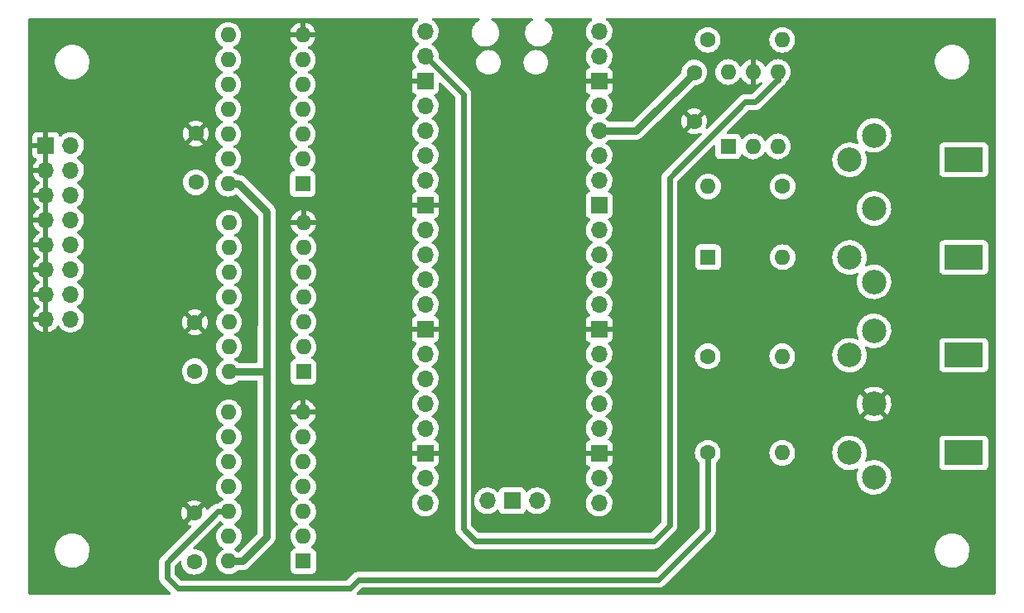
<source format=gbr>
%TF.GenerationSoftware,KiCad,Pcbnew,(6.0.5)*%
%TF.CreationDate,2022-08-31T14:42:19+01:00*%
%TF.ProjectId,PicoMIDISplitterTTL,5069636f-4d49-4444-9953-706c69747465,rev?*%
%TF.SameCoordinates,Original*%
%TF.FileFunction,Copper,L2,Bot*%
%TF.FilePolarity,Positive*%
%FSLAX46Y46*%
G04 Gerber Fmt 4.6, Leading zero omitted, Abs format (unit mm)*
G04 Created by KiCad (PCBNEW (6.0.5)) date 2022-08-31 14:42:19*
%MOMM*%
%LPD*%
G01*
G04 APERTURE LIST*
%TA.AperFunction,ComponentPad*%
%ADD10R,1.700000X1.700000*%
%TD*%
%TA.AperFunction,ComponentPad*%
%ADD11O,1.700000X1.700000*%
%TD*%
%TA.AperFunction,ComponentPad*%
%ADD12R,1.600000X1.600000*%
%TD*%
%TA.AperFunction,ComponentPad*%
%ADD13O,1.600000X1.600000*%
%TD*%
%TA.AperFunction,WasherPad*%
%ADD14R,4.000000X2.500000*%
%TD*%
%TA.AperFunction,ComponentPad*%
%ADD15C,2.499360*%
%TD*%
%TA.AperFunction,ComponentPad*%
%ADD16C,1.600000*%
%TD*%
%TA.AperFunction,Conductor*%
%ADD17C,0.600000*%
%TD*%
%TA.AperFunction,Conductor*%
%ADD18C,0.800000*%
%TD*%
G04 APERTURE END LIST*
D10*
%TO.P,J1,1,Pin_1*%
%TO.N,GND*%
X52298600Y-53517800D03*
D11*
%TO.P,J1,2,Pin_2*%
%TO.N,Net-(U1-Pad8)*%
X54838600Y-53517800D03*
%TO.P,J1,3,Pin_3*%
%TO.N,GND*%
X52298600Y-56057800D03*
%TO.P,J1,4,Pin_4*%
%TO.N,Net-(U1-Pad10)*%
X54838600Y-56057800D03*
%TO.P,J1,5,Pin_5*%
%TO.N,GND*%
X52298600Y-58597800D03*
%TO.P,J1,6,Pin_6*%
%TO.N,Net-(U1-Pad12)*%
X54838600Y-58597800D03*
%TO.P,J1,7,Pin_7*%
%TO.N,GND*%
X52298600Y-61137800D03*
%TO.P,J1,8,Pin_8*%
%TO.N,Net-(U2-Pad8)*%
X54838600Y-61137800D03*
%TO.P,J1,9,Pin_9*%
%TO.N,GND*%
X52298600Y-63677800D03*
%TO.P,J1,10,Pin_10*%
%TO.N,Net-(U2-Pad10)*%
X54838600Y-63677800D03*
%TO.P,J1,11,Pin_11*%
%TO.N,GND*%
X52298600Y-66217800D03*
%TO.P,J1,12,Pin_12*%
%TO.N,Net-(U2-Pad12)*%
X54838600Y-66217800D03*
%TO.P,J1,13,Pin_13*%
%TO.N,GND*%
X52298600Y-68757800D03*
%TO.P,J1,14,Pin_14*%
%TO.N,Net-(U3-Pad8)*%
X54838600Y-68757800D03*
%TO.P,J1,15,Pin_15*%
%TO.N,GND*%
X52298600Y-71297800D03*
%TO.P,J1,16,Pin_16*%
%TO.N,Net-(U3-Pad10)*%
X54838600Y-71297800D03*
%TD*%
%TO.P,U4,1,GPIO0*%
%TO.N,/TX0*%
X91110000Y-41870000D03*
%TO.P,U4,2,GPIO1*%
%TO.N,/RX0*%
X91110000Y-44410000D03*
D10*
%TO.P,U4,3,GND*%
%TO.N,GND*%
X91110000Y-46950000D03*
D11*
%TO.P,U4,4,GPIO2*%
%TO.N,unconnected-(U4-Pad4)*%
X91110000Y-49490000D03*
%TO.P,U4,5,GPIO3*%
%TO.N,unconnected-(U4-Pad5)*%
X91110000Y-52030000D03*
%TO.P,U4,6,GPIO4*%
%TO.N,/TX1*%
X91110000Y-54570000D03*
%TO.P,U4,7,GPIO5*%
%TO.N,/RX1*%
X91110000Y-57110000D03*
D10*
%TO.P,U4,8,GND*%
%TO.N,GND*%
X91110000Y-59650000D03*
D11*
%TO.P,U4,9,GPIO6*%
%TO.N,/PIO_TX0*%
X91110000Y-62190000D03*
%TO.P,U4,10,GPIO7*%
%TO.N,/PIO_TX1*%
X91110000Y-64730000D03*
%TO.P,U4,11,GPIO8*%
%TO.N,/PIO_TX2*%
X91110000Y-67270000D03*
%TO.P,U4,12,GPIO9*%
%TO.N,/PIO_TX3*%
X91110000Y-69810000D03*
D10*
%TO.P,U4,13,GND*%
%TO.N,GND*%
X91110000Y-72350000D03*
D11*
%TO.P,U4,14,GPIO10*%
%TO.N,/PIO_TX4*%
X91110000Y-74890000D03*
%TO.P,U4,15,GPIO11*%
%TO.N,/PIO_TX5*%
X91110000Y-77430000D03*
%TO.P,U4,16,GPIO12*%
%TO.N,/PIO_TX6*%
X91110000Y-79970000D03*
%TO.P,U4,17,GPIO13*%
%TO.N,/PIO_TX7*%
X91110000Y-82510000D03*
D10*
%TO.P,U4,18,GND*%
%TO.N,GND*%
X91110000Y-85050000D03*
D11*
%TO.P,U4,19,GPIO14*%
%TO.N,unconnected-(U4-Pad19)*%
X91110000Y-87590000D03*
%TO.P,U4,20,GPIO15*%
%TO.N,unconnected-(U4-Pad20)*%
X91110000Y-90130000D03*
%TO.P,U4,21,GPIO16*%
%TO.N,unconnected-(U4-Pad21)*%
X108890000Y-90130000D03*
%TO.P,U4,22,GPIO17*%
%TO.N,unconnected-(U4-Pad22)*%
X108890000Y-87590000D03*
D10*
%TO.P,U4,23,GND*%
%TO.N,GND*%
X108890000Y-85050000D03*
D11*
%TO.P,U4,24,GPIO18*%
%TO.N,unconnected-(U4-Pad24)*%
X108890000Y-82510000D03*
%TO.P,U4,25,GPIO19*%
%TO.N,unconnected-(U4-Pad25)*%
X108890000Y-79970000D03*
%TO.P,U4,26,GPIO20*%
%TO.N,unconnected-(U4-Pad26)*%
X108890000Y-77430000D03*
%TO.P,U4,27,GPIO21*%
%TO.N,unconnected-(U4-Pad27)*%
X108890000Y-74890000D03*
D10*
%TO.P,U4,28,GND*%
%TO.N,GND*%
X108890000Y-72350000D03*
D11*
%TO.P,U4,29,GPIO22*%
%TO.N,unconnected-(U4-Pad29)*%
X108890000Y-69810000D03*
%TO.P,U4,30,RUN*%
%TO.N,unconnected-(U4-Pad30)*%
X108890000Y-67270000D03*
%TO.P,U4,31,GPIO26_ADC0*%
%TO.N,unconnected-(U4-Pad31)*%
X108890000Y-64730000D03*
%TO.P,U4,32,GPIO27_ADC1*%
%TO.N,unconnected-(U4-Pad32)*%
X108890000Y-62190000D03*
D10*
%TO.P,U4,33,AGND*%
%TO.N,unconnected-(U4-Pad33)*%
X108890000Y-59650000D03*
D11*
%TO.P,U4,34,GPIO28_ADC2*%
%TO.N,unconnected-(U4-Pad34)*%
X108890000Y-57110000D03*
%TO.P,U4,35,ADC_VREF*%
%TO.N,unconnected-(U4-Pad35)*%
X108890000Y-54570000D03*
%TO.P,U4,36,3V3*%
%TO.N,+3V3*%
X108890000Y-52030000D03*
%TO.P,U4,37,3V3_EN*%
%TO.N,unconnected-(U4-Pad37)*%
X108890000Y-49490000D03*
D10*
%TO.P,U4,38,GND*%
%TO.N,GND*%
X108890000Y-46950000D03*
D11*
%TO.P,U4,39,VSYS*%
%TO.N,unconnected-(U4-Pad39)*%
X108890000Y-44410000D03*
%TO.P,U4,40,VBUS*%
%TO.N,+5V*%
X108890000Y-41870000D03*
%TO.P,U4,41,SWCLK*%
%TO.N,unconnected-(U4-Pad41)*%
X97460000Y-89900000D03*
D10*
%TO.P,U4,42,GND*%
%TO.N,unconnected-(U4-Pad42)*%
X100000000Y-89900000D03*
D11*
%TO.P,U4,43,SWDIO*%
%TO.N,unconnected-(U4-Pad43)*%
X102540000Y-89900000D03*
%TD*%
D12*
%TO.P,U2,1*%
%TO.N,/PIO_TX5*%
X78653800Y-76687600D03*
D13*
%TO.P,U2,2*%
%TO.N,Net-(U2-Pad13)*%
X78653800Y-74147600D03*
%TO.P,U2,3*%
%TO.N,/PIO_TX4*%
X78653800Y-71607600D03*
%TO.P,U2,4*%
%TO.N,Net-(U2-Pad11)*%
X78653800Y-69067600D03*
%TO.P,U2,5*%
%TO.N,/PIO_TX3*%
X78653800Y-66527600D03*
%TO.P,U2,6*%
%TO.N,Net-(U2-Pad6)*%
X78653800Y-63987600D03*
%TO.P,U2,7,GND*%
%TO.N,GND*%
X78653800Y-61447600D03*
%TO.P,U2,8*%
%TO.N,Net-(U2-Pad8)*%
X71033800Y-61447600D03*
%TO.P,U2,9*%
%TO.N,Net-(U2-Pad6)*%
X71033800Y-63987600D03*
%TO.P,U2,10*%
%TO.N,Net-(U2-Pad10)*%
X71033800Y-66527600D03*
%TO.P,U2,11*%
%TO.N,Net-(U2-Pad11)*%
X71033800Y-69067600D03*
%TO.P,U2,12*%
%TO.N,Net-(U2-Pad12)*%
X71033800Y-71607600D03*
%TO.P,U2,13*%
%TO.N,Net-(U2-Pad13)*%
X71033800Y-74147600D03*
%TO.P,U2,14,VCC*%
%TO.N,+5V*%
X71033800Y-76687600D03*
%TD*%
D14*
%TO.P,J4,*%
%TO.N,*%
X146197700Y-85001260D03*
X146197700Y-74998740D03*
D15*
%TO.P,J4,1*%
%TO.N,unconnected-(J4-Pad1)*%
X137002800Y-72501920D03*
%TO.P,J4,2*%
%TO.N,GND*%
X137000260Y-80000000D03*
%TO.P,J4,3*%
%TO.N,unconnected-(J4-Pad3)*%
X137002800Y-87498080D03*
%TO.P,J4,4*%
%TO.N,Net-(J4-Pad4)*%
X134500900Y-75003820D03*
%TO.P,J4,5*%
%TO.N,Net-(J4-Pad5)*%
X134500900Y-84996180D03*
%TD*%
D12*
%TO.P,U1,1*%
%TO.N,/PIO_TX2*%
X78577600Y-57459800D03*
D13*
%TO.P,U1,2*%
%TO.N,Net-(U1-Pad13)*%
X78577600Y-54919800D03*
%TO.P,U1,3*%
%TO.N,/PIO_TX1*%
X78577600Y-52379800D03*
%TO.P,U1,4*%
%TO.N,Net-(U1-Pad11)*%
X78577600Y-49839800D03*
%TO.P,U1,5*%
%TO.N,/PIO_TX0*%
X78577600Y-47299800D03*
%TO.P,U1,6*%
%TO.N,Net-(U1-Pad6)*%
X78577600Y-44759800D03*
%TO.P,U1,7,GND*%
%TO.N,GND*%
X78577600Y-42219800D03*
%TO.P,U1,8*%
%TO.N,Net-(U1-Pad8)*%
X70957600Y-42219800D03*
%TO.P,U1,9*%
%TO.N,Net-(U1-Pad6)*%
X70957600Y-44759800D03*
%TO.P,U1,10*%
%TO.N,Net-(U1-Pad10)*%
X70957600Y-47299800D03*
%TO.P,U1,11*%
%TO.N,Net-(U1-Pad11)*%
X70957600Y-49839800D03*
%TO.P,U1,12*%
%TO.N,Net-(U1-Pad12)*%
X70957600Y-52379800D03*
%TO.P,U1,13*%
%TO.N,Net-(U1-Pad13)*%
X70957600Y-54919800D03*
%TO.P,U1,14,VCC*%
%TO.N,+5V*%
X70957600Y-57459800D03*
%TD*%
D14*
%TO.P,J10,*%
%TO.N,*%
X146197700Y-54998740D03*
X146197700Y-65001260D03*
D15*
%TO.P,J10,1*%
%TO.N,unconnected-(J10-Pad1)*%
X137002800Y-52501920D03*
%TO.P,J10,2*%
%TO.N,unconnected-(J10-Pad2)*%
X137000260Y-60000000D03*
%TO.P,J10,3*%
%TO.N,unconnected-(J10-Pad3)*%
X137002800Y-67498080D03*
%TO.P,J10,4*%
%TO.N,Net-(J10-Pad4)*%
X134500900Y-55003820D03*
%TO.P,J10,5*%
%TO.N,Net-(D1-Pad2)*%
X134500900Y-64996180D03*
%TD*%
D12*
%TO.P,D1,1,K*%
%TO.N,Net-(D1-Pad1)*%
X120040400Y-64973200D03*
D13*
%TO.P,D1,2,A*%
%TO.N,Net-(D1-Pad2)*%
X127660400Y-64973200D03*
%TD*%
D16*
%TO.P,R4,1*%
%TO.N,Net-(R4-Pad1)*%
X120000000Y-84988400D03*
D13*
%TO.P,R4,2*%
%TO.N,Net-(J4-Pad5)*%
X127620000Y-84988400D03*
%TD*%
%TO.P,U3,14,VCC*%
%TO.N,+5V*%
X71008400Y-96093200D03*
%TO.P,U3,13*%
%TO.N,Net-(U3-Pad13)*%
X71008400Y-93553200D03*
%TO.P,U3,12*%
%TO.N,Net-(R4-Pad1)*%
X71008400Y-91013200D03*
%TO.P,U3,11*%
%TO.N,Net-(U3-Pad11)*%
X71008400Y-88473200D03*
%TO.P,U3,10*%
%TO.N,Net-(U3-Pad10)*%
X71008400Y-85933200D03*
%TO.P,U3,9*%
%TO.N,Net-(U3-Pad6)*%
X71008400Y-83393200D03*
%TO.P,U3,8*%
%TO.N,Net-(U3-Pad8)*%
X71008400Y-80853200D03*
%TO.P,U3,7,GND*%
%TO.N,GND*%
X78628400Y-80853200D03*
%TO.P,U3,6*%
%TO.N,Net-(U3-Pad6)*%
X78628400Y-83393200D03*
%TO.P,U3,5*%
%TO.N,/PIO_TX6*%
X78628400Y-85933200D03*
%TO.P,U3,4*%
%TO.N,Net-(U3-Pad11)*%
X78628400Y-88473200D03*
%TO.P,U3,3*%
%TO.N,/PIO_TX7*%
X78628400Y-91013200D03*
%TO.P,U3,2*%
%TO.N,Net-(U3-Pad13)*%
X78628400Y-93553200D03*
D12*
%TO.P,U3,1*%
%TO.N,/TX0*%
X78628400Y-96093200D03*
%TD*%
D16*
%TO.P,C4,1*%
%TO.N,GND*%
X118618000Y-51064800D03*
%TO.P,C4,2*%
%TO.N,+3V3*%
X118618000Y-46064800D03*
%TD*%
%TO.P,R10,1*%
%TO.N,+5V*%
X120000000Y-75107800D03*
D13*
%TO.P,R10,2*%
%TO.N,Net-(J4-Pad4)*%
X127620000Y-75107800D03*
%TD*%
D16*
%TO.P,C1,1*%
%TO.N,+5V*%
X67640200Y-57313200D03*
%TO.P,C1,2*%
%TO.N,GND*%
X67640200Y-52313200D03*
%TD*%
D12*
%TO.P,U5,1*%
%TO.N,Net-(D1-Pad1)*%
X122087400Y-53634800D03*
D13*
%TO.P,U5,2*%
%TO.N,Net-(D1-Pad2)*%
X124627400Y-53634800D03*
%TO.P,U5,3*%
%TO.N,unconnected-(U5-Pad3)*%
X127167400Y-53634800D03*
%TO.P,U5,4*%
%TO.N,/RX0*%
X127167400Y-46014800D03*
%TO.P,U5,5*%
%TO.N,GND*%
X124627400Y-46014800D03*
%TO.P,U5,6*%
%TO.N,+3V3*%
X122087400Y-46014800D03*
%TD*%
D16*
%TO.P,C3,1*%
%TO.N,+5V*%
X67487800Y-96149800D03*
%TO.P,C3,2*%
%TO.N,GND*%
X67487800Y-91149800D03*
%TD*%
D13*
%TO.P,R19,2*%
%TO.N,Net-(D1-Pad1)*%
X120040400Y-57734200D03*
D16*
%TO.P,R19,1*%
%TO.N,Net-(J10-Pad4)*%
X127660400Y-57734200D03*
%TD*%
%TO.P,C2,1*%
%TO.N,+5V*%
X67538600Y-76642600D03*
%TO.P,C2,2*%
%TO.N,GND*%
X67538600Y-71642600D03*
%TD*%
%TO.P,R20,1*%
%TO.N,+3V3*%
X120000000Y-42722800D03*
D13*
%TO.P,R20,2*%
%TO.N,/RX0*%
X127620000Y-42722800D03*
%TD*%
D17*
%TO.N,/RX0*%
X127167400Y-46822600D02*
X127167400Y-46014800D01*
X124866400Y-49098200D02*
X127142000Y-46822600D01*
X127142000Y-46822600D02*
X127167400Y-46822600D01*
X123825000Y-49098200D02*
X124866400Y-49098200D01*
X116091719Y-56831481D02*
X123825000Y-49098200D01*
X116091719Y-92391481D02*
X116091719Y-56831481D01*
X94996000Y-92786200D02*
X96227900Y-94018100D01*
X94996000Y-48296000D02*
X94996000Y-92786200D01*
X91110000Y-44410000D02*
X94996000Y-48296000D01*
X96227900Y-94018100D02*
X114465100Y-94018100D01*
X114465100Y-94018100D02*
X116091719Y-92391481D01*
%TO.N,Net-(R4-Pad1)*%
X120000000Y-92953600D02*
X120000000Y-84988400D01*
X114960400Y-97993200D02*
X120000000Y-92953600D01*
X83388200Y-98856800D02*
X84251800Y-97993200D01*
X64693800Y-97764600D02*
X65786000Y-98856800D01*
X64693800Y-96196430D02*
X64693800Y-97764600D01*
X69877030Y-91013200D02*
X64693800Y-96196430D01*
X84251800Y-97993200D02*
X114960400Y-97993200D01*
X71008400Y-91013200D02*
X69877030Y-91013200D01*
X65786000Y-98856800D02*
X83388200Y-98856800D01*
D18*
%TO.N,+5V*%
X72410400Y-96093200D02*
X74879200Y-93624400D01*
X71008400Y-96093200D02*
X72410400Y-96093200D01*
X74879200Y-93624400D02*
X74879200Y-82651600D01*
X74757200Y-76687600D02*
X71033800Y-76687600D01*
X74879200Y-76809600D02*
X74757200Y-76687600D01*
X74879200Y-76809600D02*
X74879200Y-72212200D01*
X74879200Y-77774800D02*
X74879200Y-76809600D01*
X74904600Y-60325000D02*
X74904600Y-72186800D01*
X72039400Y-57459800D02*
X74904600Y-60325000D01*
X70957600Y-57459800D02*
X72039400Y-57459800D01*
X74879200Y-82651600D02*
X74879200Y-77774800D01*
X74879200Y-72212200D02*
X74904600Y-72186800D01*
%TO.N,+3V3*%
X108890000Y-52030000D02*
X112652800Y-52030000D01*
X112652800Y-52030000D02*
X118618000Y-46064800D01*
%TD*%
%TA.AperFunction,Conductor*%
%TO.N,GND*%
G36*
X90351098Y-40528502D02*
G01*
X90397591Y-40582158D01*
X90407695Y-40652432D01*
X90378201Y-40717012D01*
X90358630Y-40735260D01*
X90245352Y-40820312D01*
X90204965Y-40850635D01*
X90201393Y-40854373D01*
X90073400Y-40988310D01*
X90050629Y-41012138D01*
X90047715Y-41016410D01*
X90047714Y-41016411D01*
X89967611Y-41133838D01*
X89924743Y-41196680D01*
X89830688Y-41399305D01*
X89770989Y-41614570D01*
X89747251Y-41836695D01*
X89747548Y-41841848D01*
X89747548Y-41841851D01*
X89756505Y-41997193D01*
X89760110Y-42059715D01*
X89761247Y-42064761D01*
X89761248Y-42064767D01*
X89762959Y-42072359D01*
X89809222Y-42277639D01*
X89893266Y-42484616D01*
X89944019Y-42567438D01*
X90006283Y-42669043D01*
X90009987Y-42675088D01*
X90156250Y-42843938D01*
X90328126Y-42986632D01*
X90361060Y-43005877D01*
X90401445Y-43029476D01*
X90450169Y-43081114D01*
X90463240Y-43150897D01*
X90436509Y-43216669D01*
X90396055Y-43250027D01*
X90383607Y-43256507D01*
X90379474Y-43259610D01*
X90379471Y-43259612D01*
X90224983Y-43375605D01*
X90204965Y-43390635D01*
X90174757Y-43422246D01*
X90076070Y-43525516D01*
X90050629Y-43552138D01*
X90047715Y-43556410D01*
X90047714Y-43556411D01*
X90004370Y-43619951D01*
X89924743Y-43736680D01*
X89877716Y-43837992D01*
X89833328Y-43933618D01*
X89830688Y-43939305D01*
X89770989Y-44154570D01*
X89747251Y-44376695D01*
X89747548Y-44381848D01*
X89747548Y-44381851D01*
X89753011Y-44476590D01*
X89760110Y-44599715D01*
X89761247Y-44604761D01*
X89761248Y-44604767D01*
X89768736Y-44637993D01*
X89809222Y-44817639D01*
X89893266Y-45024616D01*
X89912157Y-45055443D01*
X90006283Y-45209043D01*
X90009987Y-45215088D01*
X90156250Y-45383938D01*
X90160225Y-45387238D01*
X90160231Y-45387244D01*
X90165425Y-45391556D01*
X90205059Y-45450460D01*
X90206555Y-45521441D01*
X90169439Y-45581962D01*
X90129168Y-45606480D01*
X90021946Y-45646676D01*
X90006351Y-45655214D01*
X89904276Y-45731715D01*
X89891715Y-45744276D01*
X89815214Y-45846351D01*
X89806676Y-45861946D01*
X89761522Y-45982394D01*
X89757895Y-45997649D01*
X89752369Y-46048514D01*
X89752000Y-46055328D01*
X89752000Y-46677885D01*
X89756475Y-46693124D01*
X89757865Y-46694329D01*
X89765548Y-46696000D01*
X91238000Y-46696000D01*
X91306121Y-46716002D01*
X91352614Y-46769658D01*
X91364000Y-46822000D01*
X91364000Y-47078000D01*
X91343998Y-47146121D01*
X91290342Y-47192614D01*
X91238000Y-47204000D01*
X89770116Y-47204000D01*
X89754877Y-47208475D01*
X89753672Y-47209865D01*
X89752001Y-47217548D01*
X89752001Y-47844669D01*
X89752371Y-47851490D01*
X89757895Y-47902352D01*
X89761521Y-47917604D01*
X89806676Y-48038054D01*
X89815214Y-48053649D01*
X89891715Y-48155724D01*
X89904276Y-48168285D01*
X90006351Y-48244786D01*
X90021946Y-48253324D01*
X90130827Y-48294142D01*
X90187591Y-48336784D01*
X90212291Y-48403345D01*
X90197083Y-48472694D01*
X90177691Y-48499175D01*
X90054200Y-48628401D01*
X90050629Y-48632138D01*
X90047715Y-48636410D01*
X90047714Y-48636411D01*
X90004370Y-48699951D01*
X89924743Y-48816680D01*
X89830688Y-49019305D01*
X89770989Y-49234570D01*
X89747251Y-49456695D01*
X89747548Y-49461848D01*
X89747548Y-49461851D01*
X89753011Y-49556590D01*
X89760110Y-49679715D01*
X89761247Y-49684761D01*
X89761248Y-49684767D01*
X89781119Y-49772939D01*
X89809222Y-49897639D01*
X89893266Y-50104616D01*
X89895965Y-50109020D01*
X90006283Y-50289043D01*
X90009987Y-50295088D01*
X90156250Y-50463938D01*
X90328126Y-50606632D01*
X90335168Y-50610747D01*
X90401445Y-50649476D01*
X90450169Y-50701114D01*
X90463240Y-50770897D01*
X90436509Y-50836669D01*
X90396055Y-50870027D01*
X90383607Y-50876507D01*
X90379474Y-50879610D01*
X90379471Y-50879612D01*
X90209100Y-51007530D01*
X90204965Y-51010635D01*
X90174493Y-51042522D01*
X90076070Y-51145516D01*
X90050629Y-51172138D01*
X90047715Y-51176410D01*
X90047714Y-51176411D01*
X90005078Y-51238913D01*
X89924743Y-51356680D01*
X89909003Y-51390590D01*
X89852492Y-51512333D01*
X89830688Y-51559305D01*
X89770989Y-51774570D01*
X89747251Y-51996695D01*
X89747548Y-52001848D01*
X89747548Y-52001851D01*
X89758729Y-52195759D01*
X89760110Y-52219715D01*
X89761247Y-52224761D01*
X89761248Y-52224767D01*
X89779944Y-52307725D01*
X89809222Y-52437639D01*
X89893266Y-52644616D01*
X89913564Y-52677739D01*
X90006283Y-52829043D01*
X90009987Y-52835088D01*
X90156250Y-53003938D01*
X90328126Y-53146632D01*
X90384522Y-53179587D01*
X90401445Y-53189476D01*
X90450169Y-53241114D01*
X90463240Y-53310897D01*
X90436509Y-53376669D01*
X90396055Y-53410027D01*
X90383607Y-53416507D01*
X90379474Y-53419610D01*
X90379471Y-53419612D01*
X90244215Y-53521165D01*
X90204965Y-53550635D01*
X90175909Y-53581040D01*
X90076070Y-53685516D01*
X90050629Y-53712138D01*
X90047715Y-53716410D01*
X90047714Y-53716411D01*
X89986690Y-53805869D01*
X89924743Y-53896680D01*
X89899645Y-53950750D01*
X89835460Y-54089025D01*
X89830688Y-54099305D01*
X89770989Y-54314570D01*
X89747251Y-54536695D01*
X89747548Y-54541848D01*
X89747548Y-54541851D01*
X89758896Y-54738662D01*
X89760110Y-54759715D01*
X89761247Y-54764761D01*
X89761248Y-54764767D01*
X89773949Y-54821124D01*
X89809222Y-54977639D01*
X89893266Y-55184616D01*
X89911284Y-55214019D01*
X90006283Y-55369043D01*
X90009987Y-55375088D01*
X90156250Y-55543938D01*
X90328126Y-55686632D01*
X90379294Y-55716532D01*
X90401445Y-55729476D01*
X90450169Y-55781114D01*
X90463240Y-55850897D01*
X90436509Y-55916669D01*
X90396055Y-55950027D01*
X90383607Y-55956507D01*
X90379474Y-55959610D01*
X90379471Y-55959612D01*
X90220573Y-56078916D01*
X90204965Y-56090635D01*
X90175909Y-56121040D01*
X90076070Y-56225516D01*
X90050629Y-56252138D01*
X90047715Y-56256410D01*
X90047714Y-56256411D01*
X89987625Y-56344499D01*
X89924743Y-56436680D01*
X89880823Y-56531298D01*
X89835668Y-56628577D01*
X89830688Y-56639305D01*
X89770989Y-56854570D01*
X89747251Y-57076695D01*
X89747548Y-57081848D01*
X89747548Y-57081851D01*
X89755904Y-57226764D01*
X89760110Y-57299715D01*
X89761247Y-57304761D01*
X89761248Y-57304767D01*
X89780268Y-57389164D01*
X89809222Y-57517639D01*
X89893266Y-57724616D01*
X89916332Y-57762257D01*
X90006283Y-57909043D01*
X90009987Y-57915088D01*
X90156250Y-58083938D01*
X90160225Y-58087238D01*
X90160231Y-58087244D01*
X90165425Y-58091556D01*
X90205059Y-58150460D01*
X90206555Y-58221441D01*
X90169439Y-58281962D01*
X90129168Y-58306480D01*
X90021946Y-58346676D01*
X90006351Y-58355214D01*
X89904276Y-58431715D01*
X89891715Y-58444276D01*
X89815214Y-58546351D01*
X89806676Y-58561946D01*
X89761522Y-58682394D01*
X89757895Y-58697649D01*
X89752369Y-58748514D01*
X89752000Y-58755328D01*
X89752000Y-59377885D01*
X89756475Y-59393124D01*
X89757865Y-59394329D01*
X89765548Y-59396000D01*
X92449884Y-59396000D01*
X92465123Y-59391525D01*
X92466328Y-59390135D01*
X92467999Y-59382452D01*
X92467999Y-58755331D01*
X92467629Y-58748510D01*
X92462105Y-58697648D01*
X92458479Y-58682396D01*
X92413324Y-58561946D01*
X92404786Y-58546351D01*
X92328285Y-58444276D01*
X92315724Y-58431715D01*
X92213649Y-58355214D01*
X92198054Y-58346676D01*
X92087813Y-58305348D01*
X92031049Y-58262706D01*
X92006349Y-58196145D01*
X92021557Y-58126796D01*
X92043104Y-58098115D01*
X92144430Y-57997144D01*
X92144440Y-57997132D01*
X92148096Y-57993489D01*
X92207594Y-57910689D01*
X92275435Y-57816277D01*
X92278453Y-57812077D01*
X92300522Y-57767425D01*
X92375136Y-57616453D01*
X92375137Y-57616451D01*
X92377430Y-57611811D01*
X92421724Y-57466022D01*
X92440865Y-57403023D01*
X92440865Y-57403021D01*
X92442370Y-57398069D01*
X92471529Y-57176590D01*
X92471611Y-57173240D01*
X92473074Y-57113365D01*
X92473074Y-57113361D01*
X92473156Y-57110000D01*
X92454852Y-56887361D01*
X92400431Y-56670702D01*
X92311354Y-56465840D01*
X92230728Y-56341211D01*
X92192822Y-56282617D01*
X92192820Y-56282614D01*
X92190014Y-56278277D01*
X92039670Y-56113051D01*
X92035619Y-56109852D01*
X92035615Y-56109848D01*
X91868414Y-55977800D01*
X91868410Y-55977798D01*
X91864359Y-55974598D01*
X91823053Y-55951796D01*
X91773084Y-55901364D01*
X91758312Y-55831921D01*
X91783428Y-55765516D01*
X91810780Y-55738909D01*
X91854603Y-55707650D01*
X91989860Y-55611173D01*
X92020082Y-55581057D01*
X92144435Y-55457137D01*
X92148096Y-55453489D01*
X92207594Y-55370689D01*
X92275435Y-55276277D01*
X92278453Y-55272077D01*
X92301188Y-55226077D01*
X92375136Y-55076453D01*
X92375137Y-55076451D01*
X92377430Y-55071811D01*
X92421452Y-54926919D01*
X92440865Y-54863023D01*
X92440865Y-54863021D01*
X92442370Y-54858069D01*
X92471529Y-54636590D01*
X92471611Y-54633240D01*
X92473074Y-54573365D01*
X92473074Y-54573361D01*
X92473156Y-54570000D01*
X92454852Y-54347361D01*
X92400431Y-54130702D01*
X92311354Y-53925840D01*
X92257503Y-53842599D01*
X92192822Y-53742617D01*
X92192820Y-53742614D01*
X92190014Y-53738277D01*
X92039670Y-53573051D01*
X92035619Y-53569852D01*
X92035615Y-53569848D01*
X91868414Y-53437800D01*
X91868410Y-53437798D01*
X91864359Y-53434598D01*
X91823053Y-53411796D01*
X91773084Y-53361364D01*
X91758312Y-53291921D01*
X91783428Y-53225516D01*
X91810780Y-53198909D01*
X91854603Y-53167650D01*
X91989860Y-53071173D01*
X92020082Y-53041057D01*
X92119232Y-52942252D01*
X92148096Y-52913489D01*
X92207594Y-52830689D01*
X92275435Y-52736277D01*
X92278453Y-52732077D01*
X92283894Y-52721069D01*
X92375136Y-52536453D01*
X92375137Y-52536451D01*
X92377430Y-52531811D01*
X92421274Y-52387504D01*
X92440865Y-52323023D01*
X92440865Y-52323021D01*
X92442370Y-52318069D01*
X92471529Y-52096590D01*
X92471611Y-52093240D01*
X92473074Y-52033365D01*
X92473074Y-52033361D01*
X92473156Y-52030000D01*
X92454852Y-51807361D01*
X92400431Y-51590702D01*
X92311354Y-51385840D01*
X92265168Y-51314448D01*
X92192822Y-51202617D01*
X92192820Y-51202614D01*
X92190014Y-51198277D01*
X92039670Y-51033051D01*
X92035619Y-51029852D01*
X92035615Y-51029848D01*
X91868414Y-50897800D01*
X91868410Y-50897798D01*
X91864359Y-50894598D01*
X91823053Y-50871796D01*
X91773084Y-50821364D01*
X91758312Y-50751921D01*
X91783428Y-50685516D01*
X91810780Y-50658909D01*
X91878301Y-50610747D01*
X91989860Y-50531173D01*
X92020082Y-50501057D01*
X92144435Y-50377137D01*
X92148096Y-50373489D01*
X92164656Y-50350444D01*
X92275435Y-50196277D01*
X92278453Y-50192077D01*
X92337205Y-50073202D01*
X92375136Y-49996453D01*
X92375137Y-49996451D01*
X92377430Y-49991811D01*
X92425298Y-49834260D01*
X92440865Y-49783023D01*
X92440865Y-49783021D01*
X92442370Y-49778069D01*
X92471529Y-49556590D01*
X92473156Y-49490000D01*
X92454852Y-49267361D01*
X92400431Y-49050702D01*
X92311354Y-48845840D01*
X92190014Y-48658277D01*
X92186540Y-48654459D01*
X92186533Y-48654450D01*
X92042435Y-48496088D01*
X92011383Y-48432242D01*
X92019779Y-48361744D01*
X92064956Y-48306976D01*
X92091400Y-48293307D01*
X92198052Y-48253325D01*
X92213649Y-48244786D01*
X92315724Y-48168285D01*
X92328285Y-48155724D01*
X92404786Y-48053649D01*
X92413324Y-48038054D01*
X92458478Y-47917606D01*
X92462105Y-47902351D01*
X92467631Y-47851486D01*
X92468000Y-47844672D01*
X92467999Y-47215581D01*
X92488001Y-47147460D01*
X92541657Y-47100967D01*
X92611930Y-47090863D01*
X92676511Y-47120356D01*
X92683094Y-47126486D01*
X94150595Y-48593987D01*
X94184621Y-48656299D01*
X94187500Y-48683082D01*
X94187500Y-92776986D01*
X94187493Y-92778306D01*
X94186549Y-92868421D01*
X94195711Y-92910797D01*
X94197769Y-92923363D01*
X94202603Y-92966455D01*
X94204919Y-92973106D01*
X94204920Y-92973110D01*
X94213633Y-92998130D01*
X94217796Y-93012942D01*
X94224881Y-93045710D01*
X94243208Y-93085013D01*
X94247990Y-93096789D01*
X94262255Y-93137752D01*
X94265989Y-93143727D01*
X94265990Y-93143730D01*
X94280027Y-93166195D01*
X94287366Y-93179712D01*
X94294914Y-93195897D01*
X94301538Y-93210102D01*
X94305855Y-93215667D01*
X94305856Y-93215669D01*
X94328106Y-93244353D01*
X94335402Y-93254812D01*
X94344036Y-93268629D01*
X94358374Y-93291576D01*
X94363334Y-93296571D01*
X94363335Y-93296572D01*
X94386976Y-93320379D01*
X94387561Y-93321004D01*
X94388078Y-93321670D01*
X94414065Y-93347657D01*
X94486185Y-93420282D01*
X94487222Y-93420940D01*
X94488451Y-93422043D01*
X95649572Y-94583163D01*
X95650501Y-94584100D01*
X95689921Y-94624354D01*
X95713671Y-94648607D01*
X95719590Y-94652422D01*
X95719598Y-94652428D01*
X95750114Y-94672094D01*
X95760459Y-94679527D01*
X95794343Y-94706576D01*
X95800682Y-94709640D01*
X95800683Y-94709641D01*
X95824537Y-94721172D01*
X95837954Y-94728701D01*
X95866138Y-94746865D01*
X95872755Y-94749273D01*
X95872760Y-94749276D01*
X95906873Y-94761692D01*
X95918616Y-94766653D01*
X95951300Y-94782453D01*
X95951309Y-94782456D01*
X95957649Y-94785521D01*
X95964514Y-94787106D01*
X95990328Y-94793066D01*
X96005068Y-94797432D01*
X96036585Y-94808903D01*
X96043570Y-94809785D01*
X96043577Y-94809787D01*
X96079592Y-94814337D01*
X96092143Y-94816572D01*
X96134385Y-94826325D01*
X96141429Y-94826350D01*
X96141433Y-94826350D01*
X96174974Y-94826467D01*
X96175843Y-94826496D01*
X96176669Y-94826600D01*
X96213033Y-94826600D01*
X96213473Y-94826601D01*
X96312236Y-94826946D01*
X96312242Y-94826946D01*
X96315770Y-94826958D01*
X96316973Y-94826689D01*
X96318617Y-94826600D01*
X114455886Y-94826600D01*
X114457206Y-94826607D01*
X114547321Y-94827551D01*
X114589697Y-94818389D01*
X114602263Y-94816331D01*
X114645355Y-94811497D01*
X114652006Y-94809181D01*
X114652010Y-94809180D01*
X114677030Y-94800467D01*
X114691842Y-94796304D01*
X114717719Y-94790709D01*
X114724610Y-94789219D01*
X114763913Y-94770892D01*
X114775689Y-94766110D01*
X114816652Y-94751845D01*
X114822627Y-94748111D01*
X114822630Y-94748110D01*
X114845095Y-94734073D01*
X114858612Y-94726734D01*
X114882614Y-94715541D01*
X114882615Y-94715540D01*
X114889002Y-94712562D01*
X114899160Y-94704683D01*
X114923253Y-94685994D01*
X114933712Y-94678698D01*
X114964504Y-94659458D01*
X114964507Y-94659456D01*
X114970476Y-94655726D01*
X114982712Y-94643575D01*
X114999279Y-94627124D01*
X114999904Y-94626539D01*
X115000570Y-94626022D01*
X115026558Y-94600034D01*
X115099182Y-94527915D01*
X115099840Y-94526878D01*
X115100943Y-94525649D01*
X116656782Y-92969809D01*
X116657719Y-92968880D01*
X116717194Y-92910638D01*
X116717195Y-92910637D01*
X116722226Y-92905710D01*
X116726041Y-92899791D01*
X116726047Y-92899783D01*
X116745713Y-92869267D01*
X116753146Y-92858922D01*
X116780195Y-92825038D01*
X116794792Y-92794843D01*
X116802321Y-92781426D01*
X116804762Y-92777638D01*
X116820484Y-92753243D01*
X116822892Y-92746626D01*
X116822895Y-92746621D01*
X116835311Y-92712508D01*
X116840272Y-92700765D01*
X116856072Y-92668081D01*
X116856075Y-92668072D01*
X116859140Y-92661732D01*
X116866685Y-92629053D01*
X116871053Y-92614306D01*
X116882522Y-92582796D01*
X116883404Y-92575811D01*
X116883406Y-92575804D01*
X116887956Y-92539789D01*
X116890191Y-92527238D01*
X116898359Y-92491859D01*
X116899944Y-92484996D01*
X116900086Y-92444407D01*
X116900115Y-92443538D01*
X116900219Y-92442712D01*
X116900219Y-92406195D01*
X116900408Y-92352159D01*
X116900565Y-92307145D01*
X116900565Y-92307139D01*
X116900577Y-92303611D01*
X116900308Y-92302408D01*
X116900219Y-92300764D01*
X116900219Y-81408904D01*
X135956101Y-81408904D01*
X135964814Y-81420424D01*
X136062449Y-81492012D01*
X136070359Y-81496955D01*
X136293278Y-81614238D01*
X136301841Y-81617961D01*
X136539647Y-81701008D01*
X136548656Y-81703422D01*
X136796139Y-81750408D01*
X136805394Y-81751462D01*
X137057106Y-81761352D01*
X137066420Y-81761026D01*
X137316817Y-81733604D01*
X137325994Y-81731903D01*
X137569586Y-81667771D01*
X137578405Y-81664734D01*
X137809852Y-81565296D01*
X137818111Y-81560997D01*
X138032328Y-81428436D01*
X138039227Y-81423424D01*
X138047551Y-81410792D01*
X138041487Y-81400437D01*
X137013072Y-80372022D01*
X136999128Y-80364408D01*
X136997295Y-80364539D01*
X136990680Y-80368790D01*
X135962759Y-81396711D01*
X135956101Y-81408904D01*
X116900219Y-81408904D01*
X116900219Y-79958532D01*
X135238479Y-79958532D01*
X135250565Y-80210136D01*
X135251702Y-80219396D01*
X135300845Y-80466457D01*
X135303334Y-80475432D01*
X135388456Y-80712514D01*
X135392253Y-80721042D01*
X135511477Y-80942928D01*
X135516488Y-80950795D01*
X135579935Y-81035761D01*
X135591193Y-81044210D01*
X135603612Y-81037438D01*
X136628238Y-80012812D01*
X136634616Y-80001132D01*
X137364668Y-80001132D01*
X137364799Y-80002965D01*
X137369050Y-80009580D01*
X138399942Y-81040472D01*
X138412322Y-81047232D01*
X138420663Y-81040988D01*
X138546743Y-80844975D01*
X138551190Y-80836783D01*
X138654648Y-80607116D01*
X138657843Y-80598338D01*
X138726215Y-80355906D01*
X138728073Y-80346777D01*
X138760055Y-80095378D01*
X138760536Y-80089092D01*
X138762786Y-80003160D01*
X138762635Y-79996851D01*
X138743854Y-79744122D01*
X138742477Y-79734916D01*
X138686882Y-79489220D01*
X138684158Y-79480309D01*
X138592858Y-79245530D01*
X138588847Y-79237121D01*
X138463848Y-79018420D01*
X138458637Y-79010694D01*
X138421424Y-78963490D01*
X138409498Y-78955018D01*
X138397966Y-78961504D01*
X137372282Y-79987188D01*
X137364668Y-80001132D01*
X136634616Y-80001132D01*
X136635852Y-79998868D01*
X136635721Y-79997035D01*
X136631470Y-79990420D01*
X135601809Y-78960759D01*
X135588501Y-78953492D01*
X135578462Y-78960614D01*
X135568282Y-78972854D01*
X135562870Y-78980441D01*
X135432186Y-79195800D01*
X135427957Y-79204101D01*
X135330545Y-79436401D01*
X135327584Y-79445251D01*
X135265582Y-79689387D01*
X135263960Y-79698584D01*
X135238724Y-79949206D01*
X135238479Y-79958532D01*
X116900219Y-79958532D01*
X116900219Y-78589034D01*
X135953707Y-78589034D01*
X135958280Y-78598810D01*
X136987448Y-79627978D01*
X137001392Y-79635592D01*
X137003225Y-79635461D01*
X137009840Y-79631210D01*
X138038448Y-78602602D01*
X138044832Y-78590912D01*
X138035420Y-78578801D01*
X137898690Y-78483948D01*
X137890665Y-78479220D01*
X137664731Y-78367801D01*
X137656099Y-78364314D01*
X137416184Y-78287517D01*
X137407123Y-78285341D01*
X137158492Y-78244849D01*
X137149205Y-78244037D01*
X136897332Y-78240740D01*
X136888020Y-78241310D01*
X136638423Y-78275278D01*
X136629305Y-78277216D01*
X136387480Y-78347702D01*
X136378727Y-78350974D01*
X136149976Y-78456430D01*
X136141821Y-78460950D01*
X135962845Y-78578292D01*
X135953707Y-78589034D01*
X116900219Y-78589034D01*
X116900219Y-75107800D01*
X118686502Y-75107800D01*
X118706457Y-75335887D01*
X118707881Y-75341200D01*
X118707881Y-75341202D01*
X118752638Y-75508234D01*
X118765716Y-75557043D01*
X118768039Y-75562024D01*
X118768039Y-75562025D01*
X118860151Y-75759562D01*
X118860154Y-75759567D01*
X118862477Y-75764549D01*
X118914935Y-75839466D01*
X118990244Y-75947018D01*
X118993802Y-75952100D01*
X119155700Y-76113998D01*
X119160208Y-76117155D01*
X119160211Y-76117157D01*
X119216807Y-76156786D01*
X119343251Y-76245323D01*
X119348233Y-76247646D01*
X119348238Y-76247649D01*
X119545775Y-76339761D01*
X119550757Y-76342084D01*
X119556065Y-76343506D01*
X119556067Y-76343507D01*
X119766598Y-76399919D01*
X119766600Y-76399919D01*
X119771913Y-76401343D01*
X120000000Y-76421298D01*
X120228087Y-76401343D01*
X120233400Y-76399919D01*
X120233402Y-76399919D01*
X120443933Y-76343507D01*
X120443935Y-76343506D01*
X120449243Y-76342084D01*
X120454225Y-76339761D01*
X120651762Y-76247649D01*
X120651767Y-76247646D01*
X120656749Y-76245323D01*
X120783193Y-76156786D01*
X120839789Y-76117157D01*
X120839792Y-76117155D01*
X120844300Y-76113998D01*
X121006198Y-75952100D01*
X121009757Y-75947018D01*
X121085065Y-75839466D01*
X121137523Y-75764549D01*
X121139846Y-75759567D01*
X121139849Y-75759562D01*
X121231961Y-75562025D01*
X121231961Y-75562024D01*
X121234284Y-75557043D01*
X121247363Y-75508234D01*
X121292119Y-75341202D01*
X121292119Y-75341200D01*
X121293543Y-75335887D01*
X121313498Y-75107800D01*
X126306502Y-75107800D01*
X126326457Y-75335887D01*
X126327881Y-75341200D01*
X126327881Y-75341202D01*
X126372638Y-75508234D01*
X126385716Y-75557043D01*
X126388039Y-75562024D01*
X126388039Y-75562025D01*
X126480151Y-75759562D01*
X126480154Y-75759567D01*
X126482477Y-75764549D01*
X126534935Y-75839466D01*
X126610244Y-75947018D01*
X126613802Y-75952100D01*
X126775700Y-76113998D01*
X126780208Y-76117155D01*
X126780211Y-76117157D01*
X126836807Y-76156786D01*
X126963251Y-76245323D01*
X126968233Y-76247646D01*
X126968238Y-76247649D01*
X127165775Y-76339761D01*
X127170757Y-76342084D01*
X127176065Y-76343506D01*
X127176067Y-76343507D01*
X127386598Y-76399919D01*
X127386600Y-76399919D01*
X127391913Y-76401343D01*
X127620000Y-76421298D01*
X127848087Y-76401343D01*
X127853400Y-76399919D01*
X127853402Y-76399919D01*
X128063933Y-76343507D01*
X128063935Y-76343506D01*
X128069243Y-76342084D01*
X128074225Y-76339761D01*
X128271762Y-76247649D01*
X128271767Y-76247646D01*
X128276749Y-76245323D01*
X128403193Y-76156786D01*
X128459789Y-76117157D01*
X128459792Y-76117155D01*
X128464300Y-76113998D01*
X128626198Y-75952100D01*
X128629757Y-75947018D01*
X128705065Y-75839466D01*
X128757523Y-75764549D01*
X128759846Y-75759567D01*
X128759849Y-75759562D01*
X128851961Y-75562025D01*
X128851961Y-75562024D01*
X128854284Y-75557043D01*
X128867363Y-75508234D01*
X128912119Y-75341202D01*
X128912119Y-75341200D01*
X128913543Y-75335887D01*
X128933498Y-75107800D01*
X128920363Y-74957667D01*
X132738394Y-74957667D01*
X132738618Y-74962333D01*
X132738618Y-74962338D01*
X132744008Y-75074547D01*
X132750932Y-75218689D01*
X132801914Y-75474991D01*
X132890219Y-75720941D01*
X132892436Y-75725067D01*
X132964955Y-75860031D01*
X133013908Y-75951138D01*
X133016703Y-75954882D01*
X133016705Y-75954884D01*
X133167472Y-76156786D01*
X133167477Y-76156792D01*
X133170264Y-76160524D01*
X133173573Y-76163804D01*
X133173578Y-76163810D01*
X133311236Y-76300271D01*
X133355852Y-76344499D01*
X133359614Y-76347257D01*
X133359617Y-76347260D01*
X133562820Y-76496255D01*
X133566594Y-76499022D01*
X133570737Y-76501202D01*
X133570739Y-76501203D01*
X133793712Y-76618515D01*
X133793717Y-76618517D01*
X133797862Y-76620698D01*
X133802285Y-76622243D01*
X133802286Y-76622243D01*
X134040157Y-76705311D01*
X134040163Y-76705313D01*
X134044574Y-76706853D01*
X134049167Y-76707725D01*
X134296721Y-76754725D01*
X134296724Y-76754725D01*
X134301310Y-76755596D01*
X134431871Y-76760726D01*
X134557764Y-76765673D01*
X134557770Y-76765673D01*
X134562432Y-76765856D01*
X134654446Y-76755779D01*
X134817548Y-76737917D01*
X134817554Y-76737916D01*
X134822201Y-76737407D01*
X135074912Y-76670873D01*
X135315014Y-76567718D01*
X135318994Y-76565255D01*
X135318998Y-76565253D01*
X135533257Y-76432665D01*
X135533261Y-76432662D01*
X135537230Y-76430206D01*
X135694728Y-76296874D01*
X143689200Y-76296874D01*
X143695955Y-76359056D01*
X143747085Y-76495445D01*
X143834439Y-76612001D01*
X143950995Y-76699355D01*
X144087384Y-76750485D01*
X144149566Y-76757240D01*
X148245834Y-76757240D01*
X148308016Y-76750485D01*
X148444405Y-76699355D01*
X148560961Y-76612001D01*
X148648315Y-76495445D01*
X148699445Y-76359056D01*
X148706200Y-76296874D01*
X148706200Y-73700606D01*
X148699445Y-73638424D01*
X148648315Y-73502035D01*
X148560961Y-73385479D01*
X148444405Y-73298125D01*
X148308016Y-73246995D01*
X148245834Y-73240240D01*
X144149566Y-73240240D01*
X144087384Y-73246995D01*
X143950995Y-73298125D01*
X143834439Y-73385479D01*
X143747085Y-73502035D01*
X143695955Y-73638424D01*
X143689200Y-73700606D01*
X143689200Y-76296874D01*
X135694728Y-76296874D01*
X135715119Y-76279612D01*
X135733114Y-76264378D01*
X135733115Y-76264377D01*
X135736680Y-76261359D01*
X135800685Y-76188375D01*
X135905900Y-76068401D01*
X135905903Y-76068396D01*
X135908982Y-76064886D01*
X135911549Y-76060896D01*
X136047823Y-75849033D01*
X136050351Y-75845103D01*
X136157681Y-75606839D01*
X136210771Y-75418599D01*
X136227345Y-75359832D01*
X136227346Y-75359829D01*
X136228615Y-75355328D01*
X136232219Y-75326997D01*
X136261196Y-75099225D01*
X136261196Y-75099219D01*
X136261594Y-75096094D01*
X136264010Y-75003820D01*
X136255195Y-74885193D01*
X136244990Y-74747868D01*
X136244989Y-74747864D01*
X136244644Y-74743216D01*
X136235390Y-74702317D01*
X136188001Y-74492894D01*
X136186970Y-74488337D01*
X136099428Y-74263222D01*
X136093381Y-74192485D01*
X136126537Y-74129706D01*
X136188371Y-74094819D01*
X136259250Y-74098900D01*
X136275518Y-74106043D01*
X136299762Y-74118798D01*
X136304185Y-74120343D01*
X136304186Y-74120343D01*
X136542057Y-74203411D01*
X136542063Y-74203413D01*
X136546474Y-74204953D01*
X136551067Y-74205825D01*
X136798621Y-74252825D01*
X136798624Y-74252825D01*
X136803210Y-74253696D01*
X136933771Y-74258826D01*
X137059664Y-74263773D01*
X137059670Y-74263773D01*
X137064332Y-74263956D01*
X137156346Y-74253879D01*
X137319448Y-74236017D01*
X137319454Y-74236016D01*
X137324101Y-74235507D01*
X137377778Y-74221375D01*
X137440152Y-74204953D01*
X137576812Y-74168973D01*
X137816914Y-74065818D01*
X137820894Y-74063355D01*
X137820898Y-74063353D01*
X138035157Y-73930765D01*
X138035161Y-73930762D01*
X138039130Y-73928306D01*
X138080775Y-73893051D01*
X138235014Y-73762478D01*
X138235015Y-73762477D01*
X138238580Y-73759459D01*
X138293172Y-73697209D01*
X138407800Y-73566501D01*
X138407803Y-73566496D01*
X138410882Y-73562986D01*
X138552251Y-73343203D01*
X138659581Y-73104939D01*
X138723698Y-72877600D01*
X138729245Y-72857932D01*
X138729246Y-72857929D01*
X138730515Y-72853428D01*
X138740298Y-72776531D01*
X138763096Y-72597325D01*
X138763096Y-72597319D01*
X138763494Y-72594194D01*
X138764267Y-72564695D01*
X138765827Y-72505080D01*
X138765910Y-72501920D01*
X138759163Y-72411127D01*
X138746890Y-72245968D01*
X138746889Y-72245964D01*
X138746544Y-72241316D01*
X138744982Y-72234410D01*
X138694516Y-72011390D01*
X138688870Y-71986437D01*
X138677486Y-71957162D01*
X138595850Y-71747235D01*
X138595849Y-71747233D01*
X138594157Y-71742882D01*
X138464484Y-71516001D01*
X138302701Y-71310780D01*
X138183704Y-71198839D01*
X138115762Y-71134925D01*
X138115759Y-71134923D01*
X138112361Y-71131726D01*
X137979184Y-71039338D01*
X137901482Y-70985434D01*
X137901481Y-70985433D01*
X137897646Y-70982773D01*
X137893455Y-70980706D01*
X137667461Y-70869258D01*
X137667458Y-70869257D01*
X137663273Y-70867193D01*
X137636123Y-70858502D01*
X137447473Y-70798115D01*
X137414390Y-70787525D01*
X137409783Y-70786775D01*
X137409780Y-70786774D01*
X137161076Y-70746270D01*
X137161077Y-70746270D01*
X137156465Y-70745519D01*
X137029780Y-70743861D01*
X136899842Y-70742160D01*
X136899839Y-70742160D01*
X136895165Y-70742099D01*
X136636229Y-70777338D01*
X136631739Y-70778647D01*
X136631733Y-70778648D01*
X136525055Y-70809742D01*
X136385346Y-70850464D01*
X136381099Y-70852422D01*
X136381096Y-70852423D01*
X136344578Y-70869258D01*
X136148027Y-70959869D01*
X136115956Y-70980896D01*
X135933400Y-71100585D01*
X135933395Y-71100588D01*
X135929487Y-71103151D01*
X135852625Y-71171753D01*
X135741901Y-71270578D01*
X135734525Y-71277161D01*
X135567425Y-71478077D01*
X135431857Y-71701485D01*
X135430048Y-71705799D01*
X135430046Y-71705803D01*
X135373353Y-71841002D01*
X135330801Y-71942477D01*
X135329650Y-71947009D01*
X135323766Y-71970179D01*
X135266476Y-72195759D01*
X135240294Y-72455767D01*
X135240518Y-72460433D01*
X135240518Y-72460438D01*
X135243575Y-72524079D01*
X135252832Y-72716789D01*
X135303814Y-72973091D01*
X135392119Y-73219041D01*
X135394336Y-73223167D01*
X135398685Y-73231261D01*
X135413308Y-73300735D01*
X135388050Y-73367087D01*
X135330928Y-73409249D01*
X135260080Y-73413836D01*
X135231965Y-73403905D01*
X135165561Y-73371158D01*
X135165558Y-73371157D01*
X135161373Y-73369093D01*
X135155107Y-73367087D01*
X135062633Y-73337486D01*
X134912490Y-73289425D01*
X134907883Y-73288675D01*
X134907880Y-73288674D01*
X134659176Y-73248170D01*
X134659177Y-73248170D01*
X134654565Y-73247419D01*
X134527880Y-73245761D01*
X134397942Y-73244060D01*
X134397939Y-73244060D01*
X134393265Y-73243999D01*
X134134329Y-73279238D01*
X134129839Y-73280547D01*
X134129833Y-73280548D01*
X134051776Y-73303300D01*
X133883446Y-73352364D01*
X133879199Y-73354322D01*
X133879196Y-73354323D01*
X133842678Y-73371158D01*
X133646127Y-73461769D01*
X133642218Y-73464332D01*
X133431500Y-73602485D01*
X133431495Y-73602488D01*
X133427587Y-73605051D01*
X133330106Y-73692056D01*
X133251205Y-73762478D01*
X133232625Y-73779061D01*
X133065525Y-73979977D01*
X132929957Y-74203385D01*
X132928148Y-74207699D01*
X132928146Y-74207703D01*
X132837321Y-74424297D01*
X132828901Y-74444377D01*
X132827750Y-74448909D01*
X132821800Y-74472337D01*
X132764576Y-74697659D01*
X132738394Y-74957667D01*
X128920363Y-74957667D01*
X128913543Y-74879713D01*
X128878215Y-74747868D01*
X128855707Y-74663867D01*
X128855706Y-74663865D01*
X128854284Y-74658557D01*
X128827830Y-74601825D01*
X128759849Y-74456038D01*
X128759846Y-74456033D01*
X128757523Y-74451051D01*
X128626198Y-74263500D01*
X128464300Y-74101602D01*
X128459792Y-74098445D01*
X128459789Y-74098443D01*
X128344763Y-74017901D01*
X128276749Y-73970277D01*
X128271767Y-73967954D01*
X128271762Y-73967951D01*
X128074225Y-73875839D01*
X128074224Y-73875839D01*
X128069243Y-73873516D01*
X128063935Y-73872094D01*
X128063933Y-73872093D01*
X127853402Y-73815681D01*
X127853400Y-73815681D01*
X127848087Y-73814257D01*
X127620000Y-73794302D01*
X127391913Y-73814257D01*
X127386600Y-73815681D01*
X127386598Y-73815681D01*
X127176067Y-73872093D01*
X127176065Y-73872094D01*
X127170757Y-73873516D01*
X127165776Y-73875839D01*
X127165775Y-73875839D01*
X126968238Y-73967951D01*
X126968233Y-73967954D01*
X126963251Y-73970277D01*
X126895237Y-74017901D01*
X126780211Y-74098443D01*
X126780208Y-74098445D01*
X126775700Y-74101602D01*
X126613802Y-74263500D01*
X126482477Y-74451051D01*
X126480154Y-74456033D01*
X126480151Y-74456038D01*
X126412170Y-74601825D01*
X126385716Y-74658557D01*
X126384294Y-74663865D01*
X126384293Y-74663867D01*
X126361785Y-74747868D01*
X126326457Y-74879713D01*
X126306502Y-75107800D01*
X121313498Y-75107800D01*
X121293543Y-74879713D01*
X121258215Y-74747868D01*
X121235707Y-74663867D01*
X121235706Y-74663865D01*
X121234284Y-74658557D01*
X121207830Y-74601825D01*
X121139849Y-74456038D01*
X121139846Y-74456033D01*
X121137523Y-74451051D01*
X121006198Y-74263500D01*
X120844300Y-74101602D01*
X120839792Y-74098445D01*
X120839789Y-74098443D01*
X120724763Y-74017901D01*
X120656749Y-73970277D01*
X120651767Y-73967954D01*
X120651762Y-73967951D01*
X120454225Y-73875839D01*
X120454224Y-73875839D01*
X120449243Y-73873516D01*
X120443935Y-73872094D01*
X120443933Y-73872093D01*
X120233402Y-73815681D01*
X120233400Y-73815681D01*
X120228087Y-73814257D01*
X120000000Y-73794302D01*
X119771913Y-73814257D01*
X119766600Y-73815681D01*
X119766598Y-73815681D01*
X119556067Y-73872093D01*
X119556065Y-73872094D01*
X119550757Y-73873516D01*
X119545776Y-73875839D01*
X119545775Y-73875839D01*
X119348238Y-73967951D01*
X119348233Y-73967954D01*
X119343251Y-73970277D01*
X119275237Y-74017901D01*
X119160211Y-74098443D01*
X119160208Y-74098445D01*
X119155700Y-74101602D01*
X118993802Y-74263500D01*
X118862477Y-74451051D01*
X118860154Y-74456033D01*
X118860151Y-74456038D01*
X118792170Y-74601825D01*
X118765716Y-74658557D01*
X118764294Y-74663865D01*
X118764293Y-74663867D01*
X118741785Y-74747868D01*
X118706457Y-74879713D01*
X118686502Y-75107800D01*
X116900219Y-75107800D01*
X116900219Y-65821334D01*
X118731900Y-65821334D01*
X118738655Y-65883516D01*
X118789785Y-66019905D01*
X118877139Y-66136461D01*
X118993695Y-66223815D01*
X119130084Y-66274945D01*
X119192266Y-66281700D01*
X120888534Y-66281700D01*
X120950716Y-66274945D01*
X121087105Y-66223815D01*
X121203661Y-66136461D01*
X121291015Y-66019905D01*
X121342145Y-65883516D01*
X121348900Y-65821334D01*
X121348900Y-64973200D01*
X126346902Y-64973200D01*
X126366857Y-65201287D01*
X126368281Y-65206600D01*
X126368281Y-65206602D01*
X126417535Y-65390417D01*
X126426116Y-65422443D01*
X126428439Y-65427424D01*
X126428439Y-65427425D01*
X126520551Y-65624962D01*
X126520554Y-65624967D01*
X126522877Y-65629949D01*
X126526034Y-65634457D01*
X126629999Y-65782934D01*
X126654202Y-65817500D01*
X126816100Y-65979398D01*
X126820608Y-65982555D01*
X126820611Y-65982557D01*
X126884212Y-66027091D01*
X127003651Y-66110723D01*
X127008633Y-66113046D01*
X127008638Y-66113049D01*
X127206175Y-66205161D01*
X127211157Y-66207484D01*
X127216465Y-66208906D01*
X127216467Y-66208907D01*
X127426998Y-66265319D01*
X127427000Y-66265319D01*
X127432313Y-66266743D01*
X127660400Y-66286698D01*
X127888487Y-66266743D01*
X127893800Y-66265319D01*
X127893802Y-66265319D01*
X128104333Y-66208907D01*
X128104335Y-66208906D01*
X128109643Y-66207484D01*
X128114625Y-66205161D01*
X128312162Y-66113049D01*
X128312167Y-66113046D01*
X128317149Y-66110723D01*
X128436588Y-66027091D01*
X128500189Y-65982557D01*
X128500192Y-65982555D01*
X128504700Y-65979398D01*
X128666598Y-65817500D01*
X128690802Y-65782934D01*
X128794766Y-65634457D01*
X128797923Y-65629949D01*
X128800246Y-65624967D01*
X128800249Y-65624962D01*
X128892361Y-65427425D01*
X128892361Y-65427424D01*
X128894684Y-65422443D01*
X128903266Y-65390417D01*
X128952519Y-65206602D01*
X128952519Y-65206600D01*
X128953943Y-65201287D01*
X128973898Y-64973200D01*
X128971871Y-64950027D01*
X132738394Y-64950027D01*
X132738618Y-64954693D01*
X132738618Y-64954698D01*
X132744053Y-65067836D01*
X132750932Y-65211049D01*
X132801914Y-65467351D01*
X132890219Y-65713301D01*
X132892436Y-65717427D01*
X132989950Y-65898909D01*
X133013908Y-65943498D01*
X133016703Y-65947242D01*
X133016705Y-65947244D01*
X133167472Y-66149146D01*
X133167477Y-66149152D01*
X133170264Y-66152884D01*
X133173573Y-66156164D01*
X133173578Y-66156170D01*
X133329371Y-66310608D01*
X133355852Y-66336859D01*
X133359614Y-66339617D01*
X133359617Y-66339620D01*
X133562820Y-66488615D01*
X133566594Y-66491382D01*
X133570737Y-66493562D01*
X133570739Y-66493563D01*
X133793712Y-66610875D01*
X133793717Y-66610877D01*
X133797862Y-66613058D01*
X133802285Y-66614603D01*
X133802286Y-66614603D01*
X134040157Y-66697671D01*
X134040163Y-66697673D01*
X134044574Y-66699213D01*
X134049167Y-66700085D01*
X134296721Y-66747085D01*
X134296724Y-66747085D01*
X134301310Y-66747956D01*
X134429810Y-66753005D01*
X134557764Y-66758033D01*
X134557770Y-66758033D01*
X134562432Y-66758216D01*
X134654446Y-66748139D01*
X134817548Y-66730277D01*
X134817554Y-66730276D01*
X134822201Y-66729767D01*
X134843145Y-66724253D01*
X134938252Y-66699213D01*
X135074912Y-66663233D01*
X135175769Y-66619902D01*
X135241363Y-66591721D01*
X135311847Y-66583209D01*
X135375745Y-66614155D01*
X135412768Y-66674734D01*
X135411162Y-66745712D01*
X135407297Y-66756214D01*
X135350157Y-66892478D01*
X135330801Y-66938637D01*
X135266476Y-67191919D01*
X135240294Y-67451927D01*
X135240518Y-67456593D01*
X135240518Y-67456598D01*
X135244378Y-67536957D01*
X135252832Y-67712949D01*
X135303814Y-67969251D01*
X135392119Y-68215201D01*
X135394336Y-68219327D01*
X135433530Y-68292270D01*
X135515808Y-68445398D01*
X135518603Y-68449142D01*
X135518605Y-68449144D01*
X135669372Y-68651046D01*
X135669377Y-68651052D01*
X135672164Y-68654784D01*
X135675473Y-68658064D01*
X135675478Y-68658070D01*
X135843257Y-68824390D01*
X135857752Y-68838759D01*
X135861514Y-68841517D01*
X135861517Y-68841520D01*
X136006076Y-68947515D01*
X136068494Y-68993282D01*
X136072637Y-68995462D01*
X136072639Y-68995463D01*
X136295612Y-69112775D01*
X136295617Y-69112777D01*
X136299762Y-69114958D01*
X136304185Y-69116503D01*
X136304186Y-69116503D01*
X136542057Y-69199571D01*
X136542063Y-69199573D01*
X136546474Y-69201113D01*
X136551067Y-69201985D01*
X136798621Y-69248985D01*
X136798624Y-69248985D01*
X136803210Y-69249856D01*
X136925398Y-69254657D01*
X137059664Y-69259933D01*
X137059670Y-69259933D01*
X137064332Y-69260116D01*
X137156346Y-69250039D01*
X137319448Y-69232177D01*
X137319454Y-69232176D01*
X137324101Y-69231667D01*
X137576812Y-69165133D01*
X137816914Y-69061978D01*
X137820894Y-69059515D01*
X137820898Y-69059513D01*
X138035157Y-68926925D01*
X138035161Y-68926922D01*
X138039130Y-68924466D01*
X138137110Y-68841520D01*
X138235014Y-68758638D01*
X138235015Y-68758637D01*
X138238580Y-68755619D01*
X138265875Y-68724495D01*
X138407800Y-68562661D01*
X138407803Y-68562656D01*
X138410882Y-68559146D01*
X138423729Y-68539174D01*
X138549723Y-68343293D01*
X138552251Y-68339363D01*
X138659581Y-68101099D01*
X138708943Y-67926077D01*
X138729245Y-67854092D01*
X138729246Y-67854089D01*
X138730515Y-67849588D01*
X138741318Y-67764670D01*
X138763096Y-67593485D01*
X138763096Y-67593479D01*
X138763494Y-67590354D01*
X138764573Y-67549164D01*
X138765827Y-67501240D01*
X138765910Y-67498080D01*
X138759611Y-67413316D01*
X138746890Y-67242128D01*
X138746889Y-67242124D01*
X138746544Y-67237476D01*
X138737290Y-67196577D01*
X138696991Y-67018488D01*
X138688870Y-66982597D01*
X138687177Y-66978243D01*
X138595850Y-66743395D01*
X138595849Y-66743393D01*
X138594157Y-66739042D01*
X138589148Y-66730277D01*
X138526972Y-66621492D01*
X138464484Y-66512161D01*
X138302701Y-66306940D01*
X138294679Y-66299394D01*
X143689200Y-66299394D01*
X143695955Y-66361576D01*
X143747085Y-66497965D01*
X143834439Y-66614521D01*
X143950995Y-66701875D01*
X144087384Y-66753005D01*
X144149566Y-66759760D01*
X148245834Y-66759760D01*
X148308016Y-66753005D01*
X148444405Y-66701875D01*
X148560961Y-66614521D01*
X148648315Y-66497965D01*
X148699445Y-66361576D01*
X148706200Y-66299394D01*
X148706200Y-63703126D01*
X148699445Y-63640944D01*
X148648315Y-63504555D01*
X148560961Y-63387999D01*
X148444405Y-63300645D01*
X148308016Y-63249515D01*
X148245834Y-63242760D01*
X144149566Y-63242760D01*
X144087384Y-63249515D01*
X143950995Y-63300645D01*
X143834439Y-63387999D01*
X143747085Y-63504555D01*
X143695955Y-63640944D01*
X143689200Y-63703126D01*
X143689200Y-66299394D01*
X138294679Y-66299394D01*
X138214337Y-66223815D01*
X138115762Y-66131085D01*
X138115759Y-66131083D01*
X138112361Y-66127886D01*
X137897646Y-65978933D01*
X137890687Y-65975501D01*
X137667461Y-65865418D01*
X137667458Y-65865417D01*
X137663273Y-65863353D01*
X137617132Y-65848583D01*
X137542618Y-65824731D01*
X137414390Y-65783685D01*
X137409783Y-65782935D01*
X137409780Y-65782934D01*
X137189782Y-65747105D01*
X137156465Y-65741679D01*
X137029780Y-65740021D01*
X136899842Y-65738320D01*
X136899839Y-65738320D01*
X136895165Y-65738259D01*
X136636229Y-65773498D01*
X136631739Y-65774807D01*
X136631733Y-65774808D01*
X136525055Y-65805902D01*
X136385346Y-65846624D01*
X136381099Y-65848582D01*
X136381096Y-65848583D01*
X136263388Y-65902847D01*
X136193150Y-65913202D01*
X136128465Y-65883939D01*
X136089868Y-65824350D01*
X136089615Y-65753354D01*
X136095755Y-65736671D01*
X136155758Y-65603468D01*
X136157681Y-65599199D01*
X136171719Y-65549423D01*
X136227345Y-65352192D01*
X136227346Y-65352189D01*
X136228615Y-65347688D01*
X136244265Y-65224670D01*
X136261196Y-65091585D01*
X136261196Y-65091579D01*
X136261594Y-65088454D01*
X136264010Y-64996180D01*
X136261407Y-64961157D01*
X136244990Y-64740228D01*
X136244989Y-64740224D01*
X136244644Y-64735576D01*
X136243383Y-64730000D01*
X136196759Y-64523957D01*
X136186970Y-64480697D01*
X136185277Y-64476343D01*
X136093950Y-64241495D01*
X136093949Y-64241493D01*
X136092257Y-64237142D01*
X136079995Y-64215687D01*
X136003296Y-64081492D01*
X135962584Y-64010261D01*
X135800801Y-63805040D01*
X135665541Y-63677800D01*
X135613862Y-63629185D01*
X135613859Y-63629183D01*
X135610461Y-63625986D01*
X135395746Y-63477033D01*
X135388292Y-63473357D01*
X135165561Y-63363518D01*
X135165558Y-63363517D01*
X135161373Y-63361453D01*
X135115232Y-63346683D01*
X135051689Y-63326343D01*
X134912490Y-63281785D01*
X134907883Y-63281035D01*
X134907880Y-63281034D01*
X134677535Y-63243520D01*
X134654565Y-63239779D01*
X134527880Y-63238121D01*
X134397942Y-63236420D01*
X134397939Y-63236420D01*
X134393265Y-63236359D01*
X134134329Y-63271598D01*
X134129839Y-63272907D01*
X134129833Y-63272908D01*
X134025472Y-63303327D01*
X133883446Y-63344724D01*
X133879199Y-63346682D01*
X133879196Y-63346683D01*
X133842678Y-63363518D01*
X133646127Y-63454129D01*
X133611193Y-63477033D01*
X133431500Y-63594845D01*
X133431495Y-63594848D01*
X133427587Y-63597411D01*
X133357796Y-63659702D01*
X133262911Y-63744390D01*
X133232625Y-63771421D01*
X133112843Y-63915444D01*
X133096659Y-63934903D01*
X133065525Y-63972337D01*
X133063102Y-63976330D01*
X132936931Y-64184253D01*
X132929957Y-64195745D01*
X132928148Y-64200059D01*
X132928146Y-64200063D01*
X132881231Y-64311943D01*
X132828901Y-64436737D01*
X132764576Y-64690019D01*
X132738394Y-64950027D01*
X128971871Y-64950027D01*
X128953943Y-64745113D01*
X128950167Y-64731022D01*
X128896107Y-64529267D01*
X128896106Y-64529265D01*
X128894684Y-64523957D01*
X128876637Y-64485254D01*
X128800249Y-64321438D01*
X128800246Y-64321433D01*
X128797923Y-64316451D01*
X128702106Y-64179611D01*
X128669757Y-64133411D01*
X128669755Y-64133408D01*
X128666598Y-64128900D01*
X128504700Y-63967002D01*
X128500192Y-63963845D01*
X128500189Y-63963843D01*
X128375323Y-63876411D01*
X128317149Y-63835677D01*
X128312167Y-63833354D01*
X128312162Y-63833351D01*
X128114625Y-63741239D01*
X128114624Y-63741239D01*
X128109643Y-63738916D01*
X128104335Y-63737494D01*
X128104333Y-63737493D01*
X127893802Y-63681081D01*
X127893800Y-63681081D01*
X127888487Y-63679657D01*
X127660400Y-63659702D01*
X127432313Y-63679657D01*
X127427000Y-63681081D01*
X127426998Y-63681081D01*
X127216467Y-63737493D01*
X127216465Y-63737494D01*
X127211157Y-63738916D01*
X127206176Y-63741239D01*
X127206175Y-63741239D01*
X127008638Y-63833351D01*
X127008633Y-63833354D01*
X127003651Y-63835677D01*
X126945477Y-63876411D01*
X126820611Y-63963843D01*
X126820608Y-63963845D01*
X126816100Y-63967002D01*
X126654202Y-64128900D01*
X126651045Y-64133408D01*
X126651043Y-64133411D01*
X126618694Y-64179611D01*
X126522877Y-64316451D01*
X126520554Y-64321433D01*
X126520551Y-64321438D01*
X126444163Y-64485254D01*
X126426116Y-64523957D01*
X126424694Y-64529265D01*
X126424693Y-64529267D01*
X126370633Y-64731022D01*
X126366857Y-64745113D01*
X126346902Y-64973200D01*
X121348900Y-64973200D01*
X121348900Y-64125066D01*
X121342145Y-64062884D01*
X121291015Y-63926495D01*
X121203661Y-63809939D01*
X121087105Y-63722585D01*
X120950716Y-63671455D01*
X120888534Y-63664700D01*
X119192266Y-63664700D01*
X119130084Y-63671455D01*
X118993695Y-63722585D01*
X118877139Y-63809939D01*
X118789785Y-63926495D01*
X118738655Y-64062884D01*
X118731900Y-64125066D01*
X118731900Y-65821334D01*
X116900219Y-65821334D01*
X116900219Y-59953847D01*
X135237754Y-59953847D01*
X135237978Y-59958513D01*
X135237978Y-59958518D01*
X135240163Y-60004003D01*
X135250292Y-60214869D01*
X135301274Y-60471171D01*
X135389579Y-60717121D01*
X135391796Y-60721247D01*
X135505767Y-60933357D01*
X135513268Y-60947318D01*
X135516063Y-60951062D01*
X135516065Y-60951064D01*
X135666832Y-61152966D01*
X135666837Y-61152972D01*
X135669624Y-61156704D01*
X135672933Y-61159984D01*
X135672938Y-61159990D01*
X135851895Y-61337391D01*
X135855212Y-61340679D01*
X135858974Y-61343437D01*
X135858977Y-61343440D01*
X135978152Y-61430823D01*
X136065954Y-61495202D01*
X136070097Y-61497382D01*
X136070099Y-61497383D01*
X136293072Y-61614695D01*
X136293077Y-61614697D01*
X136297222Y-61616878D01*
X136301645Y-61618423D01*
X136301646Y-61618423D01*
X136539517Y-61701491D01*
X136539523Y-61701493D01*
X136543934Y-61703033D01*
X136548527Y-61703905D01*
X136796081Y-61750905D01*
X136796084Y-61750905D01*
X136800670Y-61751776D01*
X136931231Y-61756906D01*
X137057124Y-61761853D01*
X137057130Y-61761853D01*
X137061792Y-61762036D01*
X137153806Y-61751959D01*
X137316908Y-61734097D01*
X137316914Y-61734096D01*
X137321561Y-61733587D01*
X137356847Y-61724297D01*
X137437612Y-61703033D01*
X137574272Y-61667053D01*
X137814374Y-61563898D01*
X137818354Y-61561435D01*
X137818358Y-61561433D01*
X138032617Y-61428845D01*
X138032621Y-61428842D01*
X138036590Y-61426386D01*
X138147920Y-61332138D01*
X138232474Y-61260558D01*
X138232475Y-61260557D01*
X138236040Y-61257539D01*
X138292113Y-61193600D01*
X138405260Y-61064581D01*
X138405263Y-61064576D01*
X138408342Y-61061066D01*
X138412503Y-61054598D01*
X138529964Y-60871983D01*
X138549711Y-60841283D01*
X138657041Y-60603019D01*
X138695517Y-60466594D01*
X138726705Y-60356012D01*
X138726706Y-60356009D01*
X138727975Y-60351508D01*
X138745358Y-60214869D01*
X138760556Y-60095405D01*
X138760556Y-60095399D01*
X138760954Y-60092274D01*
X138761537Y-60070031D01*
X138763287Y-60003160D01*
X138763370Y-60000000D01*
X138756236Y-59904000D01*
X138744350Y-59744048D01*
X138744349Y-59744044D01*
X138744004Y-59739396D01*
X138742960Y-59734779D01*
X138687361Y-59489074D01*
X138686330Y-59484517D01*
X138683443Y-59477092D01*
X138593310Y-59245315D01*
X138593309Y-59245313D01*
X138591617Y-59240962D01*
X138572437Y-59207403D01*
X138507997Y-59094657D01*
X138461944Y-59014081D01*
X138300161Y-58808860D01*
X138109821Y-58629806D01*
X137999531Y-58553295D01*
X137898942Y-58483514D01*
X137898941Y-58483513D01*
X137895106Y-58480853D01*
X137871389Y-58469157D01*
X137664921Y-58367338D01*
X137664918Y-58367337D01*
X137660733Y-58365273D01*
X137651321Y-58362260D01*
X137492218Y-58311331D01*
X137411850Y-58285605D01*
X137407243Y-58284855D01*
X137407240Y-58284854D01*
X137158536Y-58244350D01*
X137158537Y-58244350D01*
X137153925Y-58243599D01*
X137027240Y-58241941D01*
X136897302Y-58240240D01*
X136897299Y-58240240D01*
X136892625Y-58240179D01*
X136633689Y-58275418D01*
X136629199Y-58276727D01*
X136629193Y-58276728D01*
X136522515Y-58307822D01*
X136382806Y-58348544D01*
X136378559Y-58350502D01*
X136378556Y-58350503D01*
X136342038Y-58367338D01*
X136145487Y-58457949D01*
X136110553Y-58480853D01*
X135930860Y-58598665D01*
X135930855Y-58598668D01*
X135926947Y-58601231D01*
X135891347Y-58633005D01*
X135739762Y-58768300D01*
X135731985Y-58775241D01*
X135651742Y-58871723D01*
X135571267Y-58968484D01*
X135564885Y-58976157D01*
X135429317Y-59199565D01*
X135427508Y-59203879D01*
X135427506Y-59203883D01*
X135354541Y-59377885D01*
X135328261Y-59440557D01*
X135263936Y-59693839D01*
X135237754Y-59953847D01*
X116900219Y-59953847D01*
X116900219Y-57734200D01*
X118726902Y-57734200D01*
X118746857Y-57962287D01*
X118748281Y-57967600D01*
X118748281Y-57967602D01*
X118800778Y-58163520D01*
X118806116Y-58183443D01*
X118808439Y-58188424D01*
X118808439Y-58188425D01*
X118900551Y-58385962D01*
X118900554Y-58385967D01*
X118902877Y-58390949D01*
X118946360Y-58453049D01*
X119024396Y-58564495D01*
X119034202Y-58578500D01*
X119196100Y-58740398D01*
X119200608Y-58743555D01*
X119200611Y-58743557D01*
X119214587Y-58753343D01*
X119383651Y-58871723D01*
X119388633Y-58874046D01*
X119388638Y-58874049D01*
X119586175Y-58966161D01*
X119591157Y-58968484D01*
X119596465Y-58969906D01*
X119596467Y-58969907D01*
X119806998Y-59026319D01*
X119807000Y-59026319D01*
X119812313Y-59027743D01*
X120040400Y-59047698D01*
X120268487Y-59027743D01*
X120273800Y-59026319D01*
X120273802Y-59026319D01*
X120484333Y-58969907D01*
X120484335Y-58969906D01*
X120489643Y-58968484D01*
X120494625Y-58966161D01*
X120692162Y-58874049D01*
X120692167Y-58874046D01*
X120697149Y-58871723D01*
X120866213Y-58753343D01*
X120880189Y-58743557D01*
X120880192Y-58743555D01*
X120884700Y-58740398D01*
X121046598Y-58578500D01*
X121056405Y-58564495D01*
X121134440Y-58453049D01*
X121177923Y-58390949D01*
X121180246Y-58385967D01*
X121180249Y-58385962D01*
X121272361Y-58188425D01*
X121272361Y-58188424D01*
X121274684Y-58183443D01*
X121280023Y-58163520D01*
X121332519Y-57967602D01*
X121332519Y-57967600D01*
X121333943Y-57962287D01*
X121353898Y-57734200D01*
X126346902Y-57734200D01*
X126366857Y-57962287D01*
X126368281Y-57967600D01*
X126368281Y-57967602D01*
X126420778Y-58163520D01*
X126426116Y-58183443D01*
X126428439Y-58188424D01*
X126428439Y-58188425D01*
X126520551Y-58385962D01*
X126520554Y-58385967D01*
X126522877Y-58390949D01*
X126566360Y-58453049D01*
X126644396Y-58564495D01*
X126654202Y-58578500D01*
X126816100Y-58740398D01*
X126820608Y-58743555D01*
X126820611Y-58743557D01*
X126834587Y-58753343D01*
X127003651Y-58871723D01*
X127008633Y-58874046D01*
X127008638Y-58874049D01*
X127206175Y-58966161D01*
X127211157Y-58968484D01*
X127216465Y-58969906D01*
X127216467Y-58969907D01*
X127426998Y-59026319D01*
X127427000Y-59026319D01*
X127432313Y-59027743D01*
X127660400Y-59047698D01*
X127888487Y-59027743D01*
X127893800Y-59026319D01*
X127893802Y-59026319D01*
X128104333Y-58969907D01*
X128104335Y-58969906D01*
X128109643Y-58968484D01*
X128114625Y-58966161D01*
X128312162Y-58874049D01*
X128312167Y-58874046D01*
X128317149Y-58871723D01*
X128486213Y-58753343D01*
X128500189Y-58743557D01*
X128500192Y-58743555D01*
X128504700Y-58740398D01*
X128666598Y-58578500D01*
X128676405Y-58564495D01*
X128754440Y-58453049D01*
X128797923Y-58390949D01*
X128800246Y-58385967D01*
X128800249Y-58385962D01*
X128892361Y-58188425D01*
X128892361Y-58188424D01*
X128894684Y-58183443D01*
X128900023Y-58163520D01*
X128952519Y-57967602D01*
X128952519Y-57967600D01*
X128953943Y-57962287D01*
X128973898Y-57734200D01*
X128953943Y-57506113D01*
X128943201Y-57466022D01*
X128896107Y-57290267D01*
X128896106Y-57290265D01*
X128894684Y-57284957D01*
X128879930Y-57253316D01*
X128800249Y-57082438D01*
X128800246Y-57082433D01*
X128797923Y-57077451D01*
X128724498Y-56972589D01*
X128669757Y-56894411D01*
X128669755Y-56894408D01*
X128666598Y-56889900D01*
X128504700Y-56728002D01*
X128500192Y-56724845D01*
X128500189Y-56724843D01*
X128418156Y-56667403D01*
X128317149Y-56596677D01*
X128312167Y-56594354D01*
X128312162Y-56594351D01*
X128114625Y-56502239D01*
X128114624Y-56502239D01*
X128109643Y-56499916D01*
X128104335Y-56498494D01*
X128104333Y-56498493D01*
X127893802Y-56442081D01*
X127893800Y-56442081D01*
X127888487Y-56440657D01*
X127660400Y-56420702D01*
X127432313Y-56440657D01*
X127427000Y-56442081D01*
X127426998Y-56442081D01*
X127216467Y-56498493D01*
X127216465Y-56498494D01*
X127211157Y-56499916D01*
X127206176Y-56502239D01*
X127206175Y-56502239D01*
X127008638Y-56594351D01*
X127008633Y-56594354D01*
X127003651Y-56596677D01*
X126902644Y-56667403D01*
X126820611Y-56724843D01*
X126820608Y-56724845D01*
X126816100Y-56728002D01*
X126654202Y-56889900D01*
X126651045Y-56894408D01*
X126651043Y-56894411D01*
X126596302Y-56972589D01*
X126522877Y-57077451D01*
X126520554Y-57082433D01*
X126520551Y-57082438D01*
X126440870Y-57253316D01*
X126426116Y-57284957D01*
X126424694Y-57290265D01*
X126424693Y-57290267D01*
X126377599Y-57466022D01*
X126366857Y-57506113D01*
X126346902Y-57734200D01*
X121353898Y-57734200D01*
X121333943Y-57506113D01*
X121323201Y-57466022D01*
X121276107Y-57290267D01*
X121276106Y-57290265D01*
X121274684Y-57284957D01*
X121259930Y-57253316D01*
X121180249Y-57082438D01*
X121180246Y-57082433D01*
X121177923Y-57077451D01*
X121104498Y-56972589D01*
X121049757Y-56894411D01*
X121049755Y-56894408D01*
X121046598Y-56889900D01*
X120884700Y-56728002D01*
X120880192Y-56724845D01*
X120880189Y-56724843D01*
X120798156Y-56667403D01*
X120697149Y-56596677D01*
X120692167Y-56594354D01*
X120692162Y-56594351D01*
X120494625Y-56502239D01*
X120494624Y-56502239D01*
X120489643Y-56499916D01*
X120484335Y-56498494D01*
X120484333Y-56498493D01*
X120273802Y-56442081D01*
X120273800Y-56442081D01*
X120268487Y-56440657D01*
X120040400Y-56420702D01*
X119812313Y-56440657D01*
X119807000Y-56442081D01*
X119806998Y-56442081D01*
X119596467Y-56498493D01*
X119596465Y-56498494D01*
X119591157Y-56499916D01*
X119586176Y-56502239D01*
X119586175Y-56502239D01*
X119388638Y-56594351D01*
X119388633Y-56594354D01*
X119383651Y-56596677D01*
X119282644Y-56667403D01*
X119200611Y-56724843D01*
X119200608Y-56724845D01*
X119196100Y-56728002D01*
X119034202Y-56889900D01*
X119031045Y-56894408D01*
X119031043Y-56894411D01*
X118976302Y-56972589D01*
X118902877Y-57077451D01*
X118900554Y-57082433D01*
X118900551Y-57082438D01*
X118820870Y-57253316D01*
X118806116Y-57284957D01*
X118804694Y-57290265D01*
X118804693Y-57290267D01*
X118757599Y-57466022D01*
X118746857Y-57506113D01*
X118726902Y-57734200D01*
X116900219Y-57734200D01*
X116900219Y-57218563D01*
X116920221Y-57150442D01*
X116937124Y-57129468D01*
X119108925Y-54957667D01*
X132738394Y-54957667D01*
X132738618Y-54962333D01*
X132738618Y-54962338D01*
X132743350Y-55060851D01*
X132750932Y-55218689D01*
X132801914Y-55474991D01*
X132890219Y-55720941D01*
X132892436Y-55725067D01*
X133007553Y-55939310D01*
X133013908Y-55951138D01*
X133016703Y-55954882D01*
X133016705Y-55954884D01*
X133167472Y-56156786D01*
X133167477Y-56156792D01*
X133170264Y-56160524D01*
X133173573Y-56163804D01*
X133173578Y-56163810D01*
X133326874Y-56315773D01*
X133355852Y-56344499D01*
X133359614Y-56347257D01*
X133359617Y-56347260D01*
X133562820Y-56496255D01*
X133566594Y-56499022D01*
X133570737Y-56501202D01*
X133570739Y-56501203D01*
X133793712Y-56618515D01*
X133793717Y-56618517D01*
X133797862Y-56620698D01*
X133802285Y-56622243D01*
X133802286Y-56622243D01*
X134040157Y-56705311D01*
X134040163Y-56705313D01*
X134044574Y-56706853D01*
X134049167Y-56707725D01*
X134296721Y-56754725D01*
X134296724Y-56754725D01*
X134301310Y-56755596D01*
X134431871Y-56760726D01*
X134557764Y-56765673D01*
X134557770Y-56765673D01*
X134562432Y-56765856D01*
X134654446Y-56755779D01*
X134817548Y-56737917D01*
X134817554Y-56737916D01*
X134822201Y-56737407D01*
X134840923Y-56732478D01*
X134885430Y-56720760D01*
X135074912Y-56670873D01*
X135315014Y-56567718D01*
X135318994Y-56565255D01*
X135318998Y-56565253D01*
X135533257Y-56432665D01*
X135533261Y-56432662D01*
X135537230Y-56430206D01*
X135642913Y-56340739D01*
X135694728Y-56296874D01*
X143689200Y-56296874D01*
X143695955Y-56359056D01*
X143747085Y-56495445D01*
X143834439Y-56612001D01*
X143950995Y-56699355D01*
X144087384Y-56750485D01*
X144149566Y-56757240D01*
X148245834Y-56757240D01*
X148308016Y-56750485D01*
X148444405Y-56699355D01*
X148560961Y-56612001D01*
X148648315Y-56495445D01*
X148699445Y-56359056D01*
X148706200Y-56296874D01*
X148706200Y-53700606D01*
X148699445Y-53638424D01*
X148648315Y-53502035D01*
X148560961Y-53385479D01*
X148444405Y-53298125D01*
X148308016Y-53246995D01*
X148245834Y-53240240D01*
X144149566Y-53240240D01*
X144087384Y-53246995D01*
X143950995Y-53298125D01*
X143834439Y-53385479D01*
X143747085Y-53502035D01*
X143695955Y-53638424D01*
X143689200Y-53700606D01*
X143689200Y-56296874D01*
X135694728Y-56296874D01*
X135733114Y-56264378D01*
X135733115Y-56264377D01*
X135736680Y-56261359D01*
X135785200Y-56206033D01*
X135905900Y-56068401D01*
X135905903Y-56068396D01*
X135908982Y-56064886D01*
X135915878Y-56054166D01*
X136047823Y-55849033D01*
X136050351Y-55845103D01*
X136157681Y-55606839D01*
X136212169Y-55413640D01*
X136227345Y-55359832D01*
X136227346Y-55359829D01*
X136228615Y-55355328D01*
X136246592Y-55214019D01*
X136261196Y-55099225D01*
X136261196Y-55099219D01*
X136261594Y-55096094D01*
X136262352Y-55067166D01*
X136263927Y-55006980D01*
X136264010Y-55003820D01*
X136259884Y-54948298D01*
X136244990Y-54747868D01*
X136244989Y-54747864D01*
X136244644Y-54743216D01*
X136243031Y-54736085D01*
X136188001Y-54492894D01*
X136186970Y-54488337D01*
X136184894Y-54482997D01*
X136130196Y-54342342D01*
X136099428Y-54263222D01*
X136093381Y-54192485D01*
X136126537Y-54129706D01*
X136188371Y-54094819D01*
X136259250Y-54098900D01*
X136275518Y-54106043D01*
X136299762Y-54118798D01*
X136304185Y-54120343D01*
X136304186Y-54120343D01*
X136542057Y-54203411D01*
X136542063Y-54203413D01*
X136546474Y-54204953D01*
X136551067Y-54205825D01*
X136798621Y-54252825D01*
X136798624Y-54252825D01*
X136803210Y-54253696D01*
X136926569Y-54258543D01*
X137059664Y-54263773D01*
X137059670Y-54263773D01*
X137064332Y-54263956D01*
X137156346Y-54253879D01*
X137319448Y-54236017D01*
X137319454Y-54236016D01*
X137324101Y-54235507D01*
X137576812Y-54168973D01*
X137816914Y-54065818D01*
X137820894Y-54063355D01*
X137820898Y-54063353D01*
X138035157Y-53930765D01*
X138035161Y-53930762D01*
X138039130Y-53928306D01*
X138175713Y-53812680D01*
X138235014Y-53762478D01*
X138235015Y-53762477D01*
X138238580Y-53759459D01*
X138333872Y-53650799D01*
X138407800Y-53566501D01*
X138407803Y-53566496D01*
X138410882Y-53562986D01*
X138418827Y-53550635D01*
X138549723Y-53347133D01*
X138552251Y-53343203D01*
X138659581Y-53104939D01*
X138681202Y-53028277D01*
X138729245Y-52857932D01*
X138729246Y-52857929D01*
X138730515Y-52853428D01*
X138749261Y-52706072D01*
X138763096Y-52597325D01*
X138763096Y-52597319D01*
X138763494Y-52594194D01*
X138765910Y-52501920D01*
X138763652Y-52471539D01*
X138746890Y-52245968D01*
X138746889Y-52245964D01*
X138746544Y-52241316D01*
X138742800Y-52224767D01*
X138689901Y-51990994D01*
X138688870Y-51986437D01*
X138674180Y-51948661D01*
X138595850Y-51747235D01*
X138595849Y-51747233D01*
X138594157Y-51742882D01*
X138578971Y-51716311D01*
X138536614Y-51642202D01*
X138464484Y-51516001D01*
X138302701Y-51310780D01*
X138151348Y-51168401D01*
X138115762Y-51134925D01*
X138115759Y-51134923D01*
X138112361Y-51131726D01*
X138014256Y-51063668D01*
X137901482Y-50985434D01*
X137901481Y-50985433D01*
X137897646Y-50982773D01*
X137893455Y-50980706D01*
X137667461Y-50869258D01*
X137667458Y-50869257D01*
X137663273Y-50867193D01*
X137617132Y-50852423D01*
X137564533Y-50835586D01*
X137414390Y-50787525D01*
X137409783Y-50786775D01*
X137409780Y-50786774D01*
X137206312Y-50753637D01*
X137156465Y-50745519D01*
X137029780Y-50743861D01*
X136899842Y-50742160D01*
X136899839Y-50742160D01*
X136895165Y-50742099D01*
X136636229Y-50777338D01*
X136631739Y-50778647D01*
X136631733Y-50778648D01*
X136525055Y-50809742D01*
X136385346Y-50850464D01*
X136381099Y-50852422D01*
X136381096Y-50852423D01*
X136344578Y-50869258D01*
X136148027Y-50959869D01*
X136113093Y-50982773D01*
X135933400Y-51100585D01*
X135933395Y-51100588D01*
X135929487Y-51103151D01*
X135850347Y-51173786D01*
X135776571Y-51239634D01*
X135734525Y-51277161D01*
X135567425Y-51478077D01*
X135431857Y-51701485D01*
X135430048Y-51705799D01*
X135430046Y-51705803D01*
X135385295Y-51812522D01*
X135330801Y-51942477D01*
X135266476Y-52195759D01*
X135240294Y-52455767D01*
X135240518Y-52460433D01*
X135240518Y-52460438D01*
X135243266Y-52517648D01*
X135252832Y-52716789D01*
X135303814Y-52973091D01*
X135392119Y-53219041D01*
X135394336Y-53223167D01*
X135398685Y-53231261D01*
X135413308Y-53300735D01*
X135388050Y-53367087D01*
X135330928Y-53409249D01*
X135260080Y-53413836D01*
X135231965Y-53403905D01*
X135165561Y-53371158D01*
X135165558Y-53371157D01*
X135161373Y-53369093D01*
X135155107Y-53367087D01*
X135028743Y-53326638D01*
X134912490Y-53289425D01*
X134907883Y-53288675D01*
X134907880Y-53288674D01*
X134659176Y-53248170D01*
X134659177Y-53248170D01*
X134654565Y-53247419D01*
X134527880Y-53245761D01*
X134397942Y-53244060D01*
X134397939Y-53244060D01*
X134393265Y-53243999D01*
X134134329Y-53279238D01*
X134129839Y-53280547D01*
X134129833Y-53280548D01*
X134051052Y-53303511D01*
X133883446Y-53352364D01*
X133879199Y-53354322D01*
X133879196Y-53354323D01*
X133842678Y-53371158D01*
X133646127Y-53461769D01*
X133627737Y-53473826D01*
X133431500Y-53602485D01*
X133431495Y-53602488D01*
X133427587Y-53605051D01*
X133337433Y-53685516D01*
X133251205Y-53762478D01*
X133232625Y-53779061D01*
X133065525Y-53979977D01*
X133063102Y-53983970D01*
X132976944Y-54125954D01*
X132929957Y-54203385D01*
X132928148Y-54207699D01*
X132928146Y-54207703D01*
X132842281Y-54412469D01*
X132828901Y-54444377D01*
X132764576Y-54697659D01*
X132738394Y-54957667D01*
X119108925Y-54957667D01*
X120563805Y-53502787D01*
X120626117Y-53468761D01*
X120696932Y-53473826D01*
X120753768Y-53516373D01*
X120778579Y-53582893D01*
X120778900Y-53591882D01*
X120778900Y-54482934D01*
X120785655Y-54545116D01*
X120836785Y-54681505D01*
X120924139Y-54798061D01*
X121040695Y-54885415D01*
X121177084Y-54936545D01*
X121239266Y-54943300D01*
X122935534Y-54943300D01*
X122997716Y-54936545D01*
X123134105Y-54885415D01*
X123250661Y-54798061D01*
X123338015Y-54681505D01*
X123389145Y-54545116D01*
X123390317Y-54534326D01*
X123391203Y-54532194D01*
X123391825Y-54529578D01*
X123392248Y-54529679D01*
X123417555Y-54468765D01*
X123475917Y-54428337D01*
X123546871Y-54425878D01*
X123607890Y-54462171D01*
X123614889Y-54470831D01*
X123618043Y-54474589D01*
X123621202Y-54479100D01*
X123783100Y-54640998D01*
X123787608Y-54644155D01*
X123787611Y-54644157D01*
X123828942Y-54673097D01*
X123970651Y-54772323D01*
X123975633Y-54774646D01*
X123975638Y-54774649D01*
X124163250Y-54862133D01*
X124178157Y-54869084D01*
X124183465Y-54870506D01*
X124183467Y-54870507D01*
X124393998Y-54926919D01*
X124394000Y-54926919D01*
X124399313Y-54928343D01*
X124627400Y-54948298D01*
X124855487Y-54928343D01*
X124860800Y-54926919D01*
X124860802Y-54926919D01*
X125071333Y-54870507D01*
X125071335Y-54870506D01*
X125076643Y-54869084D01*
X125091550Y-54862133D01*
X125279162Y-54774649D01*
X125279167Y-54774646D01*
X125284149Y-54772323D01*
X125425858Y-54673097D01*
X125467189Y-54644157D01*
X125467192Y-54644155D01*
X125471700Y-54640998D01*
X125633598Y-54479100D01*
X125639864Y-54470152D01*
X125761766Y-54296057D01*
X125764923Y-54291549D01*
X125767246Y-54286567D01*
X125767249Y-54286562D01*
X125783205Y-54252343D01*
X125830122Y-54199058D01*
X125898399Y-54179597D01*
X125966359Y-54200139D01*
X126011595Y-54252343D01*
X126027551Y-54286562D01*
X126027554Y-54286567D01*
X126029877Y-54291549D01*
X126033034Y-54296057D01*
X126154937Y-54470152D01*
X126161202Y-54479100D01*
X126323100Y-54640998D01*
X126327608Y-54644155D01*
X126327611Y-54644157D01*
X126368942Y-54673097D01*
X126510651Y-54772323D01*
X126515633Y-54774646D01*
X126515638Y-54774649D01*
X126703250Y-54862133D01*
X126718157Y-54869084D01*
X126723465Y-54870506D01*
X126723467Y-54870507D01*
X126933998Y-54926919D01*
X126934000Y-54926919D01*
X126939313Y-54928343D01*
X127167400Y-54948298D01*
X127395487Y-54928343D01*
X127400800Y-54926919D01*
X127400802Y-54926919D01*
X127611333Y-54870507D01*
X127611335Y-54870506D01*
X127616643Y-54869084D01*
X127631550Y-54862133D01*
X127819162Y-54774649D01*
X127819167Y-54774646D01*
X127824149Y-54772323D01*
X127965858Y-54673097D01*
X128007189Y-54644157D01*
X128007192Y-54644155D01*
X128011700Y-54640998D01*
X128173598Y-54479100D01*
X128179864Y-54470152D01*
X128301766Y-54296057D01*
X128304923Y-54291549D01*
X128307246Y-54286567D01*
X128307249Y-54286562D01*
X128399361Y-54089025D01*
X128399361Y-54089024D01*
X128401684Y-54084043D01*
X128406568Y-54065818D01*
X128459519Y-53868202D01*
X128459519Y-53868200D01*
X128460943Y-53862887D01*
X128480898Y-53634800D01*
X128460943Y-53406713D01*
X128459201Y-53400212D01*
X128403107Y-53190867D01*
X128403106Y-53190865D01*
X128401684Y-53185557D01*
X128366080Y-53109203D01*
X128307249Y-52983038D01*
X128307246Y-52983033D01*
X128304923Y-52978051D01*
X128201739Y-52830689D01*
X128176757Y-52795011D01*
X128176755Y-52795008D01*
X128173598Y-52790500D01*
X128011700Y-52628602D01*
X128007192Y-52625445D01*
X128007189Y-52625443D01*
X127899722Y-52550194D01*
X127824149Y-52497277D01*
X127819167Y-52494954D01*
X127819162Y-52494951D01*
X127621625Y-52402839D01*
X127621624Y-52402839D01*
X127616643Y-52400516D01*
X127611335Y-52399094D01*
X127611333Y-52399093D01*
X127400802Y-52342681D01*
X127400800Y-52342681D01*
X127395487Y-52341257D01*
X127167400Y-52321302D01*
X126939313Y-52341257D01*
X126934000Y-52342681D01*
X126933998Y-52342681D01*
X126723467Y-52399093D01*
X126723465Y-52399094D01*
X126718157Y-52400516D01*
X126713176Y-52402839D01*
X126713175Y-52402839D01*
X126515638Y-52494951D01*
X126515633Y-52494954D01*
X126510651Y-52497277D01*
X126435078Y-52550194D01*
X126327611Y-52625443D01*
X126327608Y-52625445D01*
X126323100Y-52628602D01*
X126161202Y-52790500D01*
X126158045Y-52795008D01*
X126158043Y-52795011D01*
X126133061Y-52830689D01*
X126029877Y-52978051D01*
X126027554Y-52983033D01*
X126027551Y-52983038D01*
X126011595Y-53017257D01*
X125964678Y-53070542D01*
X125896401Y-53090003D01*
X125828441Y-53069461D01*
X125783205Y-53017257D01*
X125767249Y-52983038D01*
X125767246Y-52983033D01*
X125764923Y-52978051D01*
X125661739Y-52830689D01*
X125636757Y-52795011D01*
X125636755Y-52795008D01*
X125633598Y-52790500D01*
X125471700Y-52628602D01*
X125467192Y-52625445D01*
X125467189Y-52625443D01*
X125359722Y-52550194D01*
X125284149Y-52497277D01*
X125279167Y-52494954D01*
X125279162Y-52494951D01*
X125081625Y-52402839D01*
X125081624Y-52402839D01*
X125076643Y-52400516D01*
X125071335Y-52399094D01*
X125071333Y-52399093D01*
X124860802Y-52342681D01*
X124860800Y-52342681D01*
X124855487Y-52341257D01*
X124627400Y-52321302D01*
X124399313Y-52341257D01*
X124394000Y-52342681D01*
X124393998Y-52342681D01*
X124183467Y-52399093D01*
X124183465Y-52399094D01*
X124178157Y-52400516D01*
X124173176Y-52402839D01*
X124173175Y-52402839D01*
X123975638Y-52494951D01*
X123975633Y-52494954D01*
X123970651Y-52497277D01*
X123895078Y-52550194D01*
X123787611Y-52625443D01*
X123787608Y-52625445D01*
X123783100Y-52628602D01*
X123621202Y-52790500D01*
X123618043Y-52795011D01*
X123614508Y-52799224D01*
X123613374Y-52798273D01*
X123563329Y-52838271D01*
X123492710Y-52845576D01*
X123429351Y-52813542D01*
X123393370Y-52752338D01*
X123390318Y-52735283D01*
X123389145Y-52724484D01*
X123338015Y-52588095D01*
X123250661Y-52471539D01*
X123134105Y-52384185D01*
X122997716Y-52333055D01*
X122935534Y-52326300D01*
X122044482Y-52326300D01*
X121976361Y-52306298D01*
X121929868Y-52252642D01*
X121919764Y-52182368D01*
X121949258Y-52117788D01*
X121955387Y-52111205D01*
X124122987Y-49943605D01*
X124185299Y-49909579D01*
X124212082Y-49906700D01*
X124857186Y-49906700D01*
X124858506Y-49906707D01*
X124948621Y-49907651D01*
X124990997Y-49898489D01*
X125003563Y-49896431D01*
X125046655Y-49891597D01*
X125053306Y-49889281D01*
X125053310Y-49889280D01*
X125078330Y-49880567D01*
X125093142Y-49876404D01*
X125119019Y-49870809D01*
X125125910Y-49869319D01*
X125165213Y-49850992D01*
X125176989Y-49846210D01*
X125217952Y-49831945D01*
X125223927Y-49828211D01*
X125223930Y-49828210D01*
X125246395Y-49814173D01*
X125259912Y-49806834D01*
X125283914Y-49795641D01*
X125283915Y-49795640D01*
X125290302Y-49792662D01*
X125302729Y-49783023D01*
X125324553Y-49766094D01*
X125335012Y-49758798D01*
X125365804Y-49739558D01*
X125365807Y-49739556D01*
X125371776Y-49735826D01*
X125400579Y-49707224D01*
X125401204Y-49706639D01*
X125401870Y-49706122D01*
X125427860Y-49680132D01*
X125500482Y-49608015D01*
X125501140Y-49606978D01*
X125502243Y-49605749D01*
X127595324Y-47512668D01*
X127618391Y-47494450D01*
X127668312Y-47463738D01*
X127670351Y-47461741D01*
X127672776Y-47460226D01*
X127734893Y-47398541D01*
X127735519Y-47397924D01*
X127757917Y-47375990D01*
X127797907Y-47336829D01*
X127799453Y-47334430D01*
X127801482Y-47332415D01*
X127848373Y-47258526D01*
X127848829Y-47257812D01*
X127855951Y-47246761D01*
X127896165Y-47184362D01*
X127897141Y-47181679D01*
X127898673Y-47179266D01*
X127922718Y-47111740D01*
X127969146Y-47050795D01*
X128007189Y-47024157D01*
X128007191Y-47024155D01*
X128011700Y-47020998D01*
X128173598Y-46859100D01*
X128183069Y-46845575D01*
X128254149Y-46744061D01*
X128304923Y-46671549D01*
X128307246Y-46666567D01*
X128307249Y-46666562D01*
X128399361Y-46469025D01*
X128399361Y-46469024D01*
X128401684Y-46464043D01*
X128409296Y-46435637D01*
X128459519Y-46248202D01*
X128459519Y-46248200D01*
X128460943Y-46242887D01*
X128480898Y-46014800D01*
X128460943Y-45786713D01*
X128459519Y-45781398D01*
X128403107Y-45570867D01*
X128403106Y-45570865D01*
X128401684Y-45565557D01*
X128355755Y-45467061D01*
X128307249Y-45363038D01*
X128307246Y-45363033D01*
X128304923Y-45358051D01*
X128211767Y-45225011D01*
X128176757Y-45175011D01*
X128176755Y-45175008D01*
X128173598Y-45170500D01*
X128110753Y-45107655D01*
X143239858Y-45107655D01*
X143275104Y-45366638D01*
X143276412Y-45371124D01*
X143276412Y-45371126D01*
X143289652Y-45416549D01*
X143348243Y-45617567D01*
X143350203Y-45621820D01*
X143350204Y-45621821D01*
X143366029Y-45656148D01*
X143457668Y-45854928D01*
X143460231Y-45858837D01*
X143598410Y-46069596D01*
X143598414Y-46069601D01*
X143600976Y-46073509D01*
X143775018Y-46268506D01*
X143975970Y-46435637D01*
X143979973Y-46438066D01*
X144195422Y-46568804D01*
X144195426Y-46568806D01*
X144199419Y-46571229D01*
X144440455Y-46672303D01*
X144693783Y-46736641D01*
X144698434Y-46737109D01*
X144698438Y-46737110D01*
X144891308Y-46756531D01*
X144910867Y-46758500D01*
X145066354Y-46758500D01*
X145068679Y-46758327D01*
X145068685Y-46758327D01*
X145256000Y-46744407D01*
X145256004Y-46744406D01*
X145260652Y-46744061D01*
X145265200Y-46743032D01*
X145265206Y-46743031D01*
X145451601Y-46700853D01*
X145515577Y-46686377D01*
X145519931Y-46684684D01*
X145754824Y-46593340D01*
X145754827Y-46593339D01*
X145759177Y-46591647D01*
X145986098Y-46461951D01*
X146191357Y-46300138D01*
X146370443Y-46109763D01*
X146519424Y-45895009D01*
X146541284Y-45850682D01*
X146632960Y-45664781D01*
X146632961Y-45664778D01*
X146635025Y-45660593D01*
X146653109Y-45604100D01*
X146713280Y-45416123D01*
X146714707Y-45411665D01*
X146756721Y-45153693D01*
X146758963Y-44982407D01*
X146760081Y-44897022D01*
X146760081Y-44897019D01*
X146760142Y-44892345D01*
X146724896Y-44633362D01*
X146713583Y-44594547D01*
X146653068Y-44386932D01*
X146651757Y-44382433D01*
X146646746Y-44371562D01*
X146574138Y-44214065D01*
X146542332Y-44145072D01*
X146417559Y-43954761D01*
X146401590Y-43930404D01*
X146401586Y-43930399D01*
X146399024Y-43926491D01*
X146224982Y-43731494D01*
X146024030Y-43564363D01*
X145902800Y-43490799D01*
X145804578Y-43431196D01*
X145804574Y-43431194D01*
X145800581Y-43428771D01*
X145559545Y-43327697D01*
X145306217Y-43263359D01*
X145301566Y-43262891D01*
X145301562Y-43262890D01*
X145092271Y-43241816D01*
X145089133Y-43241500D01*
X144933646Y-43241500D01*
X144931321Y-43241673D01*
X144931315Y-43241673D01*
X144744000Y-43255593D01*
X144743996Y-43255594D01*
X144739348Y-43255939D01*
X144734800Y-43256968D01*
X144734794Y-43256969D01*
X144548399Y-43299147D01*
X144484423Y-43313623D01*
X144480071Y-43315315D01*
X144480069Y-43315316D01*
X144245176Y-43406660D01*
X144245173Y-43406661D01*
X144240823Y-43408353D01*
X144236769Y-43410670D01*
X144236767Y-43410671D01*
X144216515Y-43422246D01*
X144013902Y-43538049D01*
X143808643Y-43699862D01*
X143629557Y-43890237D01*
X143577030Y-43965954D01*
X143507523Y-44066148D01*
X143480576Y-44104991D01*
X143478510Y-44109181D01*
X143478508Y-44109184D01*
X143376584Y-44315867D01*
X143364975Y-44339407D01*
X143363553Y-44343850D01*
X143363552Y-44343852D01*
X143320000Y-44479911D01*
X143285293Y-44588335D01*
X143243279Y-44846307D01*
X143243218Y-44850980D01*
X143241099Y-45012884D01*
X143239858Y-45107655D01*
X128110753Y-45107655D01*
X128011700Y-45008602D01*
X128007192Y-45005445D01*
X128007189Y-45005443D01*
X127880098Y-44916453D01*
X127824149Y-44877277D01*
X127819167Y-44874954D01*
X127819162Y-44874951D01*
X127621625Y-44782839D01*
X127621624Y-44782839D01*
X127616643Y-44780516D01*
X127611335Y-44779094D01*
X127611333Y-44779093D01*
X127400802Y-44722681D01*
X127400800Y-44722681D01*
X127395487Y-44721257D01*
X127167400Y-44701302D01*
X126939313Y-44721257D01*
X126934000Y-44722681D01*
X126933998Y-44722681D01*
X126723467Y-44779093D01*
X126723465Y-44779094D01*
X126718157Y-44780516D01*
X126713176Y-44782839D01*
X126713175Y-44782839D01*
X126515638Y-44874951D01*
X126515633Y-44874954D01*
X126510651Y-44877277D01*
X126454702Y-44916453D01*
X126327611Y-45005443D01*
X126327608Y-45005445D01*
X126323100Y-45008602D01*
X126161202Y-45170500D01*
X126158045Y-45175008D01*
X126158043Y-45175011D01*
X126123033Y-45225011D01*
X126029877Y-45358051D01*
X126027554Y-45363033D01*
X126027551Y-45363038D01*
X126011319Y-45397849D01*
X125964402Y-45451134D01*
X125896125Y-45470595D01*
X125828165Y-45450053D01*
X125782929Y-45397849D01*
X125766814Y-45363289D01*
X125761331Y-45353793D01*
X125636372Y-45175333D01*
X125629316Y-45166925D01*
X125475275Y-45012884D01*
X125466867Y-45005828D01*
X125288407Y-44880869D01*
X125278911Y-44875386D01*
X125081453Y-44783310D01*
X125071161Y-44779564D01*
X124898897Y-44733406D01*
X124884801Y-44733742D01*
X124881400Y-44741684D01*
X124881400Y-47282767D01*
X124885373Y-47296298D01*
X124893922Y-47297527D01*
X125071161Y-47250036D01*
X125081453Y-47246290D01*
X125278911Y-47154214D01*
X125288406Y-47148731D01*
X125389800Y-47077734D01*
X125457074Y-47055046D01*
X125525934Y-47072331D01*
X125574519Y-47124100D01*
X125587402Y-47193918D01*
X125560493Y-47259618D01*
X125551166Y-47270042D01*
X124568413Y-48252795D01*
X124506101Y-48286821D01*
X124479318Y-48289700D01*
X123834214Y-48289700D01*
X123832894Y-48289693D01*
X123831819Y-48289682D01*
X123742779Y-48288749D01*
X123700403Y-48297911D01*
X123687837Y-48299969D01*
X123644745Y-48304803D01*
X123638094Y-48307119D01*
X123638090Y-48307120D01*
X123613070Y-48315833D01*
X123598257Y-48319996D01*
X123565490Y-48327081D01*
X123526187Y-48345408D01*
X123514411Y-48350190D01*
X123473448Y-48364455D01*
X123467473Y-48368189D01*
X123467470Y-48368190D01*
X123445005Y-48382227D01*
X123431488Y-48389566D01*
X123407486Y-48400759D01*
X123401098Y-48403738D01*
X123395533Y-48408055D01*
X123395531Y-48408056D01*
X123366847Y-48430306D01*
X123356388Y-48437602D01*
X123325596Y-48456842D01*
X123325593Y-48456844D01*
X123319624Y-48460574D01*
X123314629Y-48465534D01*
X123314628Y-48465535D01*
X123290821Y-48489176D01*
X123290196Y-48489761D01*
X123289530Y-48490278D01*
X123263540Y-48516268D01*
X123190918Y-48588385D01*
X123190260Y-48589422D01*
X123189157Y-48590651D01*
X119995261Y-51784547D01*
X119932949Y-51818573D01*
X119862134Y-51813508D01*
X119805298Y-51770961D01*
X119780487Y-51704441D01*
X119791971Y-51642202D01*
X119849490Y-51518853D01*
X119853236Y-51508561D01*
X119909625Y-51298112D01*
X119911528Y-51287319D01*
X119930517Y-51070275D01*
X119930517Y-51059325D01*
X119911528Y-50842281D01*
X119909625Y-50831488D01*
X119853236Y-50621039D01*
X119849490Y-50610747D01*
X119757414Y-50413289D01*
X119751931Y-50403794D01*
X119715491Y-50351752D01*
X119705012Y-50343376D01*
X119691566Y-50350444D01*
X117902923Y-52139087D01*
X117896493Y-52150862D01*
X117905789Y-52162877D01*
X117956994Y-52198731D01*
X117966489Y-52204214D01*
X118163947Y-52296290D01*
X118174239Y-52300036D01*
X118384688Y-52356425D01*
X118395481Y-52358328D01*
X118612525Y-52377317D01*
X118623475Y-52377317D01*
X118840519Y-52358328D01*
X118851312Y-52356425D01*
X119061761Y-52300036D01*
X119072053Y-52296290D01*
X119195402Y-52238771D01*
X119265593Y-52228110D01*
X119330406Y-52257090D01*
X119369263Y-52316510D01*
X119369826Y-52387504D01*
X119337747Y-52442061D01*
X115526561Y-56253247D01*
X115525624Y-56254175D01*
X115474750Y-56303995D01*
X115461212Y-56317252D01*
X115437721Y-56353702D01*
X115430302Y-56364027D01*
X115403243Y-56397924D01*
X115389097Y-56427188D01*
X115388647Y-56428118D01*
X115381118Y-56441535D01*
X115362954Y-56469719D01*
X115360546Y-56476336D01*
X115360543Y-56476341D01*
X115348127Y-56510454D01*
X115343166Y-56522197D01*
X115327365Y-56554884D01*
X115327363Y-56554889D01*
X115324298Y-56561230D01*
X115322715Y-56568088D01*
X115322714Y-56568090D01*
X115316754Y-56593907D01*
X115312387Y-56608650D01*
X115300916Y-56640166D01*
X115300033Y-56647156D01*
X115300031Y-56647164D01*
X115295481Y-56683182D01*
X115293245Y-56695734D01*
X115286447Y-56725181D01*
X115283495Y-56737966D01*
X115283470Y-56745012D01*
X115283470Y-56745015D01*
X115283353Y-56778537D01*
X115283324Y-56779419D01*
X115283219Y-56780250D01*
X115283219Y-56816900D01*
X115283218Y-56817340D01*
X115282956Y-56892522D01*
X115282862Y-56919351D01*
X115283130Y-56920551D01*
X115283219Y-56922188D01*
X115283219Y-92004399D01*
X115263217Y-92072520D01*
X115246314Y-92093494D01*
X114167113Y-93172695D01*
X114104801Y-93206721D01*
X114078018Y-93209600D01*
X96614982Y-93209600D01*
X96546861Y-93189598D01*
X96525887Y-93172695D01*
X95841405Y-92488213D01*
X95807379Y-92425901D01*
X95804500Y-92399118D01*
X95804500Y-89866695D01*
X96097251Y-89866695D01*
X96097548Y-89871848D01*
X96097548Y-89871851D01*
X96105852Y-90015869D01*
X96110110Y-90089715D01*
X96111247Y-90094761D01*
X96111248Y-90094767D01*
X96119947Y-90133365D01*
X96159222Y-90307639D01*
X96198607Y-90404633D01*
X96238706Y-90503385D01*
X96243266Y-90514616D01*
X96260307Y-90542425D01*
X96317928Y-90636453D01*
X96359987Y-90705088D01*
X96506250Y-90873938D01*
X96678126Y-91016632D01*
X96871000Y-91129338D01*
X97079692Y-91209030D01*
X97084760Y-91210061D01*
X97084763Y-91210062D01*
X97192017Y-91231883D01*
X97298597Y-91253567D01*
X97303772Y-91253757D01*
X97303774Y-91253757D01*
X97516673Y-91261564D01*
X97516677Y-91261564D01*
X97521837Y-91261753D01*
X97526957Y-91261097D01*
X97526959Y-91261097D01*
X97738288Y-91234025D01*
X97738289Y-91234025D01*
X97743416Y-91233368D01*
X97748366Y-91231883D01*
X97952429Y-91170661D01*
X97952434Y-91170659D01*
X97957384Y-91169174D01*
X98157994Y-91070896D01*
X98339860Y-90941173D01*
X98448091Y-90833319D01*
X98510462Y-90799404D01*
X98581268Y-90804592D01*
X98638030Y-90847238D01*
X98655012Y-90878341D01*
X98678567Y-90941173D01*
X98699385Y-90996705D01*
X98786739Y-91113261D01*
X98903295Y-91200615D01*
X99039684Y-91251745D01*
X99101866Y-91258500D01*
X100898134Y-91258500D01*
X100960316Y-91251745D01*
X101096705Y-91200615D01*
X101213261Y-91113261D01*
X101300615Y-90996705D01*
X101321433Y-90941173D01*
X101344598Y-90879382D01*
X101387240Y-90822618D01*
X101453802Y-90797918D01*
X101523150Y-90813126D01*
X101557817Y-90841114D01*
X101586250Y-90873938D01*
X101758126Y-91016632D01*
X101951000Y-91129338D01*
X102159692Y-91209030D01*
X102164760Y-91210061D01*
X102164763Y-91210062D01*
X102272017Y-91231883D01*
X102378597Y-91253567D01*
X102383772Y-91253757D01*
X102383774Y-91253757D01*
X102596673Y-91261564D01*
X102596677Y-91261564D01*
X102601837Y-91261753D01*
X102606957Y-91261097D01*
X102606959Y-91261097D01*
X102818288Y-91234025D01*
X102818289Y-91234025D01*
X102823416Y-91233368D01*
X102828366Y-91231883D01*
X103032429Y-91170661D01*
X103032434Y-91170659D01*
X103037384Y-91169174D01*
X103237994Y-91070896D01*
X103419860Y-90941173D01*
X103425967Y-90935088D01*
X103525123Y-90836277D01*
X103578096Y-90783489D01*
X103637594Y-90700689D01*
X103705435Y-90606277D01*
X103708453Y-90602077D01*
X103742793Y-90532596D01*
X103805136Y-90406453D01*
X103805137Y-90406451D01*
X103807430Y-90401811D01*
X103862025Y-90222119D01*
X103870865Y-90193023D01*
X103870865Y-90193021D01*
X103872370Y-90188069D01*
X103884400Y-90096695D01*
X107527251Y-90096695D01*
X107527548Y-90101848D01*
X107527548Y-90101851D01*
X107539414Y-90307639D01*
X107540110Y-90319715D01*
X107541247Y-90324761D01*
X107541248Y-90324767D01*
X107559769Y-90406946D01*
X107589222Y-90537639D01*
X107627461Y-90631811D01*
X107653423Y-90695747D01*
X107673266Y-90744616D01*
X107701439Y-90790590D01*
X107755213Y-90878341D01*
X107789987Y-90935088D01*
X107936250Y-91103938D01*
X108108126Y-91246632D01*
X108301000Y-91359338D01*
X108509692Y-91439030D01*
X108514760Y-91440061D01*
X108514763Y-91440062D01*
X108622017Y-91461883D01*
X108728597Y-91483567D01*
X108733772Y-91483757D01*
X108733774Y-91483757D01*
X108946673Y-91491564D01*
X108946677Y-91491564D01*
X108951837Y-91491753D01*
X108956957Y-91491097D01*
X108956959Y-91491097D01*
X109168288Y-91464025D01*
X109168289Y-91464025D01*
X109173416Y-91463368D01*
X109178366Y-91461883D01*
X109382429Y-91400661D01*
X109382434Y-91400659D01*
X109387384Y-91399174D01*
X109587994Y-91300896D01*
X109769860Y-91171173D01*
X109800922Y-91140220D01*
X109870488Y-91070896D01*
X109928096Y-91013489D01*
X109940157Y-90996705D01*
X110055435Y-90836277D01*
X110058453Y-90832077D01*
X110073154Y-90802333D01*
X110155136Y-90636453D01*
X110155137Y-90636451D01*
X110157430Y-90631811D01*
X110218360Y-90431268D01*
X110220865Y-90423023D01*
X110220865Y-90423021D01*
X110222370Y-90418069D01*
X110251529Y-90196590D01*
X110251863Y-90182939D01*
X110253074Y-90133365D01*
X110253074Y-90133361D01*
X110253156Y-90130000D01*
X110234852Y-89907361D01*
X110180431Y-89690702D01*
X110091354Y-89485840D01*
X109970014Y-89298277D01*
X109819670Y-89133051D01*
X109815619Y-89129852D01*
X109815615Y-89129848D01*
X109648414Y-88997800D01*
X109648410Y-88997798D01*
X109644359Y-88994598D01*
X109603053Y-88971796D01*
X109553084Y-88921364D01*
X109538312Y-88851921D01*
X109563428Y-88785516D01*
X109590780Y-88758909D01*
X109634603Y-88727650D01*
X109769860Y-88631173D01*
X109796355Y-88604771D01*
X109924435Y-88477137D01*
X109928096Y-88473489D01*
X109987594Y-88390689D01*
X110055435Y-88296277D01*
X110058453Y-88292077D01*
X110098627Y-88210792D01*
X110155136Y-88096453D01*
X110155137Y-88096451D01*
X110157430Y-88091811D01*
X110222370Y-87878069D01*
X110251529Y-87656590D01*
X110251611Y-87653240D01*
X110253074Y-87593365D01*
X110253074Y-87593361D01*
X110253156Y-87590000D01*
X110234852Y-87367361D01*
X110180431Y-87150702D01*
X110091354Y-86945840D01*
X109970014Y-86758277D01*
X109966540Y-86754459D01*
X109966533Y-86754450D01*
X109822435Y-86596088D01*
X109791383Y-86532242D01*
X109799779Y-86461744D01*
X109844956Y-86406976D01*
X109871400Y-86393307D01*
X109978052Y-86353325D01*
X109993649Y-86344786D01*
X110095724Y-86268285D01*
X110108285Y-86255724D01*
X110184786Y-86153649D01*
X110193324Y-86138054D01*
X110238478Y-86017606D01*
X110242105Y-86002351D01*
X110247631Y-85951486D01*
X110248000Y-85944672D01*
X110248000Y-85322115D01*
X110243525Y-85306876D01*
X110242135Y-85305671D01*
X110234452Y-85304000D01*
X107550116Y-85304000D01*
X107534877Y-85308475D01*
X107533672Y-85309865D01*
X107532001Y-85317548D01*
X107532001Y-85944669D01*
X107532371Y-85951490D01*
X107537895Y-86002352D01*
X107541521Y-86017604D01*
X107586676Y-86138054D01*
X107595214Y-86153649D01*
X107671715Y-86255724D01*
X107684276Y-86268285D01*
X107786351Y-86344786D01*
X107801946Y-86353324D01*
X107910827Y-86394142D01*
X107967591Y-86436784D01*
X107992291Y-86503345D01*
X107977083Y-86572694D01*
X107957691Y-86599175D01*
X107859549Y-86701875D01*
X107830629Y-86732138D01*
X107827715Y-86736410D01*
X107827714Y-86736411D01*
X107809838Y-86762617D01*
X107704743Y-86916680D01*
X107672030Y-86987154D01*
X107624753Y-87089005D01*
X107610688Y-87119305D01*
X107550989Y-87334570D01*
X107527251Y-87556695D01*
X107527548Y-87561848D01*
X107527548Y-87561851D01*
X107533011Y-87656590D01*
X107540110Y-87779715D01*
X107541247Y-87784761D01*
X107541248Y-87784767D01*
X107555857Y-87849588D01*
X107589222Y-87997639D01*
X107673266Y-88204616D01*
X107789987Y-88395088D01*
X107936250Y-88563938D01*
X108108126Y-88706632D01*
X108172276Y-88744118D01*
X108181445Y-88749476D01*
X108230169Y-88801114D01*
X108243240Y-88870897D01*
X108216509Y-88936669D01*
X108176055Y-88970027D01*
X108163607Y-88976507D01*
X108159474Y-88979610D01*
X108159471Y-88979612D01*
X108035600Y-89072617D01*
X107984965Y-89110635D01*
X107971274Y-89124962D01*
X107841665Y-89260590D01*
X107830629Y-89272138D01*
X107704743Y-89456680D01*
X107689003Y-89490590D01*
X107617528Y-89644570D01*
X107610688Y-89659305D01*
X107550989Y-89874570D01*
X107527251Y-90096695D01*
X103884400Y-90096695D01*
X103901529Y-89966590D01*
X103903156Y-89900000D01*
X103884852Y-89677361D01*
X103830431Y-89460702D01*
X103741354Y-89255840D01*
X103661918Y-89133051D01*
X103622822Y-89072617D01*
X103622820Y-89072614D01*
X103620014Y-89068277D01*
X103469670Y-88903051D01*
X103465619Y-88899852D01*
X103465615Y-88899848D01*
X103298414Y-88767800D01*
X103298410Y-88767798D01*
X103294359Y-88764598D01*
X103284054Y-88758909D01*
X103183366Y-88703327D01*
X103098789Y-88656638D01*
X103093920Y-88654914D01*
X103093916Y-88654912D01*
X102893087Y-88583795D01*
X102893083Y-88583794D01*
X102888212Y-88582069D01*
X102883119Y-88581162D01*
X102883116Y-88581161D01*
X102673373Y-88543800D01*
X102673367Y-88543799D01*
X102668284Y-88542894D01*
X102594452Y-88541992D01*
X102450081Y-88540228D01*
X102450079Y-88540228D01*
X102444911Y-88540165D01*
X102224091Y-88573955D01*
X102011756Y-88643357D01*
X101813607Y-88746507D01*
X101809474Y-88749610D01*
X101809471Y-88749612D01*
X101644658Y-88873357D01*
X101634965Y-88880635D01*
X101578537Y-88939684D01*
X101554283Y-88965064D01*
X101492759Y-89000494D01*
X101421846Y-88997037D01*
X101364060Y-88955791D01*
X101345207Y-88922243D01*
X101303767Y-88811703D01*
X101300615Y-88803295D01*
X101213261Y-88686739D01*
X101096705Y-88599385D01*
X100960316Y-88548255D01*
X100898134Y-88541500D01*
X99101866Y-88541500D01*
X99039684Y-88548255D01*
X98903295Y-88599385D01*
X98786739Y-88686739D01*
X98699385Y-88803295D01*
X98696233Y-88811703D01*
X98654919Y-88921907D01*
X98612277Y-88978671D01*
X98545716Y-89003371D01*
X98476367Y-88988163D01*
X98443743Y-88962476D01*
X98393151Y-88906875D01*
X98393142Y-88906866D01*
X98389670Y-88903051D01*
X98385619Y-88899852D01*
X98385615Y-88899848D01*
X98218414Y-88767800D01*
X98218410Y-88767798D01*
X98214359Y-88764598D01*
X98204054Y-88758909D01*
X98103366Y-88703327D01*
X98018789Y-88656638D01*
X98013920Y-88654914D01*
X98013916Y-88654912D01*
X97813087Y-88583795D01*
X97813083Y-88583794D01*
X97808212Y-88582069D01*
X97803119Y-88581162D01*
X97803116Y-88581161D01*
X97593373Y-88543800D01*
X97593367Y-88543799D01*
X97588284Y-88542894D01*
X97514452Y-88541992D01*
X97370081Y-88540228D01*
X97370079Y-88540228D01*
X97364911Y-88540165D01*
X97144091Y-88573955D01*
X96931756Y-88643357D01*
X96733607Y-88746507D01*
X96729474Y-88749610D01*
X96729471Y-88749612D01*
X96564658Y-88873357D01*
X96554965Y-88880635D01*
X96520087Y-88917133D01*
X96443729Y-88997037D01*
X96400629Y-89042138D01*
X96397715Y-89046410D01*
X96397714Y-89046411D01*
X96349901Y-89116503D01*
X96274743Y-89226680D01*
X96180688Y-89429305D01*
X96120989Y-89644570D01*
X96097251Y-89866695D01*
X95804500Y-89866695D01*
X95804500Y-82476695D01*
X107527251Y-82476695D01*
X107527548Y-82481848D01*
X107527548Y-82481851D01*
X107533011Y-82576590D01*
X107540110Y-82699715D01*
X107541247Y-82704761D01*
X107541248Y-82704767D01*
X107561119Y-82792939D01*
X107589222Y-82917639D01*
X107673266Y-83124616D01*
X107789987Y-83315088D01*
X107936250Y-83483938D01*
X107940225Y-83487238D01*
X107940231Y-83487244D01*
X107945425Y-83491556D01*
X107985059Y-83550460D01*
X107986555Y-83621441D01*
X107949439Y-83681962D01*
X107909168Y-83706480D01*
X107801946Y-83746676D01*
X107786351Y-83755214D01*
X107684276Y-83831715D01*
X107671715Y-83844276D01*
X107595214Y-83946351D01*
X107586676Y-83961946D01*
X107541522Y-84082394D01*
X107537895Y-84097649D01*
X107532369Y-84148514D01*
X107532000Y-84155328D01*
X107532000Y-84777885D01*
X107536475Y-84793124D01*
X107537865Y-84794329D01*
X107545548Y-84796000D01*
X110229884Y-84796000D01*
X110245123Y-84791525D01*
X110246328Y-84790135D01*
X110247999Y-84782452D01*
X110247999Y-84155331D01*
X110247629Y-84148510D01*
X110242105Y-84097648D01*
X110238479Y-84082396D01*
X110193324Y-83961946D01*
X110184786Y-83946351D01*
X110108285Y-83844276D01*
X110095724Y-83831715D01*
X109993649Y-83755214D01*
X109978054Y-83746676D01*
X109867813Y-83705348D01*
X109811049Y-83662706D01*
X109786349Y-83596145D01*
X109801557Y-83526796D01*
X109823104Y-83498115D01*
X109924430Y-83397144D01*
X109924440Y-83397132D01*
X109928096Y-83393489D01*
X109987594Y-83310689D01*
X110055435Y-83216277D01*
X110058453Y-83212077D01*
X110157430Y-83011811D01*
X110222370Y-82798069D01*
X110251529Y-82576590D01*
X110251611Y-82573240D01*
X110253074Y-82513365D01*
X110253074Y-82513361D01*
X110253156Y-82510000D01*
X110234852Y-82287361D01*
X110180431Y-82070702D01*
X110091354Y-81865840D01*
X109984763Y-81701075D01*
X109972822Y-81682617D01*
X109972820Y-81682614D01*
X109970014Y-81678277D01*
X109819670Y-81513051D01*
X109815619Y-81509852D01*
X109815615Y-81509848D01*
X109648414Y-81377800D01*
X109648410Y-81377798D01*
X109644359Y-81374598D01*
X109603053Y-81351796D01*
X109553084Y-81301364D01*
X109538312Y-81231921D01*
X109563428Y-81165516D01*
X109590780Y-81138909D01*
X109635234Y-81107200D01*
X109769860Y-81011173D01*
X109928096Y-80853489D01*
X109940101Y-80836783D01*
X110055435Y-80676277D01*
X110058453Y-80672077D01*
X110096435Y-80595227D01*
X110155136Y-80476453D01*
X110155137Y-80476451D01*
X110157430Y-80471811D01*
X110222370Y-80258069D01*
X110251529Y-80036590D01*
X110251611Y-80033240D01*
X110253074Y-79973365D01*
X110253074Y-79973361D01*
X110253156Y-79970000D01*
X110234852Y-79747361D01*
X110180431Y-79530702D01*
X110091354Y-79325840D01*
X110033959Y-79237121D01*
X109972822Y-79142617D01*
X109972820Y-79142614D01*
X109970014Y-79138277D01*
X109819670Y-78973051D01*
X109815619Y-78969852D01*
X109815615Y-78969848D01*
X109648414Y-78837800D01*
X109648410Y-78837798D01*
X109644359Y-78834598D01*
X109603053Y-78811796D01*
X109553084Y-78761364D01*
X109538312Y-78691921D01*
X109563428Y-78625516D01*
X109590780Y-78598909D01*
X109634603Y-78567650D01*
X109769860Y-78471173D01*
X109928096Y-78313489D01*
X109987594Y-78230689D01*
X110055435Y-78136277D01*
X110058453Y-78132077D01*
X110123187Y-78001098D01*
X110155136Y-77936453D01*
X110155137Y-77936451D01*
X110157430Y-77931811D01*
X110202810Y-77782449D01*
X110220865Y-77723023D01*
X110220865Y-77723021D01*
X110222370Y-77718069D01*
X110251529Y-77496590D01*
X110253156Y-77430000D01*
X110234852Y-77207361D01*
X110180431Y-76990702D01*
X110091354Y-76785840D01*
X110039257Y-76705311D01*
X109972822Y-76602617D01*
X109972820Y-76602614D01*
X109970014Y-76598277D01*
X109819670Y-76433051D01*
X109815619Y-76429852D01*
X109815615Y-76429848D01*
X109648414Y-76297800D01*
X109648410Y-76297798D01*
X109644359Y-76294598D01*
X109603053Y-76271796D01*
X109553084Y-76221364D01*
X109538312Y-76151921D01*
X109563428Y-76085516D01*
X109590780Y-76058909D01*
X109636436Y-76026343D01*
X109769860Y-75931173D01*
X109928096Y-75773489D01*
X109987594Y-75690689D01*
X110055435Y-75596277D01*
X110058453Y-75592077D01*
X110077651Y-75553234D01*
X110155136Y-75396453D01*
X110155137Y-75396451D01*
X110157430Y-75391811D01*
X110222370Y-75178069D01*
X110251529Y-74956590D01*
X110251611Y-74953240D01*
X110253074Y-74893365D01*
X110253074Y-74893361D01*
X110253156Y-74890000D01*
X110234852Y-74667361D01*
X110180431Y-74450702D01*
X110091354Y-74245840D01*
X110042396Y-74170163D01*
X109972822Y-74062617D01*
X109972820Y-74062614D01*
X109970014Y-74058277D01*
X109966540Y-74054459D01*
X109966533Y-74054450D01*
X109822435Y-73896088D01*
X109791383Y-73832242D01*
X109799779Y-73761744D01*
X109844956Y-73706976D01*
X109871400Y-73693307D01*
X109978052Y-73653325D01*
X109993649Y-73644786D01*
X110095724Y-73568285D01*
X110108285Y-73555724D01*
X110184786Y-73453649D01*
X110193324Y-73438054D01*
X110238478Y-73317606D01*
X110242105Y-73302351D01*
X110247631Y-73251486D01*
X110248000Y-73244672D01*
X110248000Y-72622115D01*
X110243525Y-72606876D01*
X110242135Y-72605671D01*
X110234452Y-72604000D01*
X107550116Y-72604000D01*
X107534877Y-72608475D01*
X107533672Y-72609865D01*
X107532001Y-72617548D01*
X107532001Y-73244669D01*
X107532371Y-73251490D01*
X107537895Y-73302352D01*
X107541521Y-73317604D01*
X107586676Y-73438054D01*
X107595214Y-73453649D01*
X107671715Y-73555724D01*
X107684276Y-73568285D01*
X107786351Y-73644786D01*
X107801946Y-73653324D01*
X107910827Y-73694142D01*
X107967591Y-73736784D01*
X107992291Y-73803345D01*
X107977083Y-73872694D01*
X107957691Y-73899175D01*
X107880475Y-73979977D01*
X107830629Y-74032138D01*
X107827715Y-74036410D01*
X107827714Y-74036411D01*
X107780212Y-74106047D01*
X107704743Y-74216680D01*
X107689003Y-74250590D01*
X107628468Y-74381002D01*
X107610688Y-74419305D01*
X107550989Y-74634570D01*
X107527251Y-74856695D01*
X107527548Y-74861848D01*
X107527548Y-74861851D01*
X107535047Y-74991900D01*
X107540110Y-75079715D01*
X107541247Y-75084761D01*
X107541248Y-75084767D01*
X107561119Y-75172939D01*
X107589222Y-75297639D01*
X107673266Y-75504616D01*
X107702139Y-75551733D01*
X107756778Y-75640895D01*
X107789987Y-75695088D01*
X107936250Y-75863938D01*
X108108126Y-76006632D01*
X108149572Y-76030851D01*
X108181445Y-76049476D01*
X108230169Y-76101114D01*
X108243240Y-76170897D01*
X108216509Y-76236669D01*
X108176055Y-76270027D01*
X108163607Y-76276507D01*
X108159474Y-76279610D01*
X108159471Y-76279612D01*
X107989100Y-76407530D01*
X107984965Y-76410635D01*
X107830629Y-76572138D01*
X107704743Y-76756680D01*
X107689685Y-76789120D01*
X107628468Y-76921002D01*
X107610688Y-76959305D01*
X107550989Y-77174570D01*
X107527251Y-77396695D01*
X107527548Y-77401848D01*
X107527548Y-77401851D01*
X107535047Y-77531900D01*
X107540110Y-77619715D01*
X107541247Y-77624761D01*
X107541248Y-77624767D01*
X107557517Y-77696957D01*
X107589222Y-77837639D01*
X107673266Y-78044616D01*
X107789987Y-78235088D01*
X107936250Y-78403938D01*
X108108126Y-78546632D01*
X108162306Y-78578292D01*
X108181445Y-78589476D01*
X108230169Y-78641114D01*
X108243240Y-78710897D01*
X108216509Y-78776669D01*
X108176055Y-78810027D01*
X108163607Y-78816507D01*
X108159474Y-78819610D01*
X108159471Y-78819612D01*
X108135247Y-78837800D01*
X107984965Y-78950635D01*
X107830629Y-79112138D01*
X107704743Y-79296680D01*
X107689003Y-79330590D01*
X107619506Y-79480309D01*
X107610688Y-79499305D01*
X107550989Y-79714570D01*
X107527251Y-79936695D01*
X107527548Y-79941848D01*
X107527548Y-79941851D01*
X107533011Y-80036590D01*
X107540110Y-80159715D01*
X107541247Y-80164761D01*
X107541248Y-80164767D01*
X107549569Y-80201689D01*
X107589222Y-80377639D01*
X107673266Y-80584616D01*
X107789987Y-80775088D01*
X107936250Y-80943938D01*
X108108126Y-81086632D01*
X108143324Y-81107200D01*
X108181445Y-81129476D01*
X108230169Y-81181114D01*
X108243240Y-81250897D01*
X108216509Y-81316669D01*
X108176055Y-81350027D01*
X108163607Y-81356507D01*
X108159474Y-81359610D01*
X108159471Y-81359612D01*
X108067806Y-81428436D01*
X107984965Y-81490635D01*
X107830629Y-81652138D01*
X107827715Y-81656410D01*
X107827714Y-81656411D01*
X107819965Y-81667771D01*
X107704743Y-81836680D01*
X107689003Y-81870590D01*
X107624753Y-82009005D01*
X107610688Y-82039305D01*
X107550989Y-82254570D01*
X107527251Y-82476695D01*
X95804500Y-82476695D01*
X95804500Y-69776695D01*
X107527251Y-69776695D01*
X107527548Y-69781848D01*
X107527548Y-69781851D01*
X107535904Y-69926764D01*
X107540110Y-69999715D01*
X107541247Y-70004761D01*
X107541248Y-70004767D01*
X107557517Y-70076957D01*
X107589222Y-70217639D01*
X107673266Y-70424616D01*
X107701333Y-70470417D01*
X107754108Y-70556538D01*
X107789987Y-70615088D01*
X107936250Y-70783938D01*
X107940225Y-70787238D01*
X107940231Y-70787244D01*
X107945425Y-70791556D01*
X107985059Y-70850460D01*
X107986555Y-70921441D01*
X107949439Y-70981962D01*
X107909168Y-71006480D01*
X107801946Y-71046676D01*
X107786351Y-71055214D01*
X107684276Y-71131715D01*
X107671715Y-71144276D01*
X107595214Y-71246351D01*
X107586676Y-71261946D01*
X107541522Y-71382394D01*
X107537895Y-71397649D01*
X107532369Y-71448514D01*
X107532000Y-71455328D01*
X107532000Y-72077885D01*
X107536475Y-72093124D01*
X107537865Y-72094329D01*
X107545548Y-72096000D01*
X110229884Y-72096000D01*
X110245123Y-72091525D01*
X110246328Y-72090135D01*
X110247999Y-72082452D01*
X110247999Y-71455331D01*
X110247629Y-71448510D01*
X110242105Y-71397648D01*
X110238479Y-71382396D01*
X110193324Y-71261946D01*
X110184786Y-71246351D01*
X110108285Y-71144276D01*
X110095724Y-71131715D01*
X109993649Y-71055214D01*
X109978054Y-71046676D01*
X109867813Y-71005348D01*
X109811049Y-70962706D01*
X109786349Y-70896145D01*
X109801557Y-70826796D01*
X109823104Y-70798115D01*
X109924430Y-70697144D01*
X109924440Y-70697132D01*
X109928096Y-70693489D01*
X109987594Y-70610689D01*
X110055435Y-70516277D01*
X110058453Y-70512077D01*
X110077651Y-70473234D01*
X110155136Y-70316453D01*
X110155137Y-70316451D01*
X110157430Y-70311811D01*
X110201724Y-70166022D01*
X110220865Y-70103023D01*
X110220865Y-70103021D01*
X110222370Y-70098069D01*
X110251529Y-69876590D01*
X110251611Y-69873240D01*
X110253074Y-69813365D01*
X110253074Y-69813361D01*
X110253156Y-69810000D01*
X110234852Y-69587361D01*
X110180431Y-69370702D01*
X110091354Y-69165840D01*
X110013741Y-69045869D01*
X109972822Y-68982617D01*
X109972820Y-68982614D01*
X109970014Y-68978277D01*
X109819670Y-68813051D01*
X109815619Y-68809852D01*
X109815615Y-68809848D01*
X109648414Y-68677800D01*
X109648410Y-68677798D01*
X109644359Y-68674598D01*
X109603053Y-68651796D01*
X109553084Y-68601364D01*
X109538312Y-68531921D01*
X109563428Y-68465516D01*
X109590780Y-68438909D01*
X109636436Y-68406343D01*
X109769860Y-68311173D01*
X109928096Y-68153489D01*
X109987594Y-68070689D01*
X110055435Y-67976277D01*
X110058453Y-67972077D01*
X110077651Y-67933234D01*
X110155136Y-67776453D01*
X110155137Y-67776451D01*
X110157430Y-67771811D01*
X110201724Y-67626022D01*
X110220865Y-67563023D01*
X110220865Y-67563021D01*
X110222370Y-67558069D01*
X110251529Y-67336590D01*
X110251611Y-67333240D01*
X110253074Y-67273365D01*
X110253074Y-67273361D01*
X110253156Y-67270000D01*
X110234852Y-67047361D01*
X110180431Y-66830702D01*
X110091354Y-66625840D01*
X110013277Y-66505151D01*
X109972822Y-66442617D01*
X109972820Y-66442614D01*
X109970014Y-66438277D01*
X109819670Y-66273051D01*
X109815619Y-66269852D01*
X109815615Y-66269848D01*
X109648414Y-66137800D01*
X109648410Y-66137798D01*
X109644359Y-66134598D01*
X109603053Y-66111796D01*
X109553084Y-66061364D01*
X109538312Y-65991921D01*
X109563428Y-65925516D01*
X109590780Y-65898909D01*
X109642623Y-65861930D01*
X109769860Y-65771173D01*
X109787742Y-65753354D01*
X109861951Y-65679403D01*
X109928096Y-65613489D01*
X109938365Y-65599199D01*
X110055435Y-65436277D01*
X110058453Y-65432077D01*
X110063215Y-65422443D01*
X110155136Y-65236453D01*
X110155137Y-65236451D01*
X110157430Y-65231811D01*
X110201724Y-65086022D01*
X110220865Y-65023023D01*
X110220865Y-65023021D01*
X110222370Y-65018069D01*
X110251529Y-64796590D01*
X110251611Y-64793240D01*
X110253074Y-64733365D01*
X110253074Y-64733361D01*
X110253156Y-64730000D01*
X110234852Y-64507361D01*
X110180431Y-64290702D01*
X110091354Y-64085840D01*
X110012431Y-63963843D01*
X109972822Y-63902617D01*
X109972820Y-63902614D01*
X109970014Y-63898277D01*
X109819670Y-63733051D01*
X109815619Y-63729852D01*
X109815615Y-63729848D01*
X109648414Y-63597800D01*
X109648410Y-63597798D01*
X109644359Y-63594598D01*
X109603053Y-63571796D01*
X109553084Y-63521364D01*
X109538312Y-63451921D01*
X109563428Y-63385516D01*
X109590780Y-63358909D01*
X109636436Y-63326343D01*
X109769860Y-63231173D01*
X109928096Y-63073489D01*
X109987594Y-62990689D01*
X110055435Y-62896277D01*
X110058453Y-62892077D01*
X110077651Y-62853234D01*
X110155136Y-62696453D01*
X110155137Y-62696451D01*
X110157430Y-62691811D01*
X110201724Y-62546022D01*
X110220865Y-62483023D01*
X110220865Y-62483021D01*
X110222370Y-62478069D01*
X110251529Y-62256590D01*
X110251611Y-62253240D01*
X110253074Y-62193365D01*
X110253074Y-62193361D01*
X110253156Y-62190000D01*
X110234852Y-61967361D01*
X110180431Y-61750702D01*
X110091354Y-61545840D01*
X110012123Y-61423368D01*
X109972822Y-61362617D01*
X109972820Y-61362614D01*
X109970014Y-61358277D01*
X109966532Y-61354450D01*
X109822798Y-61196488D01*
X109791746Y-61132642D01*
X109800141Y-61062143D01*
X109845317Y-61007375D01*
X109871761Y-60993706D01*
X109978297Y-60953767D01*
X109986705Y-60950615D01*
X110103261Y-60863261D01*
X110190615Y-60746705D01*
X110241745Y-60610316D01*
X110248500Y-60548134D01*
X110248500Y-58751866D01*
X110241745Y-58689684D01*
X110190615Y-58553295D01*
X110103261Y-58436739D01*
X109986705Y-58349385D01*
X109956162Y-58337935D01*
X109868203Y-58304960D01*
X109811439Y-58262318D01*
X109786739Y-58195756D01*
X109801947Y-58126408D01*
X109823493Y-58097727D01*
X109924435Y-57997137D01*
X109928096Y-57993489D01*
X109987594Y-57910689D01*
X110055435Y-57816277D01*
X110058453Y-57812077D01*
X110080522Y-57767425D01*
X110155136Y-57616453D01*
X110155137Y-57616451D01*
X110157430Y-57611811D01*
X110201724Y-57466022D01*
X110220865Y-57403023D01*
X110220865Y-57403021D01*
X110222370Y-57398069D01*
X110251529Y-57176590D01*
X110251611Y-57173240D01*
X110253074Y-57113365D01*
X110253074Y-57113361D01*
X110253156Y-57110000D01*
X110234852Y-56887361D01*
X110180431Y-56670702D01*
X110091354Y-56465840D01*
X110010728Y-56341211D01*
X109972822Y-56282617D01*
X109972820Y-56282614D01*
X109970014Y-56278277D01*
X109819670Y-56113051D01*
X109815619Y-56109852D01*
X109815615Y-56109848D01*
X109648414Y-55977800D01*
X109648410Y-55977798D01*
X109644359Y-55974598D01*
X109603053Y-55951796D01*
X109553084Y-55901364D01*
X109538312Y-55831921D01*
X109563428Y-55765516D01*
X109590780Y-55738909D01*
X109634603Y-55707650D01*
X109769860Y-55611173D01*
X109800082Y-55581057D01*
X109924435Y-55457137D01*
X109928096Y-55453489D01*
X109987594Y-55370689D01*
X110055435Y-55276277D01*
X110058453Y-55272077D01*
X110081188Y-55226077D01*
X110155136Y-55076453D01*
X110155137Y-55076451D01*
X110157430Y-55071811D01*
X110201452Y-54926919D01*
X110220865Y-54863023D01*
X110220865Y-54863021D01*
X110222370Y-54858069D01*
X110251529Y-54636590D01*
X110251611Y-54633240D01*
X110253074Y-54573365D01*
X110253074Y-54573361D01*
X110253156Y-54570000D01*
X110234852Y-54347361D01*
X110180431Y-54130702D01*
X110091354Y-53925840D01*
X110037503Y-53842599D01*
X109972822Y-53742617D01*
X109972820Y-53742614D01*
X109970014Y-53738277D01*
X109819670Y-53573051D01*
X109815619Y-53569852D01*
X109815615Y-53569848D01*
X109648414Y-53437800D01*
X109648410Y-53437798D01*
X109644359Y-53434598D01*
X109603053Y-53411796D01*
X109553084Y-53361364D01*
X109538312Y-53291921D01*
X109563428Y-53225516D01*
X109590780Y-53198909D01*
X109634603Y-53167650D01*
X109769860Y-53071173D01*
X109866120Y-52975248D01*
X109928490Y-52941333D01*
X109955059Y-52938500D01*
X112571383Y-52938500D01*
X112591092Y-52940051D01*
X112604990Y-52942252D01*
X112611577Y-52941907D01*
X112611582Y-52941907D01*
X112673280Y-52938673D01*
X112679874Y-52938500D01*
X112700410Y-52938500D01*
X112703682Y-52938156D01*
X112703684Y-52938156D01*
X112720842Y-52936353D01*
X112727416Y-52935836D01*
X112789108Y-52932603D01*
X112789112Y-52932602D01*
X112795703Y-52932257D01*
X112802084Y-52930547D01*
X112802086Y-52930547D01*
X112809291Y-52928617D01*
X112828725Y-52925015D01*
X112836154Y-52924234D01*
X112836163Y-52924232D01*
X112842728Y-52923542D01*
X112907797Y-52902400D01*
X112914099Y-52900533D01*
X112980170Y-52882829D01*
X112992708Y-52876440D01*
X113010974Y-52868875D01*
X113018072Y-52866569D01*
X113018074Y-52866568D01*
X113024356Y-52864527D01*
X113051614Y-52848790D01*
X113077187Y-52834025D01*
X113083585Y-52830331D01*
X113089379Y-52827185D01*
X113096154Y-52823733D01*
X113150330Y-52796129D01*
X113161267Y-52787273D01*
X113177563Y-52776073D01*
X113184024Y-52772343D01*
X113184028Y-52772340D01*
X113189744Y-52769040D01*
X113194650Y-52764623D01*
X113194655Y-52764619D01*
X113240569Y-52723278D01*
X113245584Y-52718994D01*
X113258977Y-52708148D01*
X113261541Y-52706072D01*
X113276056Y-52691557D01*
X113280841Y-52687016D01*
X113326757Y-52645673D01*
X113331666Y-52641253D01*
X113339940Y-52629865D01*
X113352781Y-52614832D01*
X114897338Y-51070275D01*
X117305483Y-51070275D01*
X117324472Y-51287319D01*
X117326375Y-51298112D01*
X117382764Y-51508561D01*
X117386510Y-51518853D01*
X117478586Y-51716311D01*
X117484069Y-51725806D01*
X117520509Y-51777848D01*
X117530988Y-51786224D01*
X117544434Y-51779156D01*
X118245978Y-51077612D01*
X118253592Y-51063668D01*
X118253461Y-51061835D01*
X118249210Y-51055220D01*
X117543713Y-50349723D01*
X117531938Y-50343293D01*
X117519923Y-50352589D01*
X117484069Y-50403794D01*
X117478586Y-50413289D01*
X117386510Y-50610747D01*
X117382764Y-50621039D01*
X117326375Y-50831488D01*
X117324472Y-50842281D01*
X117305483Y-51059325D01*
X117305483Y-51070275D01*
X114897338Y-51070275D01*
X115989825Y-49977788D01*
X117896576Y-49977788D01*
X117903644Y-49991234D01*
X118605188Y-50692778D01*
X118619132Y-50700392D01*
X118620965Y-50700261D01*
X118627580Y-50696010D01*
X119333077Y-49990513D01*
X119339507Y-49978738D01*
X119330211Y-49966723D01*
X119279006Y-49930869D01*
X119269511Y-49925386D01*
X119072053Y-49833310D01*
X119061761Y-49829564D01*
X118851312Y-49773175D01*
X118840519Y-49771272D01*
X118623475Y-49752283D01*
X118612525Y-49752283D01*
X118395481Y-49771272D01*
X118384688Y-49773175D01*
X118174239Y-49829564D01*
X118163947Y-49833310D01*
X117966489Y-49925386D01*
X117956994Y-49930869D01*
X117904952Y-49967309D01*
X117896576Y-49977788D01*
X115989825Y-49977788D01*
X118554136Y-47413477D01*
X118616448Y-47379451D01*
X118632246Y-47377052D01*
X118710904Y-47370170D01*
X118840606Y-47358823D01*
X118840611Y-47358822D01*
X118846087Y-47358343D01*
X118851400Y-47356919D01*
X118851402Y-47356919D01*
X119061933Y-47300507D01*
X119061935Y-47300506D01*
X119067243Y-47299084D01*
X119073441Y-47296194D01*
X119269762Y-47204649D01*
X119269767Y-47204646D01*
X119274749Y-47202323D01*
X119433930Y-47090863D01*
X119457789Y-47074157D01*
X119457792Y-47074155D01*
X119462300Y-47070998D01*
X119624198Y-46909100D01*
X119659209Y-46859100D01*
X119685186Y-46822000D01*
X119755523Y-46721549D01*
X119757846Y-46716567D01*
X119757849Y-46716562D01*
X119849961Y-46519025D01*
X119849961Y-46519024D01*
X119852284Y-46514043D01*
X119867105Y-46458733D01*
X119910119Y-46298202D01*
X119910119Y-46298200D01*
X119911543Y-46292887D01*
X119931498Y-46064800D01*
X119927124Y-46014800D01*
X120773902Y-46014800D01*
X120793857Y-46242887D01*
X120795281Y-46248200D01*
X120795281Y-46248202D01*
X120845505Y-46435637D01*
X120853116Y-46464043D01*
X120855439Y-46469024D01*
X120855439Y-46469025D01*
X120947551Y-46666562D01*
X120947554Y-46666567D01*
X120949877Y-46671549D01*
X121000651Y-46744061D01*
X121071732Y-46845575D01*
X121081202Y-46859100D01*
X121243100Y-47020998D01*
X121247608Y-47024155D01*
X121247611Y-47024157D01*
X121285654Y-47050795D01*
X121430651Y-47152323D01*
X121435633Y-47154646D01*
X121435638Y-47154649D01*
X121566309Y-47215581D01*
X121638157Y-47249084D01*
X121643465Y-47250506D01*
X121643467Y-47250507D01*
X121853998Y-47306919D01*
X121854000Y-47306919D01*
X121859313Y-47308343D01*
X122087400Y-47328298D01*
X122315487Y-47308343D01*
X122320800Y-47306919D01*
X122320802Y-47306919D01*
X122531333Y-47250507D01*
X122531335Y-47250506D01*
X122536643Y-47249084D01*
X122608491Y-47215581D01*
X122739162Y-47154649D01*
X122739167Y-47154646D01*
X122744149Y-47152323D01*
X122889146Y-47050795D01*
X122927189Y-47024157D01*
X122927192Y-47024155D01*
X122931700Y-47020998D01*
X123093598Y-46859100D01*
X123103069Y-46845575D01*
X123174149Y-46744061D01*
X123224923Y-46671549D01*
X123227246Y-46666567D01*
X123227249Y-46666562D01*
X123243481Y-46631751D01*
X123290398Y-46578466D01*
X123358675Y-46559005D01*
X123426635Y-46579547D01*
X123471871Y-46631751D01*
X123487986Y-46666311D01*
X123493469Y-46675807D01*
X123618428Y-46854267D01*
X123625484Y-46862675D01*
X123779525Y-47016716D01*
X123787933Y-47023772D01*
X123966393Y-47148731D01*
X123975889Y-47154214D01*
X124173347Y-47246290D01*
X124183639Y-47250036D01*
X124355903Y-47296194D01*
X124369999Y-47295858D01*
X124373400Y-47287916D01*
X124373400Y-44746833D01*
X124369427Y-44733302D01*
X124360878Y-44732073D01*
X124183639Y-44779564D01*
X124173347Y-44783310D01*
X123975889Y-44875386D01*
X123966393Y-44880869D01*
X123787933Y-45005828D01*
X123779525Y-45012884D01*
X123625484Y-45166925D01*
X123618428Y-45175333D01*
X123493469Y-45353793D01*
X123487986Y-45363289D01*
X123471871Y-45397849D01*
X123424954Y-45451134D01*
X123356677Y-45470595D01*
X123288717Y-45450053D01*
X123243481Y-45397849D01*
X123227249Y-45363038D01*
X123227246Y-45363033D01*
X123224923Y-45358051D01*
X123131767Y-45225011D01*
X123096757Y-45175011D01*
X123096755Y-45175008D01*
X123093598Y-45170500D01*
X122931700Y-45008602D01*
X122927192Y-45005445D01*
X122927189Y-45005443D01*
X122800098Y-44916453D01*
X122744149Y-44877277D01*
X122739167Y-44874954D01*
X122739162Y-44874951D01*
X122541625Y-44782839D01*
X122541624Y-44782839D01*
X122536643Y-44780516D01*
X122531335Y-44779094D01*
X122531333Y-44779093D01*
X122320802Y-44722681D01*
X122320800Y-44722681D01*
X122315487Y-44721257D01*
X122087400Y-44701302D01*
X121859313Y-44721257D01*
X121854000Y-44722681D01*
X121853998Y-44722681D01*
X121643467Y-44779093D01*
X121643465Y-44779094D01*
X121638157Y-44780516D01*
X121633176Y-44782839D01*
X121633175Y-44782839D01*
X121435638Y-44874951D01*
X121435633Y-44874954D01*
X121430651Y-44877277D01*
X121374702Y-44916453D01*
X121247611Y-45005443D01*
X121247608Y-45005445D01*
X121243100Y-45008602D01*
X121081202Y-45170500D01*
X121078045Y-45175008D01*
X121078043Y-45175011D01*
X121043033Y-45225011D01*
X120949877Y-45358051D01*
X120947554Y-45363033D01*
X120947551Y-45363038D01*
X120899045Y-45467061D01*
X120853116Y-45565557D01*
X120851694Y-45570865D01*
X120851693Y-45570867D01*
X120795281Y-45781398D01*
X120793857Y-45786713D01*
X120773902Y-46014800D01*
X119927124Y-46014800D01*
X119911543Y-45836713D01*
X119899614Y-45792193D01*
X119853707Y-45620867D01*
X119853706Y-45620865D01*
X119852284Y-45615557D01*
X119848051Y-45606480D01*
X119757849Y-45413038D01*
X119757846Y-45413033D01*
X119755523Y-45408051D01*
X119624198Y-45220500D01*
X119462300Y-45058602D01*
X119457792Y-45055445D01*
X119457789Y-45055443D01*
X119361309Y-44987887D01*
X119274749Y-44927277D01*
X119269767Y-44924954D01*
X119269762Y-44924951D01*
X119072225Y-44832839D01*
X119072224Y-44832839D01*
X119067243Y-44830516D01*
X119061935Y-44829094D01*
X119061933Y-44829093D01*
X118851402Y-44772681D01*
X118851400Y-44772681D01*
X118846087Y-44771257D01*
X118618000Y-44751302D01*
X118389913Y-44771257D01*
X118384600Y-44772681D01*
X118384598Y-44772681D01*
X118174067Y-44829093D01*
X118174065Y-44829094D01*
X118168757Y-44830516D01*
X118163776Y-44832839D01*
X118163775Y-44832839D01*
X117966238Y-44924951D01*
X117966233Y-44924954D01*
X117961251Y-44927277D01*
X117874691Y-44987887D01*
X117778211Y-45055443D01*
X117778208Y-45055445D01*
X117773700Y-45058602D01*
X117611802Y-45220500D01*
X117480477Y-45408051D01*
X117478154Y-45413033D01*
X117478151Y-45413038D01*
X117387949Y-45606480D01*
X117383716Y-45615557D01*
X117382294Y-45620865D01*
X117382293Y-45620867D01*
X117336386Y-45792193D01*
X117324457Y-45836713D01*
X117323978Y-45842189D01*
X117323977Y-45842194D01*
X117318951Y-45899649D01*
X117308398Y-46020275D01*
X117305749Y-46050550D01*
X117279886Y-46116669D01*
X117269323Y-46128664D01*
X112313392Y-51084595D01*
X112251080Y-51118621D01*
X112224297Y-51121500D01*
X109955856Y-51121500D01*
X109887735Y-51101498D01*
X109862662Y-51080299D01*
X109823148Y-51036873D01*
X109823145Y-51036870D01*
X109819670Y-51033051D01*
X109752052Y-50979649D01*
X109648414Y-50897800D01*
X109648410Y-50897798D01*
X109644359Y-50894598D01*
X109603053Y-50871796D01*
X109553084Y-50821364D01*
X109538312Y-50751921D01*
X109563428Y-50685516D01*
X109590780Y-50658909D01*
X109658301Y-50610747D01*
X109769860Y-50531173D01*
X109800082Y-50501057D01*
X109924435Y-50377137D01*
X109928096Y-50373489D01*
X109944656Y-50350444D01*
X110055435Y-50196277D01*
X110058453Y-50192077D01*
X110117205Y-50073202D01*
X110155136Y-49996453D01*
X110155137Y-49996451D01*
X110157430Y-49991811D01*
X110205298Y-49834260D01*
X110220865Y-49783023D01*
X110220865Y-49783021D01*
X110222370Y-49778069D01*
X110251529Y-49556590D01*
X110253156Y-49490000D01*
X110234852Y-49267361D01*
X110180431Y-49050702D01*
X110091354Y-48845840D01*
X109970014Y-48658277D01*
X109966540Y-48654459D01*
X109966533Y-48654450D01*
X109822435Y-48496088D01*
X109791383Y-48432242D01*
X109799779Y-48361744D01*
X109844956Y-48306976D01*
X109871400Y-48293307D01*
X109978052Y-48253325D01*
X109993649Y-48244786D01*
X110095724Y-48168285D01*
X110108285Y-48155724D01*
X110184786Y-48053649D01*
X110193324Y-48038054D01*
X110238478Y-47917606D01*
X110242105Y-47902351D01*
X110247631Y-47851486D01*
X110248000Y-47844672D01*
X110248000Y-47222115D01*
X110243525Y-47206876D01*
X110242135Y-47205671D01*
X110234452Y-47204000D01*
X107550116Y-47204000D01*
X107534877Y-47208475D01*
X107533672Y-47209865D01*
X107532001Y-47217548D01*
X107532001Y-47844669D01*
X107532371Y-47851490D01*
X107537895Y-47902352D01*
X107541521Y-47917604D01*
X107586676Y-48038054D01*
X107595214Y-48053649D01*
X107671715Y-48155724D01*
X107684276Y-48168285D01*
X107786351Y-48244786D01*
X107801946Y-48253324D01*
X107910827Y-48294142D01*
X107967591Y-48336784D01*
X107992291Y-48403345D01*
X107977083Y-48472694D01*
X107957691Y-48499175D01*
X107834200Y-48628401D01*
X107830629Y-48632138D01*
X107827715Y-48636410D01*
X107827714Y-48636411D01*
X107784370Y-48699951D01*
X107704743Y-48816680D01*
X107610688Y-49019305D01*
X107550989Y-49234570D01*
X107527251Y-49456695D01*
X107527548Y-49461848D01*
X107527548Y-49461851D01*
X107533011Y-49556590D01*
X107540110Y-49679715D01*
X107541247Y-49684761D01*
X107541248Y-49684767D01*
X107561119Y-49772939D01*
X107589222Y-49897639D01*
X107673266Y-50104616D01*
X107675965Y-50109020D01*
X107786283Y-50289043D01*
X107789987Y-50295088D01*
X107936250Y-50463938D01*
X108108126Y-50606632D01*
X108115168Y-50610747D01*
X108181445Y-50649476D01*
X108230169Y-50701114D01*
X108243240Y-50770897D01*
X108216509Y-50836669D01*
X108176055Y-50870027D01*
X108163607Y-50876507D01*
X108159474Y-50879610D01*
X108159471Y-50879612D01*
X107989100Y-51007530D01*
X107984965Y-51010635D01*
X107954493Y-51042522D01*
X107856070Y-51145516D01*
X107830629Y-51172138D01*
X107827715Y-51176410D01*
X107827714Y-51176411D01*
X107785078Y-51238913D01*
X107704743Y-51356680D01*
X107689003Y-51390590D01*
X107632492Y-51512333D01*
X107610688Y-51559305D01*
X107550989Y-51774570D01*
X107527251Y-51996695D01*
X107527548Y-52001848D01*
X107527548Y-52001851D01*
X107538729Y-52195759D01*
X107540110Y-52219715D01*
X107541247Y-52224761D01*
X107541248Y-52224767D01*
X107559944Y-52307725D01*
X107589222Y-52437639D01*
X107673266Y-52644616D01*
X107693564Y-52677739D01*
X107786283Y-52829043D01*
X107789987Y-52835088D01*
X107936250Y-53003938D01*
X108108126Y-53146632D01*
X108164522Y-53179587D01*
X108181445Y-53189476D01*
X108230169Y-53241114D01*
X108243240Y-53310897D01*
X108216509Y-53376669D01*
X108176055Y-53410027D01*
X108163607Y-53416507D01*
X108159474Y-53419610D01*
X108159471Y-53419612D01*
X108024215Y-53521165D01*
X107984965Y-53550635D01*
X107955909Y-53581040D01*
X107856070Y-53685516D01*
X107830629Y-53712138D01*
X107827715Y-53716410D01*
X107827714Y-53716411D01*
X107766690Y-53805869D01*
X107704743Y-53896680D01*
X107679645Y-53950750D01*
X107615460Y-54089025D01*
X107610688Y-54099305D01*
X107550989Y-54314570D01*
X107527251Y-54536695D01*
X107527548Y-54541848D01*
X107527548Y-54541851D01*
X107538896Y-54738662D01*
X107540110Y-54759715D01*
X107541247Y-54764761D01*
X107541248Y-54764767D01*
X107553949Y-54821124D01*
X107589222Y-54977639D01*
X107673266Y-55184616D01*
X107691284Y-55214019D01*
X107786283Y-55369043D01*
X107789987Y-55375088D01*
X107936250Y-55543938D01*
X108108126Y-55686632D01*
X108159294Y-55716532D01*
X108181445Y-55729476D01*
X108230169Y-55781114D01*
X108243240Y-55850897D01*
X108216509Y-55916669D01*
X108176055Y-55950027D01*
X108163607Y-55956507D01*
X108159474Y-55959610D01*
X108159471Y-55959612D01*
X108000573Y-56078916D01*
X107984965Y-56090635D01*
X107955909Y-56121040D01*
X107856070Y-56225516D01*
X107830629Y-56252138D01*
X107827715Y-56256410D01*
X107827714Y-56256411D01*
X107767625Y-56344499D01*
X107704743Y-56436680D01*
X107660823Y-56531298D01*
X107615668Y-56628577D01*
X107610688Y-56639305D01*
X107550989Y-56854570D01*
X107527251Y-57076695D01*
X107527548Y-57081848D01*
X107527548Y-57081851D01*
X107535904Y-57226764D01*
X107540110Y-57299715D01*
X107541247Y-57304761D01*
X107541248Y-57304767D01*
X107560268Y-57389164D01*
X107589222Y-57517639D01*
X107673266Y-57724616D01*
X107696332Y-57762257D01*
X107786283Y-57909043D01*
X107789987Y-57915088D01*
X107936250Y-58083938D01*
X107940230Y-58087242D01*
X107944981Y-58091187D01*
X107984616Y-58150090D01*
X107986113Y-58221071D01*
X107948997Y-58281593D01*
X107908725Y-58306112D01*
X107844332Y-58330252D01*
X107793295Y-58349385D01*
X107676739Y-58436739D01*
X107589385Y-58553295D01*
X107538255Y-58689684D01*
X107531500Y-58751866D01*
X107531500Y-60548134D01*
X107538255Y-60610316D01*
X107589385Y-60746705D01*
X107676739Y-60863261D01*
X107793295Y-60950615D01*
X107801704Y-60953767D01*
X107801705Y-60953768D01*
X107910451Y-60994535D01*
X107967216Y-61037176D01*
X107991916Y-61103738D01*
X107976709Y-61173087D01*
X107957316Y-61199568D01*
X107899033Y-61260558D01*
X107830629Y-61332138D01*
X107827715Y-61336410D01*
X107827714Y-61336411D01*
X107768396Y-61423368D01*
X107704743Y-61516680D01*
X107659246Y-61614695D01*
X107617328Y-61705001D01*
X107610688Y-61719305D01*
X107550989Y-61934570D01*
X107527251Y-62156695D01*
X107527548Y-62161848D01*
X107527548Y-62161851D01*
X107535904Y-62306764D01*
X107540110Y-62379715D01*
X107541247Y-62384761D01*
X107541248Y-62384767D01*
X107557431Y-62456572D01*
X107589222Y-62597639D01*
X107673266Y-62804616D01*
X107789987Y-62995088D01*
X107936250Y-63163938D01*
X108108126Y-63306632D01*
X108149572Y-63330851D01*
X108181445Y-63349476D01*
X108230169Y-63401114D01*
X108243240Y-63470897D01*
X108216509Y-63536669D01*
X108176055Y-63570027D01*
X108163607Y-63576507D01*
X108159474Y-63579610D01*
X108159471Y-63579612D01*
X108024327Y-63681081D01*
X107984965Y-63710635D01*
X107830629Y-63872138D01*
X107827715Y-63876410D01*
X107827714Y-63876411D01*
X107768072Y-63963843D01*
X107704743Y-64056680D01*
X107671413Y-64128483D01*
X107620976Y-64237142D01*
X107610688Y-64259305D01*
X107550989Y-64474570D01*
X107527251Y-64696695D01*
X107527548Y-64701848D01*
X107527548Y-64701851D01*
X107535904Y-64846764D01*
X107540110Y-64919715D01*
X107541247Y-64924761D01*
X107541248Y-64924767D01*
X107560268Y-65009164D01*
X107589222Y-65137639D01*
X107673266Y-65344616D01*
X107789987Y-65535088D01*
X107936250Y-65703938D01*
X108108126Y-65846632D01*
X108149572Y-65870851D01*
X108181445Y-65889476D01*
X108230169Y-65941114D01*
X108243240Y-66010897D01*
X108216509Y-66076669D01*
X108176055Y-66110027D01*
X108163607Y-66116507D01*
X108159474Y-66119610D01*
X108159471Y-66119612D01*
X107989100Y-66247530D01*
X107984965Y-66250635D01*
X107981393Y-66254373D01*
X107871877Y-66368975D01*
X107830629Y-66412138D01*
X107827715Y-66416410D01*
X107827714Y-66416411D01*
X107767180Y-66505151D01*
X107704743Y-66596680D01*
X107689242Y-66630075D01*
X107628468Y-66761002D01*
X107610688Y-66799305D01*
X107550989Y-67014570D01*
X107527251Y-67236695D01*
X107527548Y-67241848D01*
X107527548Y-67241851D01*
X107535904Y-67386764D01*
X107540110Y-67459715D01*
X107541247Y-67464761D01*
X107541248Y-67464767D01*
X107557517Y-67536957D01*
X107589222Y-67677639D01*
X107650673Y-67828976D01*
X107660872Y-67854092D01*
X107673266Y-67884616D01*
X107789987Y-68075088D01*
X107936250Y-68243938D01*
X108108126Y-68386632D01*
X108149572Y-68410851D01*
X108181445Y-68429476D01*
X108230169Y-68481114D01*
X108243240Y-68550897D01*
X108216509Y-68616669D01*
X108176055Y-68650027D01*
X108163607Y-68656507D01*
X108159474Y-68659610D01*
X108159471Y-68659612D01*
X108135247Y-68677800D01*
X107984965Y-68790635D01*
X107830629Y-68952138D01*
X107827715Y-68956410D01*
X107827714Y-68956411D01*
X107766690Y-69045869D01*
X107704743Y-69136680D01*
X107690983Y-69166323D01*
X107628468Y-69301002D01*
X107610688Y-69339305D01*
X107550989Y-69554570D01*
X107527251Y-69776695D01*
X95804500Y-69776695D01*
X95804500Y-48305214D01*
X95804507Y-48303894D01*
X95805377Y-48220826D01*
X95805451Y-48213779D01*
X95796289Y-48171403D01*
X95794230Y-48158832D01*
X95793882Y-48155724D01*
X95789397Y-48115745D01*
X95778367Y-48084070D01*
X95774204Y-48069258D01*
X95768609Y-48043381D01*
X95767119Y-48036490D01*
X95748792Y-47997187D01*
X95744010Y-47985411D01*
X95729745Y-47944448D01*
X95712973Y-47917606D01*
X95711973Y-47916005D01*
X95704634Y-47902488D01*
X95693441Y-47878486D01*
X95693440Y-47878485D01*
X95690462Y-47872098D01*
X95674474Y-47851486D01*
X95663894Y-47837847D01*
X95656598Y-47827388D01*
X95637358Y-47796596D01*
X95637356Y-47796593D01*
X95633626Y-47790624D01*
X95605024Y-47761821D01*
X95604439Y-47761196D01*
X95603922Y-47760530D01*
X95577932Y-47734540D01*
X95505815Y-47661918D01*
X95504778Y-47661260D01*
X95503549Y-47660157D01*
X92873392Y-45030000D01*
X96311693Y-45030000D01*
X96330885Y-45249371D01*
X96387880Y-45462076D01*
X96403767Y-45496145D01*
X96478618Y-45656666D01*
X96478621Y-45656671D01*
X96480944Y-45661653D01*
X96484100Y-45666160D01*
X96484101Y-45666162D01*
X96599801Y-45831398D01*
X96607251Y-45842038D01*
X96762962Y-45997749D01*
X96767471Y-46000906D01*
X96767473Y-46000908D01*
X96808735Y-46029800D01*
X96943346Y-46124056D01*
X97142924Y-46217120D01*
X97355629Y-46274115D01*
X97575000Y-46293307D01*
X97794371Y-46274115D01*
X98007076Y-46217120D01*
X98206654Y-46124056D01*
X98341265Y-46029800D01*
X98382527Y-46000908D01*
X98382529Y-46000906D01*
X98387038Y-45997749D01*
X98542749Y-45842038D01*
X98550200Y-45831398D01*
X98665899Y-45666162D01*
X98665900Y-45666160D01*
X98669056Y-45661653D01*
X98671379Y-45656671D01*
X98671382Y-45656666D01*
X98746233Y-45496145D01*
X98762120Y-45462076D01*
X98819115Y-45249371D01*
X98838307Y-45030000D01*
X101161693Y-45030000D01*
X101180885Y-45249371D01*
X101237880Y-45462076D01*
X101253767Y-45496145D01*
X101328618Y-45656666D01*
X101328621Y-45656671D01*
X101330944Y-45661653D01*
X101334100Y-45666160D01*
X101334101Y-45666162D01*
X101449801Y-45831398D01*
X101457251Y-45842038D01*
X101612962Y-45997749D01*
X101617471Y-46000906D01*
X101617473Y-46000908D01*
X101658735Y-46029800D01*
X101793346Y-46124056D01*
X101992924Y-46217120D01*
X102205629Y-46274115D01*
X102425000Y-46293307D01*
X102644371Y-46274115D01*
X102857076Y-46217120D01*
X103056654Y-46124056D01*
X103191265Y-46029800D01*
X103232527Y-46000908D01*
X103232529Y-46000906D01*
X103237038Y-45997749D01*
X103392749Y-45842038D01*
X103400200Y-45831398D01*
X103515899Y-45666162D01*
X103515900Y-45666160D01*
X103519056Y-45661653D01*
X103521379Y-45656671D01*
X103521382Y-45656666D01*
X103596233Y-45496145D01*
X103612120Y-45462076D01*
X103669115Y-45249371D01*
X103688307Y-45030000D01*
X103669115Y-44810629D01*
X103612120Y-44597924D01*
X103557090Y-44479911D01*
X103521382Y-44403334D01*
X103521379Y-44403329D01*
X103519056Y-44398347D01*
X103507913Y-44382433D01*
X103395908Y-44222473D01*
X103395906Y-44222470D01*
X103392749Y-44217962D01*
X103237038Y-44062251D01*
X103199974Y-44036298D01*
X103157759Y-44006739D01*
X103056654Y-43935944D01*
X102857076Y-43842880D01*
X102644371Y-43785885D01*
X102425000Y-43766693D01*
X102205629Y-43785885D01*
X101992924Y-43842880D01*
X101899562Y-43886415D01*
X101798334Y-43933618D01*
X101798329Y-43933621D01*
X101793347Y-43935944D01*
X101788840Y-43939100D01*
X101788838Y-43939101D01*
X101617473Y-44059092D01*
X101617470Y-44059094D01*
X101612962Y-44062251D01*
X101457251Y-44217962D01*
X101454094Y-44222470D01*
X101454092Y-44222473D01*
X101342087Y-44382433D01*
X101330944Y-44398347D01*
X101328621Y-44403329D01*
X101328618Y-44403334D01*
X101292910Y-44479911D01*
X101237880Y-44597924D01*
X101180885Y-44810629D01*
X101161693Y-45030000D01*
X98838307Y-45030000D01*
X98819115Y-44810629D01*
X98762120Y-44597924D01*
X98707090Y-44479911D01*
X98671382Y-44403334D01*
X98671379Y-44403329D01*
X98669056Y-44398347D01*
X98657913Y-44382433D01*
X98545908Y-44222473D01*
X98545906Y-44222470D01*
X98542749Y-44217962D01*
X98387038Y-44062251D01*
X98349974Y-44036298D01*
X98307759Y-44006739D01*
X98206654Y-43935944D01*
X98007076Y-43842880D01*
X97794371Y-43785885D01*
X97575000Y-43766693D01*
X97355629Y-43785885D01*
X97142924Y-43842880D01*
X97049562Y-43886415D01*
X96948334Y-43933618D01*
X96948329Y-43933621D01*
X96943347Y-43935944D01*
X96938840Y-43939100D01*
X96938838Y-43939101D01*
X96767473Y-44059092D01*
X96767470Y-44059094D01*
X96762962Y-44062251D01*
X96607251Y-44217962D01*
X96604094Y-44222470D01*
X96604092Y-44222473D01*
X96492087Y-44382433D01*
X96480944Y-44398347D01*
X96478621Y-44403329D01*
X96478618Y-44403334D01*
X96442910Y-44479911D01*
X96387880Y-44597924D01*
X96330885Y-44810629D01*
X96311693Y-45030000D01*
X92873392Y-45030000D01*
X92497836Y-44654444D01*
X92463810Y-44592132D01*
X92462009Y-44548903D01*
X92471092Y-44479911D01*
X92471092Y-44479907D01*
X92471529Y-44476590D01*
X92473156Y-44410000D01*
X92454852Y-44187361D01*
X92400431Y-43970702D01*
X92311354Y-43765840D01*
X92190014Y-43578277D01*
X92039670Y-43413051D01*
X92035619Y-43409852D01*
X92035615Y-43409848D01*
X91868414Y-43277800D01*
X91868410Y-43277798D01*
X91864359Y-43274598D01*
X91823053Y-43251796D01*
X91773084Y-43201364D01*
X91758312Y-43131921D01*
X91783428Y-43065516D01*
X91810780Y-43038909D01*
X91857089Y-43005877D01*
X91989860Y-42911173D01*
X92020082Y-42881057D01*
X92144435Y-42757137D01*
X92148096Y-42753489D01*
X92207594Y-42670689D01*
X92275435Y-42576277D01*
X92278453Y-42572077D01*
X92301759Y-42524922D01*
X92375136Y-42376453D01*
X92375137Y-42376451D01*
X92377430Y-42371811D01*
X92442370Y-42158069D01*
X92471529Y-41936590D01*
X92472838Y-41883011D01*
X92473074Y-41873365D01*
X92473074Y-41873361D01*
X92473156Y-41870000D01*
X92454852Y-41647361D01*
X92400431Y-41430702D01*
X92311354Y-41225840D01*
X92190014Y-41038277D01*
X92039670Y-40873051D01*
X92035619Y-40869852D01*
X92035615Y-40869848D01*
X91864359Y-40734598D01*
X91865550Y-40733090D01*
X91825221Y-40685084D01*
X91816192Y-40614664D01*
X91846669Y-40550541D01*
X91906975Y-40513075D01*
X91940621Y-40508500D01*
X96574704Y-40508500D01*
X96642825Y-40528502D01*
X96689318Y-40582158D01*
X96699422Y-40652432D01*
X96669928Y-40717012D01*
X96632884Y-40746263D01*
X96521872Y-40804052D01*
X96517739Y-40807155D01*
X96517736Y-40807157D01*
X96340790Y-40940012D01*
X96336655Y-40943117D01*
X96333083Y-40946855D01*
X96249369Y-41034457D01*
X96176639Y-41110564D01*
X96173725Y-41114836D01*
X96173724Y-41114837D01*
X96117895Y-41196680D01*
X96046119Y-41301899D01*
X95948602Y-41511981D01*
X95886707Y-41735169D01*
X95862095Y-41965469D01*
X95862392Y-41970622D01*
X95862392Y-41970625D01*
X95867894Y-42066051D01*
X95875427Y-42196697D01*
X95876564Y-42201743D01*
X95876565Y-42201749D01*
X95908741Y-42344523D01*
X95926346Y-42422642D01*
X95928288Y-42427424D01*
X95928289Y-42427428D01*
X96011540Y-42632450D01*
X96013484Y-42637237D01*
X96134501Y-42834719D01*
X96286147Y-43009784D01*
X96464349Y-43157730D01*
X96664322Y-43274584D01*
X96880694Y-43357209D01*
X96885760Y-43358240D01*
X96885761Y-43358240D01*
X96892687Y-43359649D01*
X97107656Y-43403385D01*
X97238324Y-43408176D01*
X97333949Y-43411683D01*
X97333953Y-43411683D01*
X97339113Y-43411872D01*
X97344233Y-43411216D01*
X97344235Y-43411216D01*
X97417270Y-43401860D01*
X97568847Y-43382442D01*
X97573795Y-43380957D01*
X97573802Y-43380956D01*
X97785747Y-43317369D01*
X97790690Y-43315886D01*
X97797414Y-43312592D01*
X97994049Y-43216262D01*
X97994052Y-43216260D01*
X97998684Y-43213991D01*
X98187243Y-43079494D01*
X98351303Y-42916005D01*
X98486458Y-42727917D01*
X98533641Y-42632450D01*
X98586784Y-42524922D01*
X98586785Y-42524920D01*
X98589078Y-42520280D01*
X98656408Y-42298671D01*
X98686640Y-42069041D01*
X98686722Y-42065691D01*
X98688245Y-42003365D01*
X98688245Y-42003361D01*
X98688327Y-42000000D01*
X98678338Y-41878500D01*
X98669773Y-41774318D01*
X98669772Y-41774312D01*
X98669349Y-41769167D01*
X98618829Y-41568038D01*
X98614184Y-41549544D01*
X98614183Y-41549540D01*
X98612925Y-41544533D01*
X98610866Y-41539797D01*
X98522630Y-41336868D01*
X98522628Y-41336865D01*
X98520570Y-41332131D01*
X98394764Y-41137665D01*
X98238887Y-40966358D01*
X98234836Y-40963159D01*
X98234832Y-40963155D01*
X98061177Y-40826011D01*
X98061172Y-40826008D01*
X98057123Y-40822810D01*
X98052604Y-40820316D01*
X98052599Y-40820312D01*
X97915825Y-40744809D01*
X97865854Y-40694376D01*
X97851082Y-40624933D01*
X97876198Y-40558528D01*
X97933229Y-40516243D01*
X97976718Y-40508500D01*
X102024704Y-40508500D01*
X102092825Y-40528502D01*
X102139318Y-40582158D01*
X102149422Y-40652432D01*
X102119928Y-40717012D01*
X102082884Y-40746263D01*
X101971872Y-40804052D01*
X101967739Y-40807155D01*
X101967736Y-40807157D01*
X101790790Y-40940012D01*
X101786655Y-40943117D01*
X101783083Y-40946855D01*
X101699369Y-41034457D01*
X101626639Y-41110564D01*
X101623725Y-41114836D01*
X101623724Y-41114837D01*
X101567895Y-41196680D01*
X101496119Y-41301899D01*
X101398602Y-41511981D01*
X101336707Y-41735169D01*
X101312095Y-41965469D01*
X101312392Y-41970622D01*
X101312392Y-41970625D01*
X101317894Y-42066051D01*
X101325427Y-42196697D01*
X101326564Y-42201743D01*
X101326565Y-42201749D01*
X101358741Y-42344523D01*
X101376346Y-42422642D01*
X101378288Y-42427424D01*
X101378289Y-42427428D01*
X101461540Y-42632450D01*
X101463484Y-42637237D01*
X101584501Y-42834719D01*
X101736147Y-43009784D01*
X101914349Y-43157730D01*
X102114322Y-43274584D01*
X102330694Y-43357209D01*
X102335760Y-43358240D01*
X102335761Y-43358240D01*
X102342687Y-43359649D01*
X102557656Y-43403385D01*
X102688324Y-43408176D01*
X102783949Y-43411683D01*
X102783953Y-43411683D01*
X102789113Y-43411872D01*
X102794233Y-43411216D01*
X102794235Y-43411216D01*
X102867270Y-43401860D01*
X103018847Y-43382442D01*
X103023795Y-43380957D01*
X103023802Y-43380956D01*
X103235747Y-43317369D01*
X103240690Y-43315886D01*
X103247414Y-43312592D01*
X103444049Y-43216262D01*
X103444052Y-43216260D01*
X103448684Y-43213991D01*
X103637243Y-43079494D01*
X103801303Y-42916005D01*
X103936458Y-42727917D01*
X103983641Y-42632450D01*
X104036784Y-42524922D01*
X104036785Y-42524920D01*
X104039078Y-42520280D01*
X104106408Y-42298671D01*
X104136640Y-42069041D01*
X104136722Y-42065691D01*
X104138245Y-42003365D01*
X104138245Y-42003361D01*
X104138327Y-42000000D01*
X104128338Y-41878500D01*
X104119773Y-41774318D01*
X104119772Y-41774312D01*
X104119349Y-41769167D01*
X104068829Y-41568038D01*
X104064184Y-41549544D01*
X104064183Y-41549540D01*
X104062925Y-41544533D01*
X104060866Y-41539797D01*
X103972630Y-41336868D01*
X103972628Y-41336865D01*
X103970570Y-41332131D01*
X103844764Y-41137665D01*
X103688887Y-40966358D01*
X103684836Y-40963159D01*
X103684832Y-40963155D01*
X103511177Y-40826011D01*
X103511172Y-40826008D01*
X103507123Y-40822810D01*
X103502604Y-40820316D01*
X103502599Y-40820312D01*
X103365825Y-40744809D01*
X103315854Y-40694376D01*
X103301082Y-40624933D01*
X103326198Y-40558528D01*
X103383229Y-40516243D01*
X103426718Y-40508500D01*
X108062977Y-40508500D01*
X108131098Y-40528502D01*
X108177591Y-40582158D01*
X108187695Y-40652432D01*
X108158201Y-40717012D01*
X108138630Y-40735260D01*
X108025352Y-40820312D01*
X107984965Y-40850635D01*
X107981393Y-40854373D01*
X107853400Y-40988310D01*
X107830629Y-41012138D01*
X107827715Y-41016410D01*
X107827714Y-41016411D01*
X107747611Y-41133838D01*
X107704743Y-41196680D01*
X107610688Y-41399305D01*
X107550989Y-41614570D01*
X107527251Y-41836695D01*
X107527548Y-41841848D01*
X107527548Y-41841851D01*
X107536505Y-41997193D01*
X107540110Y-42059715D01*
X107541247Y-42064761D01*
X107541248Y-42064767D01*
X107542959Y-42072359D01*
X107589222Y-42277639D01*
X107673266Y-42484616D01*
X107724019Y-42567438D01*
X107786283Y-42669043D01*
X107789987Y-42675088D01*
X107936250Y-42843938D01*
X108108126Y-42986632D01*
X108141060Y-43005877D01*
X108181445Y-43029476D01*
X108230169Y-43081114D01*
X108243240Y-43150897D01*
X108216509Y-43216669D01*
X108176055Y-43250027D01*
X108163607Y-43256507D01*
X108159474Y-43259610D01*
X108159471Y-43259612D01*
X108004983Y-43375605D01*
X107984965Y-43390635D01*
X107954757Y-43422246D01*
X107856070Y-43525516D01*
X107830629Y-43552138D01*
X107827715Y-43556410D01*
X107827714Y-43556411D01*
X107784370Y-43619951D01*
X107704743Y-43736680D01*
X107657716Y-43837992D01*
X107613328Y-43933618D01*
X107610688Y-43939305D01*
X107550989Y-44154570D01*
X107527251Y-44376695D01*
X107527548Y-44381848D01*
X107527548Y-44381851D01*
X107533011Y-44476590D01*
X107540110Y-44599715D01*
X107541247Y-44604761D01*
X107541248Y-44604767D01*
X107548736Y-44637993D01*
X107589222Y-44817639D01*
X107673266Y-45024616D01*
X107692157Y-45055443D01*
X107786283Y-45209043D01*
X107789987Y-45215088D01*
X107936250Y-45383938D01*
X107940225Y-45387238D01*
X107940231Y-45387244D01*
X107945425Y-45391556D01*
X107985059Y-45450460D01*
X107986555Y-45521441D01*
X107949439Y-45581962D01*
X107909168Y-45606480D01*
X107801946Y-45646676D01*
X107786351Y-45655214D01*
X107684276Y-45731715D01*
X107671715Y-45744276D01*
X107595214Y-45846351D01*
X107586676Y-45861946D01*
X107541522Y-45982394D01*
X107537895Y-45997649D01*
X107532369Y-46048514D01*
X107532000Y-46055328D01*
X107532000Y-46677885D01*
X107536475Y-46693124D01*
X107537865Y-46694329D01*
X107545548Y-46696000D01*
X110229884Y-46696000D01*
X110245123Y-46691525D01*
X110246328Y-46690135D01*
X110247999Y-46682452D01*
X110247999Y-46055331D01*
X110247629Y-46048510D01*
X110242105Y-45997648D01*
X110238479Y-45982396D01*
X110193324Y-45861946D01*
X110184786Y-45846351D01*
X110108285Y-45744276D01*
X110095724Y-45731715D01*
X109993649Y-45655214D01*
X109978054Y-45646676D01*
X109867813Y-45605348D01*
X109811049Y-45562706D01*
X109786349Y-45496145D01*
X109801557Y-45426796D01*
X109823104Y-45398115D01*
X109924430Y-45297144D01*
X109924440Y-45297132D01*
X109928096Y-45293489D01*
X109963734Y-45243894D01*
X110055435Y-45116277D01*
X110058453Y-45112077D01*
X110111155Y-45005443D01*
X110155136Y-44916453D01*
X110155137Y-44916451D01*
X110157430Y-44911811D01*
X110215325Y-44721257D01*
X110220865Y-44703023D01*
X110220865Y-44703021D01*
X110222370Y-44698069D01*
X110251529Y-44476590D01*
X110253156Y-44410000D01*
X110234852Y-44187361D01*
X110180431Y-43970702D01*
X110091354Y-43765840D01*
X109970014Y-43578277D01*
X109819670Y-43413051D01*
X109815619Y-43409852D01*
X109815615Y-43409848D01*
X109648414Y-43277800D01*
X109648410Y-43277798D01*
X109644359Y-43274598D01*
X109603053Y-43251796D01*
X109553084Y-43201364D01*
X109538312Y-43131921D01*
X109563428Y-43065516D01*
X109590780Y-43038909D01*
X109637089Y-43005877D01*
X109769860Y-42911173D01*
X109800082Y-42881057D01*
X109924435Y-42757137D01*
X109928096Y-42753489D01*
X109950148Y-42722800D01*
X118686502Y-42722800D01*
X118706457Y-42950887D01*
X118707881Y-42956200D01*
X118707881Y-42956202D01*
X118757612Y-43141797D01*
X118765716Y-43172043D01*
X118768039Y-43177024D01*
X118768039Y-43177025D01*
X118860151Y-43374562D01*
X118860154Y-43374567D01*
X118862477Y-43379549D01*
X118888610Y-43416870D01*
X118990185Y-43561934D01*
X118993802Y-43567100D01*
X119155700Y-43728998D01*
X119160208Y-43732155D01*
X119160211Y-43732157D01*
X119209534Y-43766693D01*
X119343251Y-43860323D01*
X119348233Y-43862646D01*
X119348238Y-43862649D01*
X119523335Y-43944297D01*
X119550757Y-43957084D01*
X119556065Y-43958506D01*
X119556067Y-43958507D01*
X119766598Y-44014919D01*
X119766600Y-44014919D01*
X119771913Y-44016343D01*
X120000000Y-44036298D01*
X120228087Y-44016343D01*
X120233400Y-44014919D01*
X120233402Y-44014919D01*
X120443933Y-43958507D01*
X120443935Y-43958506D01*
X120449243Y-43957084D01*
X120476665Y-43944297D01*
X120651762Y-43862649D01*
X120651767Y-43862646D01*
X120656749Y-43860323D01*
X120790466Y-43766693D01*
X120839789Y-43732157D01*
X120839792Y-43732155D01*
X120844300Y-43728998D01*
X121006198Y-43567100D01*
X121009816Y-43561934D01*
X121111390Y-43416870D01*
X121137523Y-43379549D01*
X121139846Y-43374567D01*
X121139849Y-43374562D01*
X121231961Y-43177025D01*
X121231961Y-43177024D01*
X121234284Y-43172043D01*
X121242389Y-43141797D01*
X121292119Y-42956202D01*
X121292119Y-42956200D01*
X121293543Y-42950887D01*
X121313498Y-42722800D01*
X126306502Y-42722800D01*
X126326457Y-42950887D01*
X126327881Y-42956200D01*
X126327881Y-42956202D01*
X126377612Y-43141797D01*
X126385716Y-43172043D01*
X126388039Y-43177024D01*
X126388039Y-43177025D01*
X126480151Y-43374562D01*
X126480154Y-43374567D01*
X126482477Y-43379549D01*
X126508610Y-43416870D01*
X126610185Y-43561934D01*
X126613802Y-43567100D01*
X126775700Y-43728998D01*
X126780208Y-43732155D01*
X126780211Y-43732157D01*
X126829534Y-43766693D01*
X126963251Y-43860323D01*
X126968233Y-43862646D01*
X126968238Y-43862649D01*
X127143335Y-43944297D01*
X127170757Y-43957084D01*
X127176065Y-43958506D01*
X127176067Y-43958507D01*
X127386598Y-44014919D01*
X127386600Y-44014919D01*
X127391913Y-44016343D01*
X127620000Y-44036298D01*
X127848087Y-44016343D01*
X127853400Y-44014919D01*
X127853402Y-44014919D01*
X128063933Y-43958507D01*
X128063935Y-43958506D01*
X128069243Y-43957084D01*
X128096665Y-43944297D01*
X128271762Y-43862649D01*
X128271767Y-43862646D01*
X128276749Y-43860323D01*
X128410466Y-43766693D01*
X128459789Y-43732157D01*
X128459792Y-43732155D01*
X128464300Y-43728998D01*
X128626198Y-43567100D01*
X128629816Y-43561934D01*
X128731390Y-43416870D01*
X128757523Y-43379549D01*
X128759846Y-43374567D01*
X128759849Y-43374562D01*
X128851961Y-43177025D01*
X128851961Y-43177024D01*
X128854284Y-43172043D01*
X128862389Y-43141797D01*
X128912119Y-42956202D01*
X128912119Y-42956200D01*
X128913543Y-42950887D01*
X128933498Y-42722800D01*
X128913543Y-42494713D01*
X128911295Y-42486322D01*
X128855707Y-42278867D01*
X128855706Y-42278865D01*
X128854284Y-42273557D01*
X128816034Y-42191529D01*
X128759849Y-42071038D01*
X128759846Y-42071033D01*
X128757523Y-42066051D01*
X128674642Y-41947685D01*
X128629357Y-41883011D01*
X128629355Y-41883008D01*
X128626198Y-41878500D01*
X128464300Y-41716602D01*
X128459792Y-41713445D01*
X128459789Y-41713443D01*
X128381611Y-41658702D01*
X128276749Y-41585277D01*
X128271767Y-41582954D01*
X128271762Y-41582951D01*
X128074225Y-41490839D01*
X128074224Y-41490839D01*
X128069243Y-41488516D01*
X128063935Y-41487094D01*
X128063933Y-41487093D01*
X127853402Y-41430681D01*
X127853400Y-41430681D01*
X127848087Y-41429257D01*
X127620000Y-41409302D01*
X127391913Y-41429257D01*
X127386600Y-41430681D01*
X127386598Y-41430681D01*
X127176067Y-41487093D01*
X127176065Y-41487094D01*
X127170757Y-41488516D01*
X127165776Y-41490839D01*
X127165775Y-41490839D01*
X126968238Y-41582951D01*
X126968233Y-41582954D01*
X126963251Y-41585277D01*
X126858389Y-41658702D01*
X126780211Y-41713443D01*
X126780208Y-41713445D01*
X126775700Y-41716602D01*
X126613802Y-41878500D01*
X126610645Y-41883008D01*
X126610643Y-41883011D01*
X126565358Y-41947685D01*
X126482477Y-42066051D01*
X126480154Y-42071033D01*
X126480151Y-42071038D01*
X126423966Y-42191529D01*
X126385716Y-42273557D01*
X126384294Y-42278865D01*
X126384293Y-42278867D01*
X126328705Y-42486322D01*
X126326457Y-42494713D01*
X126306502Y-42722800D01*
X121313498Y-42722800D01*
X121293543Y-42494713D01*
X121291295Y-42486322D01*
X121235707Y-42278867D01*
X121235706Y-42278865D01*
X121234284Y-42273557D01*
X121196034Y-42191529D01*
X121139849Y-42071038D01*
X121139846Y-42071033D01*
X121137523Y-42066051D01*
X121054642Y-41947685D01*
X121009357Y-41883011D01*
X121009355Y-41883008D01*
X121006198Y-41878500D01*
X120844300Y-41716602D01*
X120839792Y-41713445D01*
X120839789Y-41713443D01*
X120761611Y-41658702D01*
X120656749Y-41585277D01*
X120651767Y-41582954D01*
X120651762Y-41582951D01*
X120454225Y-41490839D01*
X120454224Y-41490839D01*
X120449243Y-41488516D01*
X120443935Y-41487094D01*
X120443933Y-41487093D01*
X120233402Y-41430681D01*
X120233400Y-41430681D01*
X120228087Y-41429257D01*
X120000000Y-41409302D01*
X119771913Y-41429257D01*
X119766600Y-41430681D01*
X119766598Y-41430681D01*
X119556067Y-41487093D01*
X119556065Y-41487094D01*
X119550757Y-41488516D01*
X119545776Y-41490839D01*
X119545775Y-41490839D01*
X119348238Y-41582951D01*
X119348233Y-41582954D01*
X119343251Y-41585277D01*
X119238389Y-41658702D01*
X119160211Y-41713443D01*
X119160208Y-41713445D01*
X119155700Y-41716602D01*
X118993802Y-41878500D01*
X118990645Y-41883008D01*
X118990643Y-41883011D01*
X118945358Y-41947685D01*
X118862477Y-42066051D01*
X118860154Y-42071033D01*
X118860151Y-42071038D01*
X118803966Y-42191529D01*
X118765716Y-42273557D01*
X118764294Y-42278865D01*
X118764293Y-42278867D01*
X118708705Y-42486322D01*
X118706457Y-42494713D01*
X118686502Y-42722800D01*
X109950148Y-42722800D01*
X109987594Y-42670689D01*
X110055435Y-42576277D01*
X110058453Y-42572077D01*
X110081759Y-42524922D01*
X110155136Y-42376453D01*
X110155137Y-42376451D01*
X110157430Y-42371811D01*
X110222370Y-42158069D01*
X110251529Y-41936590D01*
X110252838Y-41883011D01*
X110253074Y-41873365D01*
X110253074Y-41873361D01*
X110253156Y-41870000D01*
X110234852Y-41647361D01*
X110180431Y-41430702D01*
X110091354Y-41225840D01*
X109970014Y-41038277D01*
X109819670Y-40873051D01*
X109815619Y-40869852D01*
X109815615Y-40869848D01*
X109644359Y-40734598D01*
X109645550Y-40733090D01*
X109605221Y-40685084D01*
X109596192Y-40614664D01*
X109626669Y-40550541D01*
X109686975Y-40513075D01*
X109720621Y-40508500D01*
X149365500Y-40508500D01*
X149433621Y-40528502D01*
X149480114Y-40582158D01*
X149491500Y-40634500D01*
X149491500Y-99365500D01*
X149471498Y-99433621D01*
X149417842Y-99480114D01*
X149365500Y-99491500D01*
X84201082Y-99491500D01*
X84132961Y-99471498D01*
X84086468Y-99417842D01*
X84076364Y-99347568D01*
X84105858Y-99282988D01*
X84111987Y-99276405D01*
X84549787Y-98838605D01*
X84612099Y-98804579D01*
X84638882Y-98801700D01*
X114951186Y-98801700D01*
X114952506Y-98801707D01*
X115042621Y-98802651D01*
X115084997Y-98793489D01*
X115097563Y-98791431D01*
X115140655Y-98786597D01*
X115147306Y-98784281D01*
X115147310Y-98784280D01*
X115172330Y-98775567D01*
X115187142Y-98771404D01*
X115213019Y-98765809D01*
X115219910Y-98764319D01*
X115259213Y-98745992D01*
X115270989Y-98741210D01*
X115311952Y-98726945D01*
X115317927Y-98723211D01*
X115317930Y-98723210D01*
X115340395Y-98709173D01*
X115353912Y-98701834D01*
X115377914Y-98690641D01*
X115377915Y-98690640D01*
X115384302Y-98687662D01*
X115418553Y-98661094D01*
X115429012Y-98653798D01*
X115459804Y-98634558D01*
X115459807Y-98634556D01*
X115465776Y-98630826D01*
X115494579Y-98602224D01*
X115495204Y-98601639D01*
X115495870Y-98601122D01*
X115521859Y-98575133D01*
X115594482Y-98503015D01*
X115595140Y-98501978D01*
X115596243Y-98500749D01*
X118989336Y-95107655D01*
X143239858Y-95107655D01*
X143275104Y-95366638D01*
X143276412Y-95371124D01*
X143276412Y-95371126D01*
X143294139Y-95431943D01*
X143348243Y-95617567D01*
X143457668Y-95854928D01*
X143478791Y-95887146D01*
X143598410Y-96069596D01*
X143598414Y-96069601D01*
X143600976Y-96073509D01*
X143775018Y-96268506D01*
X143975970Y-96435637D01*
X143979973Y-96438066D01*
X144195422Y-96568804D01*
X144195426Y-96568806D01*
X144199419Y-96571229D01*
X144440455Y-96672303D01*
X144693783Y-96736641D01*
X144698434Y-96737109D01*
X144698438Y-96737110D01*
X144873695Y-96754757D01*
X144910867Y-96758500D01*
X145066354Y-96758500D01*
X145068679Y-96758327D01*
X145068685Y-96758327D01*
X145256000Y-96744407D01*
X145256004Y-96744406D01*
X145260652Y-96744061D01*
X145265200Y-96743032D01*
X145265206Y-96743031D01*
X145486020Y-96693065D01*
X145515577Y-96686377D01*
X145519931Y-96684684D01*
X145754824Y-96593340D01*
X145754827Y-96593339D01*
X145759177Y-96591647D01*
X145773411Y-96583512D01*
X145929294Y-96494417D01*
X145986098Y-96461951D01*
X146191357Y-96300138D01*
X146370443Y-96109763D01*
X146476116Y-95957437D01*
X146516759Y-95898851D01*
X146516761Y-95898848D01*
X146519424Y-95895009D01*
X146549181Y-95834668D01*
X146632960Y-95664781D01*
X146632961Y-95664778D01*
X146635025Y-95660593D01*
X146638651Y-95649267D01*
X146713280Y-95416123D01*
X146714707Y-95411665D01*
X146756721Y-95153693D01*
X146759313Y-94955677D01*
X146760081Y-94897022D01*
X146760081Y-94897019D01*
X146760142Y-94892345D01*
X146724896Y-94633362D01*
X146722271Y-94624354D01*
X146657284Y-94401397D01*
X146651757Y-94382433D01*
X146542332Y-94145072D01*
X146452087Y-94007425D01*
X146401590Y-93930404D01*
X146401586Y-93930399D01*
X146399024Y-93926491D01*
X146224982Y-93731494D01*
X146024030Y-93564363D01*
X145968972Y-93530953D01*
X145804578Y-93431196D01*
X145804574Y-93431194D01*
X145800581Y-93428771D01*
X145559545Y-93327697D01*
X145306217Y-93263359D01*
X145301566Y-93262891D01*
X145301562Y-93262890D01*
X145092271Y-93241816D01*
X145089133Y-93241500D01*
X144933646Y-93241500D01*
X144931321Y-93241673D01*
X144931315Y-93241673D01*
X144744000Y-93255593D01*
X144743996Y-93255594D01*
X144739348Y-93255939D01*
X144734800Y-93256968D01*
X144734794Y-93256969D01*
X144608248Y-93285604D01*
X144484423Y-93313623D01*
X144480071Y-93315315D01*
X144480069Y-93315316D01*
X144245176Y-93406660D01*
X144245173Y-93406661D01*
X144240823Y-93408353D01*
X144236769Y-93410670D01*
X144236767Y-93410671D01*
X144156804Y-93456374D01*
X144013902Y-93538049D01*
X143808643Y-93699862D01*
X143629557Y-93890237D01*
X143480576Y-94104991D01*
X143478510Y-94109181D01*
X143478508Y-94109184D01*
X143382798Y-94303266D01*
X143364975Y-94339407D01*
X143285293Y-94588335D01*
X143243279Y-94846307D01*
X143243218Y-94850980D01*
X143240549Y-95054903D01*
X143239858Y-95107655D01*
X118989336Y-95107655D01*
X120565110Y-93531881D01*
X120566047Y-93530953D01*
X120625474Y-93472758D01*
X120625475Y-93472756D01*
X120630507Y-93467829D01*
X120634322Y-93461909D01*
X120634327Y-93461903D01*
X120653994Y-93431386D01*
X120661427Y-93421041D01*
X120688476Y-93387157D01*
X120703073Y-93356962D01*
X120710602Y-93343545D01*
X120719651Y-93329504D01*
X120728765Y-93315362D01*
X120731173Y-93308745D01*
X120731176Y-93308740D01*
X120743592Y-93274627D01*
X120748553Y-93262884D01*
X120764353Y-93230200D01*
X120764356Y-93230191D01*
X120767421Y-93223851D01*
X120774966Y-93191172D01*
X120779334Y-93176425D01*
X120780692Y-93172695D01*
X120790803Y-93144915D01*
X120791685Y-93137930D01*
X120791687Y-93137923D01*
X120796237Y-93101908D01*
X120798472Y-93089357D01*
X120806640Y-93053978D01*
X120808225Y-93047115D01*
X120808345Y-93012942D01*
X120808367Y-93006526D01*
X120808396Y-93005657D01*
X120808500Y-93004831D01*
X120808500Y-92968314D01*
X120808701Y-92910638D01*
X120808846Y-92869264D01*
X120808846Y-92869258D01*
X120808858Y-92865730D01*
X120808589Y-92864527D01*
X120808500Y-92862883D01*
X120808500Y-86082588D01*
X120828502Y-86014467D01*
X120845405Y-85993493D01*
X121006198Y-85832700D01*
X121137523Y-85645149D01*
X121139846Y-85640167D01*
X121139849Y-85640162D01*
X121231961Y-85442625D01*
X121231961Y-85442624D01*
X121234284Y-85437643D01*
X121293543Y-85216487D01*
X121313498Y-84988400D01*
X126306502Y-84988400D01*
X126326457Y-85216487D01*
X126385716Y-85437643D01*
X126388039Y-85442624D01*
X126388039Y-85442625D01*
X126480151Y-85640162D01*
X126480154Y-85640167D01*
X126482477Y-85645149D01*
X126613802Y-85832700D01*
X126775700Y-85994598D01*
X126780208Y-85997755D01*
X126780211Y-85997757D01*
X126858389Y-86052498D01*
X126963251Y-86125923D01*
X126968233Y-86128246D01*
X126968238Y-86128249D01*
X127165775Y-86220361D01*
X127170757Y-86222684D01*
X127176065Y-86224106D01*
X127176067Y-86224107D01*
X127386598Y-86280519D01*
X127386600Y-86280519D01*
X127391913Y-86281943D01*
X127620000Y-86301898D01*
X127848087Y-86281943D01*
X127853400Y-86280519D01*
X127853402Y-86280519D01*
X128063933Y-86224107D01*
X128063935Y-86224106D01*
X128069243Y-86222684D01*
X128074225Y-86220361D01*
X128271762Y-86128249D01*
X128271767Y-86128246D01*
X128276749Y-86125923D01*
X128381611Y-86052498D01*
X128459789Y-85997757D01*
X128459792Y-85997755D01*
X128464300Y-85994598D01*
X128626198Y-85832700D01*
X128757523Y-85645149D01*
X128759846Y-85640167D01*
X128759849Y-85640162D01*
X128851961Y-85442625D01*
X128851961Y-85442624D01*
X128854284Y-85437643D01*
X128913543Y-85216487D01*
X128933498Y-84988400D01*
X128930141Y-84950027D01*
X132738394Y-84950027D01*
X132738618Y-84954693D01*
X132738618Y-84954698D01*
X132744877Y-85085003D01*
X132750932Y-85211049D01*
X132801914Y-85467351D01*
X132890219Y-85713301D01*
X132892436Y-85717427D01*
X133011317Y-85938675D01*
X133013908Y-85943498D01*
X133016703Y-85947242D01*
X133016705Y-85947244D01*
X133167472Y-86149146D01*
X133167477Y-86149152D01*
X133170264Y-86152884D01*
X133173573Y-86156164D01*
X133173578Y-86156170D01*
X133329371Y-86310608D01*
X133355852Y-86336859D01*
X133359614Y-86339617D01*
X133359617Y-86339620D01*
X133451479Y-86406976D01*
X133566594Y-86491382D01*
X133570737Y-86493562D01*
X133570739Y-86493563D01*
X133793712Y-86610875D01*
X133793717Y-86610877D01*
X133797862Y-86613058D01*
X133802285Y-86614603D01*
X133802286Y-86614603D01*
X134040157Y-86697671D01*
X134040163Y-86697673D01*
X134044574Y-86699213D01*
X134049167Y-86700085D01*
X134296721Y-86747085D01*
X134296724Y-86747085D01*
X134301310Y-86747956D01*
X134429810Y-86753005D01*
X134557764Y-86758033D01*
X134557770Y-86758033D01*
X134562432Y-86758216D01*
X134654446Y-86748139D01*
X134817548Y-86730277D01*
X134817554Y-86730276D01*
X134822201Y-86729767D01*
X134827390Y-86728401D01*
X134938252Y-86699213D01*
X135074912Y-86663233D01*
X135175769Y-86619902D01*
X135241363Y-86591721D01*
X135311847Y-86583209D01*
X135375745Y-86614155D01*
X135412768Y-86674734D01*
X135411162Y-86745712D01*
X135407297Y-86756214D01*
X135406432Y-86758277D01*
X135330801Y-86938637D01*
X135266476Y-87191919D01*
X135240294Y-87451927D01*
X135240518Y-87456593D01*
X135240518Y-87456598D01*
X135245080Y-87551562D01*
X135252832Y-87712949D01*
X135303814Y-87969251D01*
X135392119Y-88215201D01*
X135394336Y-88219327D01*
X135488776Y-88395088D01*
X135515808Y-88445398D01*
X135518603Y-88449142D01*
X135518605Y-88449144D01*
X135669372Y-88651046D01*
X135669377Y-88651052D01*
X135672164Y-88654784D01*
X135675473Y-88658064D01*
X135675478Y-88658070D01*
X135854435Y-88835471D01*
X135857752Y-88838759D01*
X135861514Y-88841517D01*
X135861517Y-88841520D01*
X136064720Y-88990515D01*
X136068494Y-88993282D01*
X136072637Y-88995462D01*
X136072639Y-88995463D01*
X136295612Y-89112775D01*
X136295617Y-89112777D01*
X136299762Y-89114958D01*
X136304185Y-89116503D01*
X136304186Y-89116503D01*
X136542057Y-89199571D01*
X136542063Y-89199573D01*
X136546474Y-89201113D01*
X136551067Y-89201985D01*
X136798621Y-89248985D01*
X136798624Y-89248985D01*
X136803210Y-89249856D01*
X136933771Y-89254986D01*
X137059664Y-89259933D01*
X137059670Y-89259933D01*
X137064332Y-89260116D01*
X137156346Y-89250039D01*
X137319448Y-89232177D01*
X137319454Y-89232176D01*
X137324101Y-89231667D01*
X137576812Y-89165133D01*
X137816914Y-89061978D01*
X137820894Y-89059515D01*
X137820898Y-89059513D01*
X138035157Y-88926925D01*
X138035161Y-88926922D01*
X138039130Y-88924466D01*
X138238580Y-88755619D01*
X138257716Y-88733799D01*
X138407800Y-88562661D01*
X138407803Y-88562656D01*
X138410882Y-88559146D01*
X138417888Y-88548255D01*
X138513898Y-88398990D01*
X138552251Y-88339363D01*
X138659581Y-88101099D01*
X138679840Y-88029267D01*
X138729245Y-87854092D01*
X138729246Y-87854089D01*
X138730515Y-87849588D01*
X138739404Y-87779715D01*
X138763096Y-87593485D01*
X138763096Y-87593479D01*
X138763494Y-87590354D01*
X138765910Y-87498080D01*
X138752483Y-87317395D01*
X138746890Y-87242128D01*
X138746889Y-87242124D01*
X138746544Y-87237476D01*
X138737290Y-87196577D01*
X138689901Y-86987154D01*
X138688870Y-86982597D01*
X138674576Y-86945840D01*
X138595850Y-86743395D01*
X138595849Y-86743393D01*
X138594157Y-86739042D01*
X138589148Y-86730277D01*
X138518884Y-86607341D01*
X138464484Y-86512161D01*
X138302701Y-86306940D01*
X138294679Y-86299394D01*
X143689200Y-86299394D01*
X143695955Y-86361576D01*
X143747085Y-86497965D01*
X143834439Y-86614521D01*
X143950995Y-86701875D01*
X144087384Y-86753005D01*
X144149566Y-86759760D01*
X148245834Y-86759760D01*
X148308016Y-86753005D01*
X148444405Y-86701875D01*
X148560961Y-86614521D01*
X148648315Y-86497965D01*
X148699445Y-86361576D01*
X148706200Y-86299394D01*
X148706200Y-83703126D01*
X148699445Y-83640944D01*
X148648315Y-83504555D01*
X148560961Y-83387999D01*
X148444405Y-83300645D01*
X148308016Y-83249515D01*
X148245834Y-83242760D01*
X144149566Y-83242760D01*
X144087384Y-83249515D01*
X143950995Y-83300645D01*
X143834439Y-83387999D01*
X143747085Y-83504555D01*
X143695955Y-83640944D01*
X143689200Y-83703126D01*
X143689200Y-86299394D01*
X138294679Y-86299394D01*
X138210665Y-86220361D01*
X138115762Y-86131085D01*
X138115759Y-86131083D01*
X138112361Y-86127886D01*
X138008457Y-86055805D01*
X137901482Y-85981594D01*
X137901481Y-85981593D01*
X137897646Y-85978933D01*
X137893455Y-85976866D01*
X137667461Y-85865418D01*
X137667458Y-85865417D01*
X137663273Y-85863353D01*
X137617132Y-85848583D01*
X137553421Y-85828189D01*
X137414390Y-85783685D01*
X137409783Y-85782935D01*
X137409780Y-85782934D01*
X137161076Y-85742430D01*
X137161077Y-85742430D01*
X137156465Y-85741679D01*
X137029780Y-85740021D01*
X136899842Y-85738320D01*
X136899839Y-85738320D01*
X136895165Y-85738259D01*
X136636229Y-85773498D01*
X136631739Y-85774807D01*
X136631733Y-85774808D01*
X136525055Y-85805902D01*
X136385346Y-85846624D01*
X136381099Y-85848582D01*
X136381096Y-85848583D01*
X136263388Y-85902847D01*
X136193150Y-85913202D01*
X136128465Y-85883939D01*
X136089868Y-85824350D01*
X136089615Y-85753354D01*
X136095755Y-85736671D01*
X136155758Y-85603468D01*
X136157681Y-85599199D01*
X136203245Y-85437643D01*
X136227345Y-85352192D01*
X136227346Y-85352189D01*
X136228615Y-85347688D01*
X136246592Y-85206379D01*
X136261196Y-85091585D01*
X136261196Y-85091579D01*
X136261594Y-85088454D01*
X136261685Y-85085003D01*
X136263927Y-84999340D01*
X136264010Y-84996180D01*
X136258869Y-84927002D01*
X136244990Y-84740228D01*
X136244989Y-84740224D01*
X136244644Y-84735576D01*
X136243491Y-84730478D01*
X136198290Y-84530723D01*
X136186970Y-84480697D01*
X136185277Y-84476343D01*
X136093950Y-84241495D01*
X136093949Y-84241493D01*
X136092257Y-84237142D01*
X136089884Y-84232989D01*
X135987844Y-84054457D01*
X135962584Y-84010261D01*
X135800801Y-83805040D01*
X135668832Y-83680896D01*
X135613862Y-83629185D01*
X135613859Y-83629183D01*
X135610461Y-83625986D01*
X135395746Y-83477033D01*
X135354499Y-83456692D01*
X135165561Y-83363518D01*
X135165558Y-83363517D01*
X135161373Y-83361453D01*
X135115232Y-83346683D01*
X135028718Y-83318990D01*
X134912490Y-83281785D01*
X134907883Y-83281035D01*
X134907880Y-83281034D01*
X134704412Y-83247897D01*
X134654565Y-83239779D01*
X134527880Y-83238121D01*
X134397942Y-83236420D01*
X134397939Y-83236420D01*
X134393265Y-83236359D01*
X134134329Y-83271598D01*
X134129839Y-83272907D01*
X134129833Y-83272908D01*
X134023155Y-83304002D01*
X133883446Y-83344724D01*
X133879199Y-83346682D01*
X133879196Y-83346683D01*
X133842678Y-83363518D01*
X133646127Y-83454129D01*
X133611193Y-83477033D01*
X133431500Y-83594845D01*
X133431495Y-83594848D01*
X133427587Y-83597411D01*
X133354430Y-83662706D01*
X133252014Y-83754116D01*
X133232625Y-83771421D01*
X133065525Y-83972337D01*
X132929957Y-84195745D01*
X132928148Y-84200059D01*
X132928146Y-84200063D01*
X132910772Y-84241495D01*
X132828901Y-84436737D01*
X132764576Y-84690019D01*
X132738394Y-84950027D01*
X128930141Y-84950027D01*
X128913543Y-84760313D01*
X128905999Y-84732159D01*
X128855707Y-84544467D01*
X128855706Y-84544465D01*
X128854284Y-84539157D01*
X128824994Y-84476343D01*
X128759849Y-84336638D01*
X128759846Y-84336633D01*
X128757523Y-84331651D01*
X128626198Y-84144100D01*
X128464300Y-83982202D01*
X128459792Y-83979045D01*
X128459789Y-83979043D01*
X128381611Y-83924302D01*
X128276749Y-83850877D01*
X128271767Y-83848554D01*
X128271762Y-83848551D01*
X128074225Y-83756439D01*
X128074224Y-83756439D01*
X128069243Y-83754116D01*
X128063935Y-83752694D01*
X128063933Y-83752693D01*
X127853402Y-83696281D01*
X127853400Y-83696281D01*
X127848087Y-83694857D01*
X127620000Y-83674902D01*
X127391913Y-83694857D01*
X127386600Y-83696281D01*
X127386598Y-83696281D01*
X127176067Y-83752693D01*
X127176065Y-83752694D01*
X127170757Y-83754116D01*
X127165776Y-83756439D01*
X127165775Y-83756439D01*
X126968238Y-83848551D01*
X126968233Y-83848554D01*
X126963251Y-83850877D01*
X126858389Y-83924302D01*
X126780211Y-83979043D01*
X126780208Y-83979045D01*
X126775700Y-83982202D01*
X126613802Y-84144100D01*
X126482477Y-84331651D01*
X126480154Y-84336633D01*
X126480151Y-84336638D01*
X126415006Y-84476343D01*
X126385716Y-84539157D01*
X126384294Y-84544465D01*
X126384293Y-84544467D01*
X126334001Y-84732159D01*
X126326457Y-84760313D01*
X126306502Y-84988400D01*
X121313498Y-84988400D01*
X121293543Y-84760313D01*
X121285999Y-84732159D01*
X121235707Y-84544467D01*
X121235706Y-84544465D01*
X121234284Y-84539157D01*
X121204994Y-84476343D01*
X121139849Y-84336638D01*
X121139846Y-84336633D01*
X121137523Y-84331651D01*
X121006198Y-84144100D01*
X120844300Y-83982202D01*
X120839792Y-83979045D01*
X120839789Y-83979043D01*
X120761611Y-83924302D01*
X120656749Y-83850877D01*
X120651767Y-83848554D01*
X120651762Y-83848551D01*
X120454225Y-83756439D01*
X120454224Y-83756439D01*
X120449243Y-83754116D01*
X120443935Y-83752694D01*
X120443933Y-83752693D01*
X120233402Y-83696281D01*
X120233400Y-83696281D01*
X120228087Y-83694857D01*
X120000000Y-83674902D01*
X119771913Y-83694857D01*
X119766600Y-83696281D01*
X119766598Y-83696281D01*
X119556067Y-83752693D01*
X119556065Y-83752694D01*
X119550757Y-83754116D01*
X119545776Y-83756439D01*
X119545775Y-83756439D01*
X119348238Y-83848551D01*
X119348233Y-83848554D01*
X119343251Y-83850877D01*
X119238389Y-83924302D01*
X119160211Y-83979043D01*
X119160208Y-83979045D01*
X119155700Y-83982202D01*
X118993802Y-84144100D01*
X118862477Y-84331651D01*
X118860154Y-84336633D01*
X118860151Y-84336638D01*
X118795006Y-84476343D01*
X118765716Y-84539157D01*
X118764294Y-84544465D01*
X118764293Y-84544467D01*
X118714001Y-84732159D01*
X118706457Y-84760313D01*
X118686502Y-84988400D01*
X118706457Y-85216487D01*
X118765716Y-85437643D01*
X118768039Y-85442624D01*
X118768039Y-85442625D01*
X118860151Y-85640162D01*
X118860154Y-85640167D01*
X118862477Y-85645149D01*
X118993802Y-85832700D01*
X119154595Y-85993493D01*
X119188621Y-86055805D01*
X119191500Y-86082588D01*
X119191500Y-92566518D01*
X119171498Y-92634639D01*
X119154595Y-92655613D01*
X114662413Y-97147795D01*
X114600101Y-97181821D01*
X114573318Y-97184700D01*
X84261014Y-97184700D01*
X84259694Y-97184693D01*
X84258619Y-97184682D01*
X84169579Y-97183749D01*
X84127203Y-97192911D01*
X84114637Y-97194969D01*
X84071545Y-97199803D01*
X84064894Y-97202119D01*
X84064890Y-97202120D01*
X84039870Y-97210833D01*
X84025057Y-97214996D01*
X83992290Y-97222081D01*
X83952987Y-97240408D01*
X83941211Y-97245190D01*
X83900248Y-97259455D01*
X83894273Y-97263189D01*
X83894270Y-97263190D01*
X83871805Y-97277227D01*
X83858288Y-97284566D01*
X83834286Y-97295759D01*
X83827898Y-97298738D01*
X83822333Y-97303055D01*
X83822331Y-97303056D01*
X83793647Y-97325306D01*
X83783188Y-97332602D01*
X83752396Y-97351842D01*
X83752393Y-97351844D01*
X83746424Y-97355574D01*
X83741429Y-97360534D01*
X83741428Y-97360535D01*
X83717621Y-97384176D01*
X83716996Y-97384761D01*
X83716330Y-97385278D01*
X83690340Y-97411268D01*
X83617718Y-97483385D01*
X83617060Y-97484422D01*
X83615957Y-97485651D01*
X83090213Y-98011395D01*
X83027901Y-98045421D01*
X83001118Y-98048300D01*
X66173082Y-98048300D01*
X66104961Y-98028298D01*
X66083987Y-98011395D01*
X65539205Y-97466613D01*
X65505179Y-97404301D01*
X65502300Y-97377518D01*
X65502300Y-96583512D01*
X65522302Y-96515391D01*
X65539205Y-96494417D01*
X65959867Y-96073755D01*
X66022179Y-96039729D01*
X66092994Y-96044794D01*
X66149830Y-96087341D01*
X66174483Y-96151868D01*
X66194257Y-96377887D01*
X66253516Y-96599043D01*
X66255839Y-96604024D01*
X66255839Y-96604025D01*
X66347951Y-96801562D01*
X66347954Y-96801567D01*
X66350277Y-96806549D01*
X66387234Y-96859329D01*
X66461650Y-96965605D01*
X66481602Y-96994100D01*
X66643500Y-97155998D01*
X66648008Y-97159155D01*
X66648011Y-97159157D01*
X66704939Y-97199018D01*
X66831051Y-97287323D01*
X66836033Y-97289646D01*
X66836038Y-97289649D01*
X67024476Y-97377518D01*
X67038557Y-97384084D01*
X67043865Y-97385506D01*
X67043867Y-97385507D01*
X67254398Y-97441919D01*
X67254400Y-97441919D01*
X67259713Y-97443343D01*
X67487800Y-97463298D01*
X67715887Y-97443343D01*
X67721200Y-97441919D01*
X67721202Y-97441919D01*
X67931733Y-97385507D01*
X67931735Y-97385506D01*
X67937043Y-97384084D01*
X67951124Y-97377518D01*
X68139562Y-97289649D01*
X68139567Y-97289646D01*
X68144549Y-97287323D01*
X68270661Y-97199018D01*
X68327589Y-97159157D01*
X68327592Y-97159155D01*
X68332100Y-97155998D01*
X68493998Y-96994100D01*
X68513951Y-96965605D01*
X68588366Y-96859329D01*
X68625323Y-96806549D01*
X68627646Y-96801567D01*
X68627649Y-96801562D01*
X68719761Y-96604025D01*
X68719761Y-96604024D01*
X68722084Y-96599043D01*
X68781343Y-96377887D01*
X68801298Y-96149800D01*
X68781343Y-95921713D01*
X68772081Y-95887146D01*
X68723507Y-95705867D01*
X68723506Y-95705865D01*
X68722084Y-95700557D01*
X68711227Y-95677273D01*
X68627649Y-95498038D01*
X68627646Y-95498033D01*
X68625323Y-95493051D01*
X68539950Y-95371126D01*
X68497157Y-95310011D01*
X68497155Y-95310008D01*
X68493998Y-95305500D01*
X68332100Y-95143602D01*
X68327592Y-95140445D01*
X68327589Y-95140443D01*
X68193417Y-95046495D01*
X68144549Y-95012277D01*
X68139567Y-95009954D01*
X68139562Y-95009951D01*
X67942025Y-94917839D01*
X67942024Y-94917839D01*
X67937043Y-94915516D01*
X67931735Y-94914094D01*
X67931733Y-94914093D01*
X67721202Y-94857681D01*
X67721200Y-94857681D01*
X67715887Y-94856257D01*
X67489868Y-94836483D01*
X67423750Y-94810620D01*
X67382111Y-94753116D01*
X67378170Y-94682229D01*
X67411755Y-94621867D01*
X70001305Y-92032317D01*
X70063617Y-91998291D01*
X70134432Y-92003356D01*
X70163481Y-92020281D01*
X70164100Y-92019398D01*
X70351651Y-92150723D01*
X70356633Y-92153046D01*
X70356638Y-92153049D01*
X70390857Y-92169005D01*
X70444142Y-92215922D01*
X70463603Y-92284199D01*
X70443061Y-92352159D01*
X70390857Y-92397395D01*
X70356638Y-92413351D01*
X70356633Y-92413354D01*
X70351651Y-92415677D01*
X70248059Y-92488213D01*
X70168611Y-92543843D01*
X70168608Y-92543845D01*
X70164100Y-92547002D01*
X70002202Y-92708900D01*
X69999045Y-92713408D01*
X69999043Y-92713411D01*
X69954071Y-92777638D01*
X69870877Y-92896451D01*
X69868554Y-92901433D01*
X69868551Y-92901438D01*
X69778022Y-93095581D01*
X69774116Y-93103957D01*
X69772694Y-93109265D01*
X69772693Y-93109267D01*
X69719244Y-93308740D01*
X69714857Y-93325113D01*
X69694902Y-93553200D01*
X69714857Y-93781287D01*
X69716281Y-93786600D01*
X69716281Y-93786602D01*
X69758829Y-93945390D01*
X69774116Y-94002443D01*
X69776439Y-94007424D01*
X69776439Y-94007425D01*
X69868551Y-94204962D01*
X69868554Y-94204967D01*
X69870877Y-94209949D01*
X70002202Y-94397500D01*
X70164100Y-94559398D01*
X70168608Y-94562555D01*
X70168611Y-94562557D01*
X70199378Y-94584100D01*
X70351651Y-94690723D01*
X70356633Y-94693046D01*
X70356638Y-94693049D01*
X70390857Y-94709005D01*
X70444142Y-94755922D01*
X70463603Y-94824199D01*
X70443061Y-94892159D01*
X70390857Y-94937395D01*
X70356638Y-94953351D01*
X70356633Y-94953354D01*
X70351651Y-94955677D01*
X70246789Y-95029102D01*
X70168611Y-95083843D01*
X70168608Y-95083845D01*
X70164100Y-95087002D01*
X70002202Y-95248900D01*
X69870877Y-95436451D01*
X69868554Y-95441433D01*
X69868551Y-95441438D01*
X69786422Y-95617567D01*
X69774116Y-95643957D01*
X69772694Y-95649265D01*
X69772693Y-95649267D01*
X69723015Y-95834668D01*
X69714857Y-95865113D01*
X69694902Y-96093200D01*
X69714857Y-96321287D01*
X69716281Y-96326600D01*
X69716281Y-96326602D01*
X69744696Y-96432645D01*
X69774116Y-96542443D01*
X69776439Y-96547424D01*
X69776439Y-96547425D01*
X69868551Y-96744962D01*
X69868554Y-96744967D01*
X69870877Y-96749949D01*
X69925402Y-96827819D01*
X69996789Y-96929769D01*
X70002202Y-96937500D01*
X70164100Y-97099398D01*
X70168608Y-97102555D01*
X70168611Y-97102557D01*
X70209942Y-97131497D01*
X70351651Y-97230723D01*
X70356633Y-97233046D01*
X70356638Y-97233049D01*
X70554175Y-97325161D01*
X70559157Y-97327484D01*
X70564465Y-97328906D01*
X70564467Y-97328907D01*
X70774998Y-97385319D01*
X70775000Y-97385319D01*
X70780313Y-97386743D01*
X71008400Y-97406698D01*
X71236487Y-97386743D01*
X71241800Y-97385319D01*
X71241802Y-97385319D01*
X71452333Y-97328907D01*
X71452335Y-97328906D01*
X71457643Y-97327484D01*
X71462625Y-97325161D01*
X71660162Y-97233049D01*
X71660167Y-97233046D01*
X71665149Y-97230723D01*
X71806858Y-97131497D01*
X71848189Y-97102557D01*
X71848192Y-97102555D01*
X71852700Y-97099398D01*
X71913493Y-97038605D01*
X71975805Y-97004579D01*
X72002588Y-97001700D01*
X72328983Y-97001700D01*
X72348692Y-97003251D01*
X72362590Y-97005452D01*
X72369177Y-97005107D01*
X72369182Y-97005107D01*
X72430880Y-97001873D01*
X72437474Y-97001700D01*
X72458010Y-97001700D01*
X72461282Y-97001356D01*
X72461284Y-97001356D01*
X72478442Y-96999553D01*
X72485016Y-96999036D01*
X72546708Y-96995803D01*
X72546712Y-96995802D01*
X72553303Y-96995457D01*
X72559684Y-96993747D01*
X72559686Y-96993747D01*
X72566891Y-96991817D01*
X72586325Y-96988215D01*
X72593754Y-96987434D01*
X72593763Y-96987432D01*
X72600328Y-96986742D01*
X72665397Y-96965600D01*
X72671699Y-96963733D01*
X72737770Y-96946029D01*
X72750308Y-96939640D01*
X72768574Y-96932075D01*
X72775672Y-96929769D01*
X72775674Y-96929768D01*
X72781956Y-96927727D01*
X72841185Y-96893531D01*
X72846979Y-96890385D01*
X72907930Y-96859329D01*
X72918867Y-96850473D01*
X72935163Y-96839273D01*
X72941624Y-96835543D01*
X72941628Y-96835540D01*
X72947344Y-96832240D01*
X72952250Y-96827823D01*
X72952255Y-96827819D01*
X72998169Y-96786478D01*
X73003184Y-96782194D01*
X73016577Y-96771348D01*
X73019141Y-96769272D01*
X73033656Y-96754757D01*
X73038441Y-96750216D01*
X73084357Y-96708873D01*
X73089266Y-96704453D01*
X73097540Y-96693065D01*
X73110381Y-96678032D01*
X75464032Y-94324381D01*
X75479065Y-94311540D01*
X75485113Y-94307146D01*
X75485114Y-94307145D01*
X75490453Y-94303266D01*
X75536216Y-94252441D01*
X75540757Y-94247656D01*
X75555272Y-94233141D01*
X75568197Y-94217180D01*
X75572469Y-94212179D01*
X75613819Y-94166255D01*
X75613823Y-94166250D01*
X75618240Y-94161344D01*
X75625273Y-94149163D01*
X75636467Y-94132874D01*
X75645329Y-94121931D01*
X75653961Y-94104991D01*
X75676388Y-94060974D01*
X75679536Y-94055177D01*
X75710423Y-94001679D01*
X75710423Y-94001678D01*
X75713727Y-93995956D01*
X75718075Y-93982573D01*
X75725641Y-93964307D01*
X75729032Y-93957652D01*
X75732029Y-93951770D01*
X75737755Y-93930404D01*
X75749729Y-93885715D01*
X75751602Y-93879391D01*
X75770700Y-93820612D01*
X75772742Y-93814328D01*
X75774212Y-93800339D01*
X75777817Y-93780886D01*
X75779747Y-93773685D01*
X75781457Y-93767304D01*
X75784813Y-93703264D01*
X75785036Y-93699015D01*
X75785553Y-93692440D01*
X75787356Y-93675282D01*
X75787700Y-93672010D01*
X75787700Y-93651475D01*
X75787873Y-93644881D01*
X75791107Y-93583183D01*
X75791107Y-93583178D01*
X75791452Y-93576591D01*
X75789251Y-93562693D01*
X75788504Y-93553200D01*
X77314902Y-93553200D01*
X77334857Y-93781287D01*
X77336281Y-93786600D01*
X77336281Y-93786602D01*
X77378829Y-93945390D01*
X77394116Y-94002443D01*
X77396439Y-94007424D01*
X77396439Y-94007425D01*
X77488551Y-94204962D01*
X77488554Y-94204967D01*
X77490877Y-94209949D01*
X77622202Y-94397500D01*
X77784100Y-94559398D01*
X77788611Y-94562557D01*
X77792824Y-94566092D01*
X77791873Y-94567226D01*
X77831871Y-94617271D01*
X77839176Y-94687890D01*
X77807142Y-94751249D01*
X77745938Y-94787230D01*
X77728883Y-94790282D01*
X77718084Y-94791455D01*
X77581695Y-94842585D01*
X77465139Y-94929939D01*
X77377785Y-95046495D01*
X77326655Y-95182884D01*
X77319900Y-95245066D01*
X77319900Y-96941334D01*
X77326655Y-97003516D01*
X77377785Y-97139905D01*
X77465139Y-97256461D01*
X77581695Y-97343815D01*
X77718084Y-97394945D01*
X77780266Y-97401700D01*
X79476534Y-97401700D01*
X79538716Y-97394945D01*
X79675105Y-97343815D01*
X79791661Y-97256461D01*
X79879015Y-97139905D01*
X79930145Y-97003516D01*
X79936900Y-96941334D01*
X79936900Y-95245066D01*
X79930145Y-95182884D01*
X79879015Y-95046495D01*
X79791661Y-94929939D01*
X79675105Y-94842585D01*
X79538716Y-94791455D01*
X79527926Y-94790283D01*
X79525794Y-94789397D01*
X79523178Y-94788775D01*
X79523279Y-94788352D01*
X79462365Y-94763045D01*
X79421937Y-94704683D01*
X79419478Y-94633729D01*
X79455771Y-94572710D01*
X79464431Y-94565711D01*
X79468193Y-94562554D01*
X79472700Y-94559398D01*
X79634598Y-94397500D01*
X79765923Y-94209949D01*
X79768246Y-94204967D01*
X79768249Y-94204962D01*
X79860361Y-94007425D01*
X79860361Y-94007424D01*
X79862684Y-94002443D01*
X79877972Y-93945390D01*
X79920519Y-93786602D01*
X79920519Y-93786600D01*
X79921943Y-93781287D01*
X79941898Y-93553200D01*
X79921943Y-93325113D01*
X79917556Y-93308740D01*
X79864107Y-93109267D01*
X79864106Y-93109265D01*
X79862684Y-93103957D01*
X79858778Y-93095581D01*
X79768249Y-92901438D01*
X79768246Y-92901433D01*
X79765923Y-92896451D01*
X79682729Y-92777638D01*
X79637757Y-92713411D01*
X79637755Y-92713408D01*
X79634598Y-92708900D01*
X79472700Y-92547002D01*
X79468192Y-92543845D01*
X79468189Y-92543843D01*
X79388741Y-92488213D01*
X79285149Y-92415677D01*
X79280167Y-92413354D01*
X79280162Y-92413351D01*
X79245943Y-92397395D01*
X79192658Y-92350478D01*
X79173197Y-92282201D01*
X79193739Y-92214241D01*
X79245943Y-92169005D01*
X79280162Y-92153049D01*
X79280167Y-92153046D01*
X79285149Y-92150723D01*
X79454250Y-92032317D01*
X79468189Y-92022557D01*
X79468192Y-92022555D01*
X79472700Y-92019398D01*
X79634598Y-91857500D01*
X79765923Y-91669949D01*
X79768246Y-91664967D01*
X79768249Y-91664962D01*
X79860361Y-91467425D01*
X79860361Y-91467424D01*
X79862684Y-91462443D01*
X79918930Y-91252534D01*
X79920519Y-91246602D01*
X79920519Y-91246600D01*
X79921943Y-91241287D01*
X79941898Y-91013200D01*
X79921943Y-90785113D01*
X79912272Y-90749020D01*
X79864107Y-90569267D01*
X79864106Y-90569265D01*
X79862684Y-90563957D01*
X79835496Y-90505651D01*
X79768249Y-90361438D01*
X79768246Y-90361433D01*
X79765923Y-90356451D01*
X79677963Y-90230831D01*
X79637757Y-90173411D01*
X79637755Y-90173408D01*
X79634598Y-90168900D01*
X79562393Y-90096695D01*
X89747251Y-90096695D01*
X89747548Y-90101848D01*
X89747548Y-90101851D01*
X89759414Y-90307639D01*
X89760110Y-90319715D01*
X89761247Y-90324761D01*
X89761248Y-90324767D01*
X89779769Y-90406946D01*
X89809222Y-90537639D01*
X89847461Y-90631811D01*
X89873423Y-90695747D01*
X89893266Y-90744616D01*
X89921439Y-90790590D01*
X89975213Y-90878341D01*
X90009987Y-90935088D01*
X90156250Y-91103938D01*
X90328126Y-91246632D01*
X90521000Y-91359338D01*
X90729692Y-91439030D01*
X90734760Y-91440061D01*
X90734763Y-91440062D01*
X90842017Y-91461883D01*
X90948597Y-91483567D01*
X90953772Y-91483757D01*
X90953774Y-91483757D01*
X91166673Y-91491564D01*
X91166677Y-91491564D01*
X91171837Y-91491753D01*
X91176957Y-91491097D01*
X91176959Y-91491097D01*
X91388288Y-91464025D01*
X91388289Y-91464025D01*
X91393416Y-91463368D01*
X91398366Y-91461883D01*
X91602429Y-91400661D01*
X91602434Y-91400659D01*
X91607384Y-91399174D01*
X91807994Y-91300896D01*
X91989860Y-91171173D01*
X92020922Y-91140220D01*
X92090488Y-91070896D01*
X92148096Y-91013489D01*
X92160157Y-90996705D01*
X92275435Y-90836277D01*
X92278453Y-90832077D01*
X92293154Y-90802333D01*
X92375136Y-90636453D01*
X92375137Y-90636451D01*
X92377430Y-90631811D01*
X92438360Y-90431268D01*
X92440865Y-90423023D01*
X92440865Y-90423021D01*
X92442370Y-90418069D01*
X92471529Y-90196590D01*
X92471863Y-90182939D01*
X92473074Y-90133365D01*
X92473074Y-90133361D01*
X92473156Y-90130000D01*
X92454852Y-89907361D01*
X92400431Y-89690702D01*
X92311354Y-89485840D01*
X92190014Y-89298277D01*
X92039670Y-89133051D01*
X92035619Y-89129852D01*
X92035615Y-89129848D01*
X91868414Y-88997800D01*
X91868410Y-88997798D01*
X91864359Y-88994598D01*
X91823053Y-88971796D01*
X91773084Y-88921364D01*
X91758312Y-88851921D01*
X91783428Y-88785516D01*
X91810780Y-88758909D01*
X91854603Y-88727650D01*
X91989860Y-88631173D01*
X92016355Y-88604771D01*
X92144435Y-88477137D01*
X92148096Y-88473489D01*
X92207594Y-88390689D01*
X92275435Y-88296277D01*
X92278453Y-88292077D01*
X92318627Y-88210792D01*
X92375136Y-88096453D01*
X92375137Y-88096451D01*
X92377430Y-88091811D01*
X92442370Y-87878069D01*
X92471529Y-87656590D01*
X92471611Y-87653240D01*
X92473074Y-87593365D01*
X92473074Y-87593361D01*
X92473156Y-87590000D01*
X92454852Y-87367361D01*
X92400431Y-87150702D01*
X92311354Y-86945840D01*
X92190014Y-86758277D01*
X92186540Y-86754459D01*
X92186533Y-86754450D01*
X92042435Y-86596088D01*
X92011383Y-86532242D01*
X92019779Y-86461744D01*
X92064956Y-86406976D01*
X92091400Y-86393307D01*
X92198052Y-86353325D01*
X92213649Y-86344786D01*
X92315724Y-86268285D01*
X92328285Y-86255724D01*
X92404786Y-86153649D01*
X92413324Y-86138054D01*
X92458478Y-86017606D01*
X92462105Y-86002351D01*
X92467631Y-85951486D01*
X92468000Y-85944672D01*
X92468000Y-85322115D01*
X92463525Y-85306876D01*
X92462135Y-85305671D01*
X92454452Y-85304000D01*
X89770116Y-85304000D01*
X89754877Y-85308475D01*
X89753672Y-85309865D01*
X89752001Y-85317548D01*
X89752001Y-85944669D01*
X89752371Y-85951490D01*
X89757895Y-86002352D01*
X89761521Y-86017604D01*
X89806676Y-86138054D01*
X89815214Y-86153649D01*
X89891715Y-86255724D01*
X89904276Y-86268285D01*
X90006351Y-86344786D01*
X90021946Y-86353324D01*
X90130827Y-86394142D01*
X90187591Y-86436784D01*
X90212291Y-86503345D01*
X90197083Y-86572694D01*
X90177691Y-86599175D01*
X90079549Y-86701875D01*
X90050629Y-86732138D01*
X90047715Y-86736410D01*
X90047714Y-86736411D01*
X90029838Y-86762617D01*
X89924743Y-86916680D01*
X89892030Y-86987154D01*
X89844753Y-87089005D01*
X89830688Y-87119305D01*
X89770989Y-87334570D01*
X89747251Y-87556695D01*
X89747548Y-87561848D01*
X89747548Y-87561851D01*
X89753011Y-87656590D01*
X89760110Y-87779715D01*
X89761247Y-87784761D01*
X89761248Y-87784767D01*
X89775857Y-87849588D01*
X89809222Y-87997639D01*
X89893266Y-88204616D01*
X90009987Y-88395088D01*
X90156250Y-88563938D01*
X90328126Y-88706632D01*
X90392276Y-88744118D01*
X90401445Y-88749476D01*
X90450169Y-88801114D01*
X90463240Y-88870897D01*
X90436509Y-88936669D01*
X90396055Y-88970027D01*
X90383607Y-88976507D01*
X90379474Y-88979610D01*
X90379471Y-88979612D01*
X90255600Y-89072617D01*
X90204965Y-89110635D01*
X90191274Y-89124962D01*
X90061665Y-89260590D01*
X90050629Y-89272138D01*
X89924743Y-89456680D01*
X89909003Y-89490590D01*
X89837528Y-89644570D01*
X89830688Y-89659305D01*
X89770989Y-89874570D01*
X89747251Y-90096695D01*
X79562393Y-90096695D01*
X79472700Y-90007002D01*
X79468192Y-90003845D01*
X79468189Y-90003843D01*
X79323230Y-89902342D01*
X79285149Y-89875677D01*
X79280167Y-89873354D01*
X79280162Y-89873351D01*
X79245943Y-89857395D01*
X79192658Y-89810478D01*
X79173197Y-89742201D01*
X79193739Y-89674241D01*
X79245943Y-89629005D01*
X79280162Y-89613049D01*
X79280167Y-89613046D01*
X79285149Y-89610723D01*
X79390011Y-89537298D01*
X79468189Y-89482557D01*
X79468192Y-89482555D01*
X79472700Y-89479398D01*
X79634598Y-89317500D01*
X79645020Y-89302617D01*
X79717173Y-89199571D01*
X79765923Y-89129949D01*
X79768246Y-89124967D01*
X79768249Y-89124962D01*
X79860361Y-88927425D01*
X79860361Y-88927424D01*
X79862684Y-88922443D01*
X79866856Y-88906875D01*
X79920519Y-88706602D01*
X79920519Y-88706600D01*
X79921943Y-88701287D01*
X79941898Y-88473200D01*
X79921943Y-88245113D01*
X79882148Y-88096596D01*
X79864107Y-88029267D01*
X79864106Y-88029265D01*
X79862684Y-88023957D01*
X79839224Y-87973646D01*
X79768249Y-87821438D01*
X79768246Y-87821433D01*
X79765923Y-87816451D01*
X79634598Y-87628900D01*
X79472700Y-87467002D01*
X79468192Y-87463845D01*
X79468189Y-87463843D01*
X79290904Y-87339707D01*
X79285149Y-87335677D01*
X79280167Y-87333354D01*
X79280162Y-87333351D01*
X79245943Y-87317395D01*
X79192658Y-87270478D01*
X79173197Y-87202201D01*
X79193739Y-87134241D01*
X79245943Y-87089005D01*
X79280162Y-87073049D01*
X79280167Y-87073046D01*
X79285149Y-87070723D01*
X79417224Y-86978243D01*
X79468189Y-86942557D01*
X79468192Y-86942555D01*
X79472700Y-86939398D01*
X79634598Y-86777500D01*
X79645020Y-86762617D01*
X79706556Y-86674734D01*
X79765923Y-86589949D01*
X79768246Y-86584967D01*
X79768249Y-86584962D01*
X79860361Y-86387425D01*
X79860361Y-86387424D01*
X79862684Y-86382443D01*
X79868276Y-86361576D01*
X79920519Y-86166602D01*
X79920519Y-86166600D01*
X79921943Y-86161287D01*
X79941898Y-85933200D01*
X79921943Y-85705113D01*
X79862684Y-85483957D01*
X79841088Y-85437643D01*
X79768249Y-85281438D01*
X79768246Y-85281433D01*
X79765923Y-85276451D01*
X79634598Y-85088900D01*
X79472700Y-84927002D01*
X79468192Y-84923845D01*
X79468189Y-84923843D01*
X79390011Y-84869102D01*
X79285149Y-84795677D01*
X79280167Y-84793354D01*
X79280162Y-84793351D01*
X79245943Y-84777395D01*
X79192658Y-84730478D01*
X79173197Y-84662201D01*
X79193739Y-84594241D01*
X79245943Y-84549005D01*
X79280162Y-84533049D01*
X79280167Y-84533046D01*
X79285149Y-84530723D01*
X79425536Y-84432423D01*
X79468189Y-84402557D01*
X79468192Y-84402555D01*
X79472700Y-84399398D01*
X79634598Y-84237500D01*
X79765923Y-84049949D01*
X79768246Y-84044967D01*
X79768249Y-84044962D01*
X79860361Y-83847425D01*
X79860361Y-83847424D01*
X79862684Y-83842443D01*
X79871724Y-83808708D01*
X79920519Y-83626602D01*
X79920519Y-83626600D01*
X79921943Y-83621287D01*
X79941898Y-83393200D01*
X79921943Y-83165113D01*
X79909809Y-83119829D01*
X79864107Y-82949267D01*
X79864106Y-82949265D01*
X79862684Y-82943957D01*
X79792264Y-82792939D01*
X79768249Y-82741438D01*
X79768246Y-82741433D01*
X79765923Y-82736451D01*
X79634598Y-82548900D01*
X79562393Y-82476695D01*
X89747251Y-82476695D01*
X89747548Y-82481848D01*
X89747548Y-82481851D01*
X89753011Y-82576590D01*
X89760110Y-82699715D01*
X89761247Y-82704761D01*
X89761248Y-82704767D01*
X89781119Y-82792939D01*
X89809222Y-82917639D01*
X89893266Y-83124616D01*
X90009987Y-83315088D01*
X90156250Y-83483938D01*
X90160225Y-83487238D01*
X90160231Y-83487244D01*
X90165425Y-83491556D01*
X90205059Y-83550460D01*
X90206555Y-83621441D01*
X90169439Y-83681962D01*
X90129168Y-83706480D01*
X90021946Y-83746676D01*
X90006351Y-83755214D01*
X89904276Y-83831715D01*
X89891715Y-83844276D01*
X89815214Y-83946351D01*
X89806676Y-83961946D01*
X89761522Y-84082394D01*
X89757895Y-84097649D01*
X89752369Y-84148514D01*
X89752000Y-84155328D01*
X89752000Y-84777885D01*
X89756475Y-84793124D01*
X89757865Y-84794329D01*
X89765548Y-84796000D01*
X92449884Y-84796000D01*
X92465123Y-84791525D01*
X92466328Y-84790135D01*
X92467999Y-84782452D01*
X92467999Y-84155331D01*
X92467629Y-84148510D01*
X92462105Y-84097648D01*
X92458479Y-84082396D01*
X92413324Y-83961946D01*
X92404786Y-83946351D01*
X92328285Y-83844276D01*
X92315724Y-83831715D01*
X92213649Y-83755214D01*
X92198054Y-83746676D01*
X92087813Y-83705348D01*
X92031049Y-83662706D01*
X92006349Y-83596145D01*
X92021557Y-83526796D01*
X92043104Y-83498115D01*
X92144430Y-83397144D01*
X92144440Y-83397132D01*
X92148096Y-83393489D01*
X92207594Y-83310689D01*
X92275435Y-83216277D01*
X92278453Y-83212077D01*
X92377430Y-83011811D01*
X92442370Y-82798069D01*
X92471529Y-82576590D01*
X92471611Y-82573240D01*
X92473074Y-82513365D01*
X92473074Y-82513361D01*
X92473156Y-82510000D01*
X92454852Y-82287361D01*
X92400431Y-82070702D01*
X92311354Y-81865840D01*
X92204763Y-81701075D01*
X92192822Y-81682617D01*
X92192820Y-81682614D01*
X92190014Y-81678277D01*
X92039670Y-81513051D01*
X92035619Y-81509852D01*
X92035615Y-81509848D01*
X91868414Y-81377800D01*
X91868410Y-81377798D01*
X91864359Y-81374598D01*
X91823053Y-81351796D01*
X91773084Y-81301364D01*
X91758312Y-81231921D01*
X91783428Y-81165516D01*
X91810780Y-81138909D01*
X91855234Y-81107200D01*
X91989860Y-81011173D01*
X92148096Y-80853489D01*
X92160101Y-80836783D01*
X92275435Y-80676277D01*
X92278453Y-80672077D01*
X92316435Y-80595227D01*
X92375136Y-80476453D01*
X92375137Y-80476451D01*
X92377430Y-80471811D01*
X92442370Y-80258069D01*
X92471529Y-80036590D01*
X92471611Y-80033240D01*
X92473074Y-79973365D01*
X92473074Y-79973361D01*
X92473156Y-79970000D01*
X92454852Y-79747361D01*
X92400431Y-79530702D01*
X92311354Y-79325840D01*
X92253959Y-79237121D01*
X92192822Y-79142617D01*
X92192820Y-79142614D01*
X92190014Y-79138277D01*
X92039670Y-78973051D01*
X92035619Y-78969852D01*
X92035615Y-78969848D01*
X91868414Y-78837800D01*
X91868410Y-78837798D01*
X91864359Y-78834598D01*
X91823053Y-78811796D01*
X91773084Y-78761364D01*
X91758312Y-78691921D01*
X91783428Y-78625516D01*
X91810780Y-78598909D01*
X91854603Y-78567650D01*
X91989860Y-78471173D01*
X92148096Y-78313489D01*
X92207594Y-78230689D01*
X92275435Y-78136277D01*
X92278453Y-78132077D01*
X92343187Y-78001098D01*
X92375136Y-77936453D01*
X92375137Y-77936451D01*
X92377430Y-77931811D01*
X92422810Y-77782449D01*
X92440865Y-77723023D01*
X92440865Y-77723021D01*
X92442370Y-77718069D01*
X92471529Y-77496590D01*
X92473156Y-77430000D01*
X92454852Y-77207361D01*
X92400431Y-76990702D01*
X92311354Y-76785840D01*
X92259257Y-76705311D01*
X92192822Y-76602617D01*
X92192820Y-76602614D01*
X92190014Y-76598277D01*
X92039670Y-76433051D01*
X92035619Y-76429852D01*
X92035615Y-76429848D01*
X91868414Y-76297800D01*
X91868410Y-76297798D01*
X91864359Y-76294598D01*
X91823053Y-76271796D01*
X91773084Y-76221364D01*
X91758312Y-76151921D01*
X91783428Y-76085516D01*
X91810780Y-76058909D01*
X91856436Y-76026343D01*
X91989860Y-75931173D01*
X92148096Y-75773489D01*
X92207594Y-75690689D01*
X92275435Y-75596277D01*
X92278453Y-75592077D01*
X92297651Y-75553234D01*
X92375136Y-75396453D01*
X92375137Y-75396451D01*
X92377430Y-75391811D01*
X92442370Y-75178069D01*
X92471529Y-74956590D01*
X92471611Y-74953240D01*
X92473074Y-74893365D01*
X92473074Y-74893361D01*
X92473156Y-74890000D01*
X92454852Y-74667361D01*
X92400431Y-74450702D01*
X92311354Y-74245840D01*
X92262396Y-74170163D01*
X92192822Y-74062617D01*
X92192820Y-74062614D01*
X92190014Y-74058277D01*
X92186540Y-74054459D01*
X92186533Y-74054450D01*
X92042435Y-73896088D01*
X92011383Y-73832242D01*
X92019779Y-73761744D01*
X92064956Y-73706976D01*
X92091400Y-73693307D01*
X92198052Y-73653325D01*
X92213649Y-73644786D01*
X92315724Y-73568285D01*
X92328285Y-73555724D01*
X92404786Y-73453649D01*
X92413324Y-73438054D01*
X92458478Y-73317606D01*
X92462105Y-73302351D01*
X92467631Y-73251486D01*
X92468000Y-73244672D01*
X92468000Y-72622115D01*
X92463525Y-72606876D01*
X92462135Y-72605671D01*
X92454452Y-72604000D01*
X89770116Y-72604000D01*
X89754877Y-72608475D01*
X89753672Y-72609865D01*
X89752001Y-72617548D01*
X89752001Y-73244669D01*
X89752371Y-73251490D01*
X89757895Y-73302352D01*
X89761521Y-73317604D01*
X89806676Y-73438054D01*
X89815214Y-73453649D01*
X89891715Y-73555724D01*
X89904276Y-73568285D01*
X90006351Y-73644786D01*
X90021946Y-73653324D01*
X90130827Y-73694142D01*
X90187591Y-73736784D01*
X90212291Y-73803345D01*
X90197083Y-73872694D01*
X90177691Y-73899175D01*
X90100475Y-73979977D01*
X90050629Y-74032138D01*
X90047715Y-74036410D01*
X90047714Y-74036411D01*
X90000212Y-74106047D01*
X89924743Y-74216680D01*
X89909003Y-74250590D01*
X89848468Y-74381002D01*
X89830688Y-74419305D01*
X89770989Y-74634570D01*
X89747251Y-74856695D01*
X89747548Y-74861848D01*
X89747548Y-74861851D01*
X89755047Y-74991900D01*
X89760110Y-75079715D01*
X89761247Y-75084761D01*
X89761248Y-75084767D01*
X89781119Y-75172939D01*
X89809222Y-75297639D01*
X89893266Y-75504616D01*
X89922139Y-75551733D01*
X89976778Y-75640895D01*
X90009987Y-75695088D01*
X90156250Y-75863938D01*
X90328126Y-76006632D01*
X90369572Y-76030851D01*
X90401445Y-76049476D01*
X90450169Y-76101114D01*
X90463240Y-76170897D01*
X90436509Y-76236669D01*
X90396055Y-76270027D01*
X90383607Y-76276507D01*
X90379474Y-76279610D01*
X90379471Y-76279612D01*
X90209100Y-76407530D01*
X90204965Y-76410635D01*
X90050629Y-76572138D01*
X89924743Y-76756680D01*
X89909685Y-76789120D01*
X89848468Y-76921002D01*
X89830688Y-76959305D01*
X89770989Y-77174570D01*
X89747251Y-77396695D01*
X89747548Y-77401848D01*
X89747548Y-77401851D01*
X89755047Y-77531900D01*
X89760110Y-77619715D01*
X89761247Y-77624761D01*
X89761248Y-77624767D01*
X89777517Y-77696957D01*
X89809222Y-77837639D01*
X89893266Y-78044616D01*
X90009987Y-78235088D01*
X90156250Y-78403938D01*
X90328126Y-78546632D01*
X90382306Y-78578292D01*
X90401445Y-78589476D01*
X90450169Y-78641114D01*
X90463240Y-78710897D01*
X90436509Y-78776669D01*
X90396055Y-78810027D01*
X90383607Y-78816507D01*
X90379474Y-78819610D01*
X90379471Y-78819612D01*
X90355247Y-78837800D01*
X90204965Y-78950635D01*
X90050629Y-79112138D01*
X89924743Y-79296680D01*
X89909003Y-79330590D01*
X89839506Y-79480309D01*
X89830688Y-79499305D01*
X89770989Y-79714570D01*
X89747251Y-79936695D01*
X89747548Y-79941848D01*
X89747548Y-79941851D01*
X89753011Y-80036590D01*
X89760110Y-80159715D01*
X89761247Y-80164761D01*
X89761248Y-80164767D01*
X89769569Y-80201689D01*
X89809222Y-80377639D01*
X89893266Y-80584616D01*
X90009987Y-80775088D01*
X90156250Y-80943938D01*
X90328126Y-81086632D01*
X90363324Y-81107200D01*
X90401445Y-81129476D01*
X90450169Y-81181114D01*
X90463240Y-81250897D01*
X90436509Y-81316669D01*
X90396055Y-81350027D01*
X90383607Y-81356507D01*
X90379474Y-81359610D01*
X90379471Y-81359612D01*
X90287806Y-81428436D01*
X90204965Y-81490635D01*
X90050629Y-81652138D01*
X90047715Y-81656410D01*
X90047714Y-81656411D01*
X90039965Y-81667771D01*
X89924743Y-81836680D01*
X89909003Y-81870590D01*
X89844753Y-82009005D01*
X89830688Y-82039305D01*
X89770989Y-82254570D01*
X89747251Y-82476695D01*
X79562393Y-82476695D01*
X79472700Y-82387002D01*
X79468192Y-82383845D01*
X79468189Y-82383843D01*
X79290904Y-82259707D01*
X79285149Y-82255677D01*
X79280167Y-82253354D01*
X79280162Y-82253351D01*
X79245351Y-82237119D01*
X79192066Y-82190202D01*
X79172605Y-82121925D01*
X79193147Y-82053965D01*
X79245351Y-82008729D01*
X79279911Y-81992614D01*
X79289407Y-81987131D01*
X79467867Y-81862172D01*
X79476275Y-81855116D01*
X79630316Y-81701075D01*
X79637372Y-81692667D01*
X79762331Y-81514207D01*
X79767814Y-81504711D01*
X79859890Y-81307253D01*
X79863636Y-81296961D01*
X79909794Y-81124697D01*
X79909458Y-81110601D01*
X79901516Y-81107200D01*
X77360433Y-81107200D01*
X77346902Y-81111173D01*
X77345673Y-81119722D01*
X77393164Y-81296961D01*
X77396910Y-81307253D01*
X77488986Y-81504711D01*
X77494469Y-81514207D01*
X77619428Y-81692667D01*
X77626484Y-81701075D01*
X77780525Y-81855116D01*
X77788933Y-81862172D01*
X77967393Y-81987131D01*
X77976889Y-81992614D01*
X78011449Y-82008729D01*
X78064734Y-82055646D01*
X78084195Y-82123923D01*
X78063653Y-82191883D01*
X78011449Y-82237119D01*
X77976638Y-82253351D01*
X77976633Y-82253354D01*
X77971651Y-82255677D01*
X77965896Y-82259707D01*
X77788611Y-82383843D01*
X77788608Y-82383845D01*
X77784100Y-82387002D01*
X77622202Y-82548900D01*
X77490877Y-82736451D01*
X77488554Y-82741433D01*
X77488551Y-82741438D01*
X77464536Y-82792939D01*
X77394116Y-82943957D01*
X77392694Y-82949265D01*
X77392693Y-82949267D01*
X77346991Y-83119829D01*
X77334857Y-83165113D01*
X77314902Y-83393200D01*
X77334857Y-83621287D01*
X77336281Y-83626600D01*
X77336281Y-83626602D01*
X77385077Y-83808708D01*
X77394116Y-83842443D01*
X77396439Y-83847424D01*
X77396439Y-83847425D01*
X77488551Y-84044962D01*
X77488554Y-84044967D01*
X77490877Y-84049949D01*
X77622202Y-84237500D01*
X77784100Y-84399398D01*
X77788608Y-84402555D01*
X77788611Y-84402557D01*
X77831264Y-84432423D01*
X77971651Y-84530723D01*
X77976633Y-84533046D01*
X77976638Y-84533049D01*
X78010857Y-84549005D01*
X78064142Y-84595922D01*
X78083603Y-84664199D01*
X78063061Y-84732159D01*
X78010857Y-84777395D01*
X77976638Y-84793351D01*
X77976633Y-84793354D01*
X77971651Y-84795677D01*
X77866789Y-84869102D01*
X77788611Y-84923843D01*
X77788608Y-84923845D01*
X77784100Y-84927002D01*
X77622202Y-85088900D01*
X77490877Y-85276451D01*
X77488554Y-85281433D01*
X77488551Y-85281438D01*
X77415712Y-85437643D01*
X77394116Y-85483957D01*
X77334857Y-85705113D01*
X77314902Y-85933200D01*
X77334857Y-86161287D01*
X77336281Y-86166600D01*
X77336281Y-86166602D01*
X77388525Y-86361576D01*
X77394116Y-86382443D01*
X77396439Y-86387424D01*
X77396439Y-86387425D01*
X77488551Y-86584962D01*
X77488554Y-86584967D01*
X77490877Y-86589949D01*
X77550244Y-86674734D01*
X77611781Y-86762617D01*
X77622202Y-86777500D01*
X77784100Y-86939398D01*
X77788608Y-86942555D01*
X77788611Y-86942557D01*
X77839576Y-86978243D01*
X77971651Y-87070723D01*
X77976633Y-87073046D01*
X77976638Y-87073049D01*
X78010857Y-87089005D01*
X78064142Y-87135922D01*
X78083603Y-87204199D01*
X78063061Y-87272159D01*
X78010857Y-87317395D01*
X77976638Y-87333351D01*
X77976633Y-87333354D01*
X77971651Y-87335677D01*
X77965896Y-87339707D01*
X77788611Y-87463843D01*
X77788608Y-87463845D01*
X77784100Y-87467002D01*
X77622202Y-87628900D01*
X77490877Y-87816451D01*
X77488554Y-87821433D01*
X77488551Y-87821438D01*
X77417576Y-87973646D01*
X77394116Y-88023957D01*
X77392694Y-88029265D01*
X77392693Y-88029267D01*
X77374652Y-88096596D01*
X77334857Y-88245113D01*
X77314902Y-88473200D01*
X77334857Y-88701287D01*
X77336281Y-88706600D01*
X77336281Y-88706602D01*
X77389945Y-88906875D01*
X77394116Y-88922443D01*
X77396439Y-88927424D01*
X77396439Y-88927425D01*
X77488551Y-89124962D01*
X77488554Y-89124967D01*
X77490877Y-89129949D01*
X77539627Y-89199571D01*
X77611781Y-89302617D01*
X77622202Y-89317500D01*
X77784100Y-89479398D01*
X77788608Y-89482555D01*
X77788611Y-89482557D01*
X77866789Y-89537298D01*
X77971651Y-89610723D01*
X77976633Y-89613046D01*
X77976638Y-89613049D01*
X78010857Y-89629005D01*
X78064142Y-89675922D01*
X78083603Y-89744199D01*
X78063061Y-89812159D01*
X78010857Y-89857395D01*
X77976638Y-89873351D01*
X77976633Y-89873354D01*
X77971651Y-89875677D01*
X77933570Y-89902342D01*
X77788611Y-90003843D01*
X77788608Y-90003845D01*
X77784100Y-90007002D01*
X77622202Y-90168900D01*
X77619045Y-90173408D01*
X77619043Y-90173411D01*
X77578837Y-90230831D01*
X77490877Y-90356451D01*
X77488554Y-90361433D01*
X77488551Y-90361438D01*
X77421304Y-90505651D01*
X77394116Y-90563957D01*
X77392694Y-90569265D01*
X77392693Y-90569267D01*
X77344528Y-90749020D01*
X77334857Y-90785113D01*
X77314902Y-91013200D01*
X77334857Y-91241287D01*
X77336281Y-91246600D01*
X77336281Y-91246602D01*
X77337871Y-91252534D01*
X77394116Y-91462443D01*
X77396439Y-91467424D01*
X77396439Y-91467425D01*
X77488551Y-91664962D01*
X77488554Y-91664967D01*
X77490877Y-91669949D01*
X77622202Y-91857500D01*
X77784100Y-92019398D01*
X77788608Y-92022555D01*
X77788611Y-92022557D01*
X77802550Y-92032317D01*
X77971651Y-92150723D01*
X77976633Y-92153046D01*
X77976638Y-92153049D01*
X78010857Y-92169005D01*
X78064142Y-92215922D01*
X78083603Y-92284199D01*
X78063061Y-92352159D01*
X78010857Y-92397395D01*
X77976638Y-92413351D01*
X77976633Y-92413354D01*
X77971651Y-92415677D01*
X77868059Y-92488213D01*
X77788611Y-92543843D01*
X77788608Y-92543845D01*
X77784100Y-92547002D01*
X77622202Y-92708900D01*
X77619045Y-92713408D01*
X77619043Y-92713411D01*
X77574071Y-92777638D01*
X77490877Y-92896451D01*
X77488554Y-92901433D01*
X77488551Y-92901438D01*
X77398022Y-93095581D01*
X77394116Y-93103957D01*
X77392694Y-93109265D01*
X77392693Y-93109267D01*
X77339244Y-93308740D01*
X77334857Y-93325113D01*
X77314902Y-93553200D01*
X75788504Y-93553200D01*
X75787700Y-93542984D01*
X75787700Y-80581703D01*
X77347006Y-80581703D01*
X77347342Y-80595799D01*
X77355284Y-80599200D01*
X78356285Y-80599200D01*
X78371524Y-80594725D01*
X78372729Y-80593335D01*
X78374400Y-80585652D01*
X78374400Y-80581085D01*
X78882400Y-80581085D01*
X78886875Y-80596324D01*
X78888265Y-80597529D01*
X78895948Y-80599200D01*
X79896367Y-80599200D01*
X79909898Y-80595227D01*
X79911127Y-80586678D01*
X79863636Y-80409439D01*
X79859890Y-80399147D01*
X79767814Y-80201689D01*
X79762331Y-80192193D01*
X79637372Y-80013733D01*
X79630316Y-80005325D01*
X79476275Y-79851284D01*
X79467867Y-79844228D01*
X79289407Y-79719269D01*
X79279911Y-79713786D01*
X79082453Y-79621710D01*
X79072161Y-79617964D01*
X78899897Y-79571806D01*
X78885801Y-79572142D01*
X78882400Y-79580084D01*
X78882400Y-80581085D01*
X78374400Y-80581085D01*
X78374400Y-79585233D01*
X78370427Y-79571702D01*
X78361878Y-79570473D01*
X78184639Y-79617964D01*
X78174347Y-79621710D01*
X77976889Y-79713786D01*
X77967393Y-79719269D01*
X77788933Y-79844228D01*
X77780525Y-79851284D01*
X77626484Y-80005325D01*
X77619428Y-80013733D01*
X77494469Y-80192193D01*
X77488986Y-80201689D01*
X77396910Y-80399147D01*
X77393164Y-80409439D01*
X77347006Y-80581703D01*
X75787700Y-80581703D01*
X75787700Y-76891017D01*
X75789251Y-76871305D01*
X75790420Y-76863925D01*
X75791452Y-76857410D01*
X75787873Y-76789120D01*
X75787700Y-76782526D01*
X75787700Y-74147600D01*
X77340302Y-74147600D01*
X77360257Y-74375687D01*
X77361681Y-74381000D01*
X77361681Y-74381002D01*
X77378663Y-74444377D01*
X77419516Y-74596843D01*
X77421839Y-74601824D01*
X77421839Y-74601825D01*
X77513951Y-74799362D01*
X77513954Y-74799367D01*
X77516277Y-74804349D01*
X77565326Y-74874398D01*
X77622878Y-74956590D01*
X77647602Y-74991900D01*
X77809500Y-75153798D01*
X77814011Y-75156957D01*
X77818224Y-75160492D01*
X77817273Y-75161626D01*
X77857271Y-75211671D01*
X77864576Y-75282290D01*
X77832542Y-75345649D01*
X77771338Y-75381630D01*
X77754283Y-75384682D01*
X77743484Y-75385855D01*
X77607095Y-75436985D01*
X77490539Y-75524339D01*
X77403185Y-75640895D01*
X77352055Y-75777284D01*
X77345300Y-75839466D01*
X77345300Y-77535734D01*
X77352055Y-77597916D01*
X77403185Y-77734305D01*
X77490539Y-77850861D01*
X77607095Y-77938215D01*
X77743484Y-77989345D01*
X77805666Y-77996100D01*
X79501934Y-77996100D01*
X79564116Y-77989345D01*
X79700505Y-77938215D01*
X79817061Y-77850861D01*
X79904415Y-77734305D01*
X79955545Y-77597916D01*
X79962300Y-77535734D01*
X79962300Y-75839466D01*
X79955545Y-75777284D01*
X79904415Y-75640895D01*
X79817061Y-75524339D01*
X79700505Y-75436985D01*
X79564116Y-75385855D01*
X79553326Y-75384683D01*
X79551194Y-75383797D01*
X79548578Y-75383175D01*
X79548679Y-75382752D01*
X79487765Y-75357445D01*
X79447337Y-75299083D01*
X79444878Y-75228129D01*
X79481171Y-751
... [118173 chars truncated]
</source>
